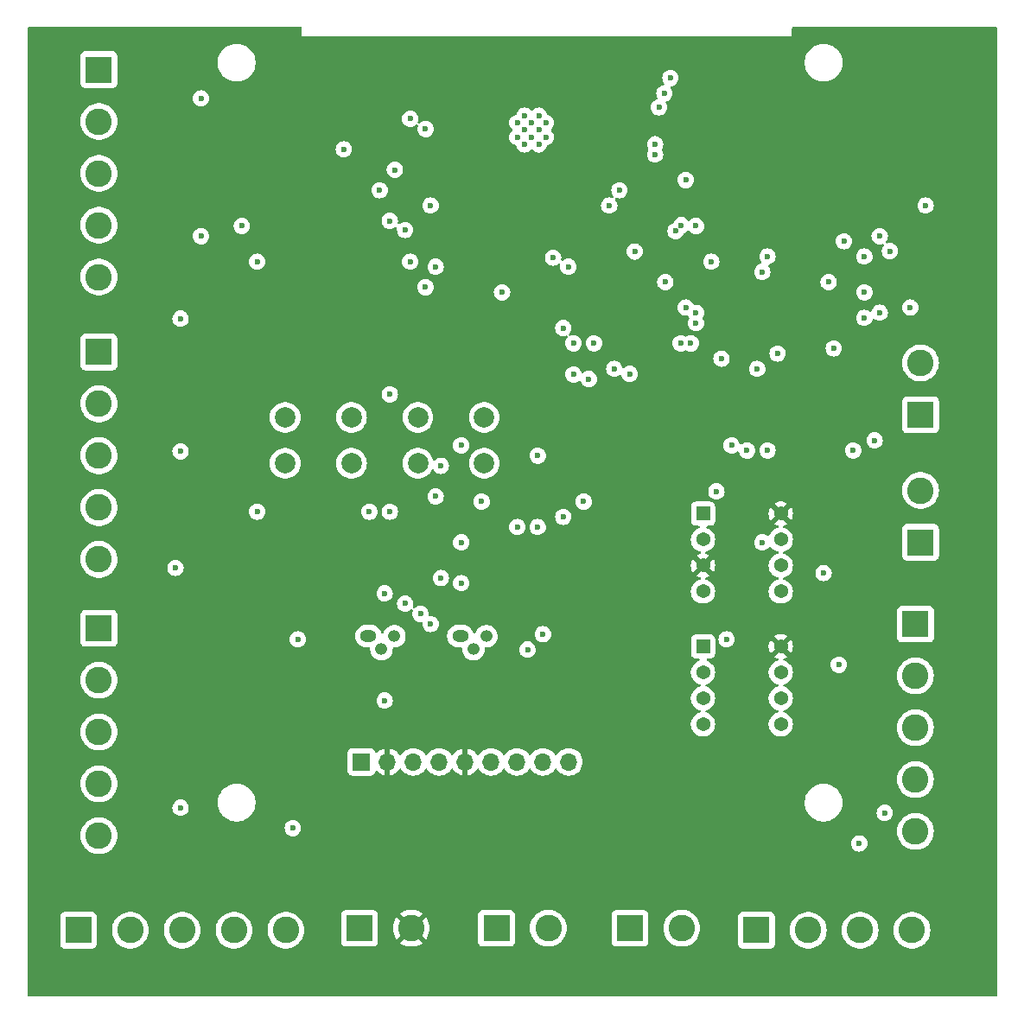
<source format=gbr>
%TF.GenerationSoftware,KiCad,Pcbnew,8.0.5*%
%TF.CreationDate,2024-10-29T07:25:13-05:00*%
%TF.ProjectId,Autonomous_Gardening_Rover_v2,4175746f-6e6f-46d6-9f75-735f47617264,rev?*%
%TF.SameCoordinates,Original*%
%TF.FileFunction,Copper,L2,Inr*%
%TF.FilePolarity,Positive*%
%FSLAX46Y46*%
G04 Gerber Fmt 4.6, Leading zero omitted, Abs format (unit mm)*
G04 Created by KiCad (PCBNEW 8.0.5) date 2024-10-29 07:25:13*
%MOMM*%
%LPD*%
G01*
G04 APERTURE LIST*
%TA.AperFunction,ComponentPad*%
%ADD10R,2.600000X2.600000*%
%TD*%
%TA.AperFunction,ComponentPad*%
%ADD11C,2.600000*%
%TD*%
%TA.AperFunction,ComponentPad*%
%ADD12R,1.371600X1.371600*%
%TD*%
%TA.AperFunction,ComponentPad*%
%ADD13C,1.371600*%
%TD*%
%TA.AperFunction,ComponentPad*%
%ADD14C,2.000000*%
%TD*%
%TA.AperFunction,ComponentPad*%
%ADD15O,1.600000X1.200000*%
%TD*%
%TA.AperFunction,ComponentPad*%
%ADD16O,1.200000X1.200000*%
%TD*%
%TA.AperFunction,HeatsinkPad*%
%ADD17C,0.600000*%
%TD*%
%TA.AperFunction,ComponentPad*%
%ADD18R,1.700000X1.700000*%
%TD*%
%TA.AperFunction,ComponentPad*%
%ADD19O,1.700000X1.700000*%
%TD*%
%TA.AperFunction,ViaPad*%
%ADD20C,0.600000*%
%TD*%
G04 APERTURE END LIST*
D10*
%TO.N,/MOTOR4PWM*%
%TO.C,J3*%
X37000000Y-39180000D03*
D11*
%TO.N,GND*%
X37000000Y-44260000D03*
%TO.N,+5V*%
X37000000Y-49340000D03*
%TO.N,/MOTOR4FG*%
X37000000Y-54420000D03*
%TO.N,+12V*%
X37000000Y-59500000D03*
%TD*%
D12*
%TO.N,Net-(U3A--)*%
%TO.C,U3*%
X96190000Y-82690000D03*
D13*
X96190000Y-85230000D03*
%TO.N,+3V3*%
X96190000Y-87770000D03*
%TO.N,GND*%
X96190000Y-90310000D03*
%TO.N,Net-(U3B-+)*%
X103810000Y-90310000D03*
%TO.N,Net-(U3B--)*%
X103810000Y-87770000D03*
X103810000Y-85230000D03*
%TO.N,+3V3*%
X103810000Y-82690000D03*
%TD*%
D12*
%TO.N,/Moisture_Sensor_Output*%
%TO.C,U4*%
X96190000Y-95690000D03*
D13*
%TO.N,Net-(U4A--)*%
X96190000Y-98230000D03*
%TO.N,Net-(U4A-+)*%
X96190000Y-100770000D03*
%TO.N,GND*%
X96190000Y-103310000D03*
%TO.N,unconnected-(U4B-+-Pad5)*%
X103810000Y-103310000D03*
%TO.N,unconnected-(U4B---Pad6)*%
X103810000Y-100770000D03*
%TO.N,unconnected-(U4-Pad7)*%
X103810000Y-98230000D03*
%TO.N,+3V3*%
X103810000Y-95690000D03*
%TD*%
D14*
%TO.N,GND*%
%TO.C,SW2*%
X74750000Y-77750000D03*
X68250000Y-77750000D03*
%TO.N,/GPIO0_STRAPPING*%
X74750000Y-73250000D03*
X68250000Y-73250000D03*
%TD*%
%TO.N,GND*%
%TO.C,SW1*%
X61750000Y-77750000D03*
X55250000Y-77750000D03*
%TO.N,/CHIP_PU*%
X61750000Y-73250000D03*
X55250000Y-73250000D03*
%TD*%
D10*
%TO.N,GND*%
%TO.C,J8*%
X62535000Y-123305000D03*
D11*
%TO.N,+3V3*%
X67615000Y-123305000D03*
%TD*%
D10*
%TO.N,GND*%
%TO.C,J6*%
X75955000Y-123305000D03*
D11*
%TO.N,+5V*%
X81035000Y-123305000D03*
%TD*%
D10*
%TO.N,GND*%
%TO.C,J5*%
X89035000Y-123305000D03*
D11*
%TO.N,+12V*%
X94115000Y-123305000D03*
%TD*%
%TO.N,/LINACT-*%
%TO.C,J4*%
X117500000Y-80420000D03*
D10*
%TO.N,/LINACT+*%
X117500000Y-85500000D03*
%TD*%
D11*
%TO.N,+12V*%
%TO.C,J1*%
X37000000Y-87160000D03*
%TO.N,/MOTOR3FG*%
X37000000Y-82080000D03*
%TO.N,+5V*%
X37000000Y-77000000D03*
%TO.N,GND*%
X37000000Y-71920000D03*
D10*
%TO.N,/MOTOR3PWM*%
X37000000Y-66840000D03*
%TD*%
D11*
%TO.N,/Input_Probe_2*%
%TO.C,J11*%
X117500000Y-67920000D03*
D10*
%TO.N,/Input_Probe_1*%
X117500000Y-73000000D03*
%TD*%
D11*
%TO.N,/UWBCS*%
%TO.C,J24*%
X116660000Y-123500000D03*
%TO.N,/UWBMISO*%
X111580000Y-123500000D03*
%TO.N,/UWBCLK*%
X106500000Y-123500000D03*
D10*
%TO.N,/UWBMOSI*%
X101420000Y-123500000D03*
%TD*%
D15*
%TO.N,/RTS*%
%TO.C,Q1*%
X72414724Y-94684724D03*
D16*
%TO.N,Net-(Q1-B)*%
X73684724Y-95954724D03*
%TO.N,Net-(Q1-C)*%
X74954724Y-94684724D03*
%TD*%
D11*
%TO.N,/MPUINT*%
%TO.C,J7*%
X117000000Y-113820000D03*
%TO.N,/MPUCS*%
X117000000Y-108740000D03*
%TO.N,/MPUMISO*%
X117000000Y-103660000D03*
%TO.N,/MPUCLK*%
X117000000Y-98580000D03*
D10*
%TO.N,/MPUMOSI*%
X117000000Y-93500000D03*
%TD*%
D11*
%TO.N,+12V*%
%TO.C,J12*%
X55320000Y-123500000D03*
%TO.N,/MOTOR1FG*%
X50240000Y-123500000D03*
%TO.N,+5V*%
X45160000Y-123500000D03*
%TO.N,GND*%
X40080000Y-123500000D03*
D10*
%TO.N,/MOTOR1PWM*%
X35000000Y-123500000D03*
%TD*%
D17*
%TO.N,GND*%
%TO.C,U1*%
X78000000Y-44400000D03*
X78000000Y-45800000D03*
X78700000Y-43700000D03*
X78700000Y-45100000D03*
X78700000Y-46500000D03*
X79400000Y-44400000D03*
X79400000Y-45800000D03*
X80100000Y-43700000D03*
X80100000Y-45100000D03*
X80100000Y-46500000D03*
X80800000Y-44400000D03*
X80800000Y-45800000D03*
%TD*%
D18*
%TO.N,/pH_Sensor*%
%TO.C,J10*%
X62720000Y-107000000D03*
D19*
%TO.N,+3V3*%
X65260000Y-107000000D03*
%TO.N,GND*%
X67800000Y-107000000D03*
%TO.N,/temp_Sensor*%
X70340000Y-107000000D03*
%TO.N,+3V3*%
X72880000Y-107000000D03*
%TO.N,GND*%
X75420000Y-107000000D03*
%TO.N,unconnected-(J10-Pin_7-Pad7)*%
X77960000Y-107000000D03*
%TO.N,unconnected-(J10-Pin_8-Pad8)*%
X80500000Y-107000000D03*
%TO.N,unconnected-(J10-Pin_9-Pad9)*%
X83040000Y-107000000D03*
%TD*%
D15*
%TO.N,/DTR*%
%TO.C,Q2*%
X63414724Y-94684724D03*
D16*
%TO.N,Net-(Q2-B)*%
X64684724Y-95954724D03*
%TO.N,Net-(Q2-C)*%
X65954724Y-94684724D03*
%TD*%
D11*
%TO.N,+12V*%
%TO.C,J14*%
X37000000Y-114240000D03*
%TO.N,/MOTOR2FG*%
X37000000Y-109160000D03*
%TO.N,+5V*%
X37000000Y-104080000D03*
%TO.N,GND*%
X37000000Y-99000000D03*
D10*
%TO.N,/MOTOR2PWM*%
X37000000Y-93920000D03*
%TD*%
D20*
%TO.N,GND*%
X116500000Y-62500000D03*
X61000000Y-47000000D03*
X70500000Y-78000000D03*
X72500000Y-76000000D03*
%TO.N,/MOTOR2PWM*%
X69500000Y-52500000D03*
X44500000Y-88000000D03*
%TO.N,GND*%
X118000000Y-52500000D03*
X109000000Y-66500000D03*
X102500000Y-57500000D03*
%TO.N,+3V3*%
X109000000Y-52000000D03*
X98000000Y-49000000D03*
%TO.N,GND*%
X110000000Y-56000000D03*
X108500000Y-60000000D03*
%TO.N,+3V3*%
X58000000Y-45000000D03*
%TO.N,/Moisture_Sensor_Output*%
X88000000Y-51000000D03*
X95500000Y-63000000D03*
X95000000Y-66000000D03*
%TO.N,+3V3*%
X111500000Y-74000000D03*
X99500000Y-88000000D03*
X102500000Y-92500000D03*
%TO.N,Net-(U4A-+)*%
X102500000Y-76500000D03*
X99000000Y-76000000D03*
%TO.N,Net-(U3B--)*%
X102000000Y-85500000D03*
X100500000Y-76500000D03*
%TO.N,/MPUINT*%
X64500000Y-51000000D03*
X67000000Y-54900000D03*
X111500000Y-115000000D03*
X67500000Y-58000000D03*
%TO.N,/MPUCS*%
X83000000Y-58500000D03*
X114000000Y-112000000D03*
%TO.N,/RTS*%
X70000000Y-81000000D03*
X84500000Y-81500000D03*
%TO.N,/DTR*%
X82500000Y-83000000D03*
X74500000Y-81500000D03*
%TO.N,/RTS*%
X95500000Y-64000000D03*
X102000000Y-59000000D03*
%TO.N,/TXD*%
X92400000Y-41500000D03*
X97000000Y-58000000D03*
%TO.N,/UWBCLK*%
X94065687Y-54434313D03*
X94500000Y-62500000D03*
X89000000Y-69000000D03*
X94000000Y-66000000D03*
X80500000Y-94500000D03*
X80000000Y-84000000D03*
%TO.N,/UWBMOSI*%
X93500000Y-55000000D03*
X78000000Y-84000000D03*
X87500000Y-68500000D03*
X79000000Y-96000000D03*
%TO.N,/D-*%
X112000000Y-63500000D03*
X112000000Y-61000000D03*
%TO.N,GND*%
X113500000Y-55500000D03*
%TO.N,/D+*%
X112000000Y-57500000D03*
X114500000Y-56961500D03*
%TO.N,+5V*%
X113500000Y-63000000D03*
%TO.N,/MPUMISO*%
X76500000Y-61000000D03*
%TO.N,+3V3*%
X79000000Y-69500000D03*
X65000000Y-67500000D03*
X50500000Y-67000000D03*
X60500000Y-88500000D03*
%TO.N,/MPUMOSI*%
X82500000Y-64500000D03*
X83500000Y-66000000D03*
X83500000Y-69050000D03*
X85000000Y-69500000D03*
X98000000Y-67500000D03*
X108000000Y-88500000D03*
%TO.N,/LINACT+*%
X94500000Y-50000000D03*
X95500000Y-54500000D03*
X103500000Y-67000000D03*
X110900000Y-76500000D03*
%TO.N,/LINACT-*%
X80000000Y-77000000D03*
X113000000Y-75500000D03*
%TO.N,/MPUCLK*%
X109500000Y-97500000D03*
X101500000Y-68500000D03*
%TO.N,/MPUINT*%
X87000000Y-52500000D03*
X92500000Y-60000000D03*
%TO.N,/MPUMISO*%
X81500000Y-57600000D03*
X85500000Y-66000000D03*
%TO.N,/Moisture_Sensor_Output*%
X98500000Y-95000000D03*
X97500000Y-80500000D03*
%TO.N,/temp_Sensor*%
X69000000Y-45000000D03*
X65000000Y-101000000D03*
%TO.N,/pH_Sensor*%
X67500000Y-44000000D03*
X56500000Y-95000000D03*
%TO.N,/MOTOR1FG*%
X52500000Y-58000000D03*
X56000000Y-113500000D03*
%TO.N,/MOTOR1PWM*%
X66000000Y-49000000D03*
X45000000Y-111500000D03*
%TO.N,/GPIO3_STRAPPING*%
X70000000Y-58500000D03*
X52500000Y-82500000D03*
%TO.N,Net-(Q2-C)*%
X68500000Y-92500000D03*
X72500000Y-89500000D03*
%TO.N,/DTR*%
X67000000Y-91500000D03*
X72500000Y-85500000D03*
%TO.N,/RTS*%
X69500000Y-93500000D03*
X70500000Y-89000000D03*
%TO.N,Net-(Q2-B)*%
X65500000Y-82500000D03*
X65000000Y-90500000D03*
%TO.N,/GPIO46_STRAPPING*%
X69000000Y-60500000D03*
X63500000Y-82500000D03*
%TO.N,/GPIO0_STRAPPING*%
X89500000Y-57000000D03*
X65500000Y-71000000D03*
%TO.N,/MOTOR3FG*%
X91500000Y-46500000D03*
X45000000Y-76580000D03*
%TO.N,/MOTOR3PWM*%
X45000000Y-63580000D03*
X91500000Y-47500000D03*
%TO.N,/MOTOR4FG*%
X91875735Y-42875735D03*
X47000000Y-55500000D03*
%TO.N,/MOTOR4PWM*%
X93000000Y-40000000D03*
X47000000Y-42000000D03*
%TO.N,/MOTOR2FG*%
X51000000Y-54500000D03*
X65500000Y-54000000D03*
%TD*%
%TA.AperFunction,Conductor*%
%TO.N,+3V3*%
G36*
X56843039Y-35019685D02*
G01*
X56888794Y-35072489D01*
X56900000Y-35124000D01*
X56900000Y-35890000D01*
X104900000Y-35890000D01*
X104900000Y-35124000D01*
X104919685Y-35056961D01*
X104972489Y-35011206D01*
X105024000Y-35000000D01*
X124876000Y-35000000D01*
X124943039Y-35019685D01*
X124988794Y-35072489D01*
X125000000Y-35124000D01*
X125000000Y-129876000D01*
X124980315Y-129943039D01*
X124927511Y-129988794D01*
X124876000Y-130000000D01*
X30124000Y-130000000D01*
X30056961Y-129980315D01*
X30011206Y-129927511D01*
X30000000Y-129876000D01*
X30000000Y-122152135D01*
X33199500Y-122152135D01*
X33199500Y-124847870D01*
X33199501Y-124847876D01*
X33205908Y-124907483D01*
X33256202Y-125042328D01*
X33256206Y-125042335D01*
X33342452Y-125157544D01*
X33342455Y-125157547D01*
X33457664Y-125243793D01*
X33457671Y-125243797D01*
X33592517Y-125294091D01*
X33592516Y-125294091D01*
X33599444Y-125294835D01*
X33652127Y-125300500D01*
X36347872Y-125300499D01*
X36407483Y-125294091D01*
X36542331Y-125243796D01*
X36657546Y-125157546D01*
X36743796Y-125042331D01*
X36794091Y-124907483D01*
X36800500Y-124847873D01*
X36800499Y-123499995D01*
X38274451Y-123499995D01*
X38274451Y-123500004D01*
X38294616Y-123769101D01*
X38354664Y-124032188D01*
X38354666Y-124032195D01*
X38376723Y-124088396D01*
X38453257Y-124283398D01*
X38588185Y-124517102D01*
X38696459Y-124652873D01*
X38756442Y-124728089D01*
X38943183Y-124901358D01*
X38954259Y-124911635D01*
X39177226Y-125063651D01*
X39177229Y-125063652D01*
X39177230Y-125063653D01*
X39180609Y-125065280D01*
X39420359Y-125180738D01*
X39678228Y-125260280D01*
X39678229Y-125260280D01*
X39678232Y-125260281D01*
X39945063Y-125300499D01*
X39945068Y-125300499D01*
X39945071Y-125300500D01*
X39945072Y-125300500D01*
X40214928Y-125300500D01*
X40214929Y-125300500D01*
X40214936Y-125300499D01*
X40481767Y-125260281D01*
X40481768Y-125260280D01*
X40481772Y-125260280D01*
X40739641Y-125180738D01*
X40931765Y-125088216D01*
X40982767Y-125063655D01*
X40982767Y-125063654D01*
X40982775Y-125063651D01*
X41205741Y-124911635D01*
X41403561Y-124728085D01*
X41571815Y-124517102D01*
X41706743Y-124283398D01*
X41805334Y-124032195D01*
X41865383Y-123769103D01*
X41885549Y-123500000D01*
X41885549Y-123499995D01*
X43354451Y-123499995D01*
X43354451Y-123500004D01*
X43374616Y-123769101D01*
X43434664Y-124032188D01*
X43434666Y-124032195D01*
X43456723Y-124088396D01*
X43533257Y-124283398D01*
X43668185Y-124517102D01*
X43776459Y-124652873D01*
X43836442Y-124728089D01*
X44023183Y-124901358D01*
X44034259Y-124911635D01*
X44257226Y-125063651D01*
X44257229Y-125063652D01*
X44257230Y-125063653D01*
X44260609Y-125065280D01*
X44500359Y-125180738D01*
X44758228Y-125260280D01*
X44758229Y-125260280D01*
X44758232Y-125260281D01*
X45025063Y-125300499D01*
X45025068Y-125300499D01*
X45025071Y-125300500D01*
X45025072Y-125300500D01*
X45294928Y-125300500D01*
X45294929Y-125300500D01*
X45294936Y-125300499D01*
X45561767Y-125260281D01*
X45561768Y-125260280D01*
X45561772Y-125260280D01*
X45819641Y-125180738D01*
X46011765Y-125088216D01*
X46062767Y-125063655D01*
X46062767Y-125063654D01*
X46062775Y-125063651D01*
X46285741Y-124911635D01*
X46483561Y-124728085D01*
X46651815Y-124517102D01*
X46786743Y-124283398D01*
X46885334Y-124032195D01*
X46945383Y-123769103D01*
X46965549Y-123500000D01*
X46965549Y-123499995D01*
X48434451Y-123499995D01*
X48434451Y-123500004D01*
X48454616Y-123769101D01*
X48514664Y-124032188D01*
X48514666Y-124032195D01*
X48536723Y-124088396D01*
X48613257Y-124283398D01*
X48748185Y-124517102D01*
X48856459Y-124652873D01*
X48916442Y-124728089D01*
X49103183Y-124901358D01*
X49114259Y-124911635D01*
X49337226Y-125063651D01*
X49337229Y-125063652D01*
X49337230Y-125063653D01*
X49340609Y-125065280D01*
X49580359Y-125180738D01*
X49838228Y-125260280D01*
X49838229Y-125260280D01*
X49838232Y-125260281D01*
X50105063Y-125300499D01*
X50105068Y-125300499D01*
X50105071Y-125300500D01*
X50105072Y-125300500D01*
X50374928Y-125300500D01*
X50374929Y-125300500D01*
X50374936Y-125300499D01*
X50641767Y-125260281D01*
X50641768Y-125260280D01*
X50641772Y-125260280D01*
X50899641Y-125180738D01*
X51091765Y-125088216D01*
X51142767Y-125063655D01*
X51142767Y-125063654D01*
X51142775Y-125063651D01*
X51365741Y-124911635D01*
X51563561Y-124728085D01*
X51731815Y-124517102D01*
X51866743Y-124283398D01*
X51965334Y-124032195D01*
X52025383Y-123769103D01*
X52045549Y-123500000D01*
X52045549Y-123499995D01*
X53514451Y-123499995D01*
X53514451Y-123500004D01*
X53534616Y-123769101D01*
X53594664Y-124032188D01*
X53594666Y-124032195D01*
X53616723Y-124088396D01*
X53693257Y-124283398D01*
X53828185Y-124517102D01*
X53936459Y-124652873D01*
X53996442Y-124728089D01*
X54183183Y-124901358D01*
X54194259Y-124911635D01*
X54417226Y-125063651D01*
X54417229Y-125063652D01*
X54417230Y-125063653D01*
X54420609Y-125065280D01*
X54660359Y-125180738D01*
X54918228Y-125260280D01*
X54918229Y-125260280D01*
X54918232Y-125260281D01*
X55185063Y-125300499D01*
X55185068Y-125300499D01*
X55185071Y-125300500D01*
X55185072Y-125300500D01*
X55454928Y-125300500D01*
X55454929Y-125300500D01*
X55454936Y-125300499D01*
X55721767Y-125260281D01*
X55721768Y-125260280D01*
X55721772Y-125260280D01*
X55979641Y-125180738D01*
X56171765Y-125088216D01*
X56222767Y-125063655D01*
X56222767Y-125063654D01*
X56222775Y-125063651D01*
X56445741Y-124911635D01*
X56643561Y-124728085D01*
X56811815Y-124517102D01*
X56946743Y-124283398D01*
X57045334Y-124032195D01*
X57105383Y-123769103D01*
X57125549Y-123500000D01*
X57125144Y-123494598D01*
X57105383Y-123230898D01*
X57060892Y-123035971D01*
X57045334Y-122967805D01*
X56946743Y-122716602D01*
X56811815Y-122482898D01*
X56643561Y-122271915D01*
X56643560Y-122271914D01*
X56643557Y-122271910D01*
X56445741Y-122088365D01*
X56428940Y-122076910D01*
X56253262Y-121957135D01*
X60734500Y-121957135D01*
X60734500Y-124652870D01*
X60734501Y-124652876D01*
X60740908Y-124712483D01*
X60791202Y-124847328D01*
X60791206Y-124847335D01*
X60877452Y-124962544D01*
X60877455Y-124962547D01*
X60992664Y-125048793D01*
X60992671Y-125048797D01*
X61127517Y-125099091D01*
X61127516Y-125099091D01*
X61134444Y-125099835D01*
X61187127Y-125105500D01*
X63882872Y-125105499D01*
X63942483Y-125099091D01*
X64077331Y-125048796D01*
X64192546Y-124962546D01*
X64278796Y-124847331D01*
X64329091Y-124712483D01*
X64335500Y-124652873D01*
X64335499Y-123304995D01*
X65809953Y-123304995D01*
X65809953Y-123305004D01*
X65830113Y-123574026D01*
X65830113Y-123574028D01*
X65890142Y-123837033D01*
X65890148Y-123837052D01*
X65988709Y-124088181D01*
X65988708Y-124088181D01*
X66123602Y-124321822D01*
X66177294Y-124389151D01*
X66177295Y-124389151D01*
X67013958Y-123552488D01*
X67038978Y-123612890D01*
X67110112Y-123719351D01*
X67200649Y-123809888D01*
X67307110Y-123881022D01*
X67367510Y-123906041D01*
X66529848Y-124743702D01*
X66712483Y-124868220D01*
X66712485Y-124868221D01*
X66955539Y-124985269D01*
X66955537Y-124985269D01*
X67213337Y-125064790D01*
X67213343Y-125064792D01*
X67480101Y-125104999D01*
X67480110Y-125105000D01*
X67749890Y-125105000D01*
X67749898Y-125104999D01*
X68016656Y-125064792D01*
X68016662Y-125064790D01*
X68274461Y-124985269D01*
X68517521Y-124868218D01*
X68700150Y-124743702D01*
X67862488Y-123906041D01*
X67922890Y-123881022D01*
X68029351Y-123809888D01*
X68119888Y-123719351D01*
X68191022Y-123612890D01*
X68216041Y-123552488D01*
X69052703Y-124389151D01*
X69052704Y-124389150D01*
X69106393Y-124321828D01*
X69106400Y-124321817D01*
X69241290Y-124088181D01*
X69339851Y-123837052D01*
X69339857Y-123837033D01*
X69399886Y-123574028D01*
X69399886Y-123574026D01*
X69420047Y-123305004D01*
X69420047Y-123304995D01*
X69399886Y-123035973D01*
X69399886Y-123035971D01*
X69339857Y-122772966D01*
X69339851Y-122772947D01*
X69241290Y-122521818D01*
X69241291Y-122521818D01*
X69106397Y-122288177D01*
X69052704Y-122220847D01*
X68216041Y-123057510D01*
X68191022Y-122997110D01*
X68119888Y-122890649D01*
X68029351Y-122800112D01*
X67922890Y-122728978D01*
X67862488Y-122703958D01*
X68609311Y-121957135D01*
X74154500Y-121957135D01*
X74154500Y-124652870D01*
X74154501Y-124652876D01*
X74160908Y-124712483D01*
X74211202Y-124847328D01*
X74211206Y-124847335D01*
X74297452Y-124962544D01*
X74297455Y-124962547D01*
X74412664Y-125048793D01*
X74412671Y-125048797D01*
X74547517Y-125099091D01*
X74547516Y-125099091D01*
X74554444Y-125099835D01*
X74607127Y-125105500D01*
X77302872Y-125105499D01*
X77362483Y-125099091D01*
X77497331Y-125048796D01*
X77612546Y-124962546D01*
X77698796Y-124847331D01*
X77749091Y-124712483D01*
X77755500Y-124652873D01*
X77755499Y-123304995D01*
X79229451Y-123304995D01*
X79229451Y-123305004D01*
X79249616Y-123574101D01*
X79309664Y-123837188D01*
X79309666Y-123837195D01*
X79355901Y-123955000D01*
X79408257Y-124088398D01*
X79543185Y-124322102D01*
X79596655Y-124389151D01*
X79711442Y-124533089D01*
X79898183Y-124706358D01*
X79909259Y-124716635D01*
X80132226Y-124868651D01*
X80375359Y-124985738D01*
X80633228Y-125065280D01*
X80633229Y-125065280D01*
X80633232Y-125065281D01*
X80900063Y-125105499D01*
X80900068Y-125105499D01*
X80900071Y-125105500D01*
X80900072Y-125105500D01*
X81169928Y-125105500D01*
X81169929Y-125105500D01*
X81169936Y-125105499D01*
X81436767Y-125065281D01*
X81436768Y-125065280D01*
X81436772Y-125065280D01*
X81694641Y-124985738D01*
X81937775Y-124868651D01*
X82160741Y-124716635D01*
X82358561Y-124533085D01*
X82526815Y-124322102D01*
X82661743Y-124088398D01*
X82760334Y-123837195D01*
X82820383Y-123574103D01*
X82840549Y-123305000D01*
X82820383Y-123035897D01*
X82760334Y-122772805D01*
X82661743Y-122521602D01*
X82526815Y-122287898D01*
X82358561Y-122076915D01*
X82358560Y-122076914D01*
X82358557Y-122076910D01*
X82229469Y-121957135D01*
X87234500Y-121957135D01*
X87234500Y-124652870D01*
X87234501Y-124652876D01*
X87240908Y-124712483D01*
X87291202Y-124847328D01*
X87291206Y-124847335D01*
X87377452Y-124962544D01*
X87377455Y-124962547D01*
X87492664Y-125048793D01*
X87492671Y-125048797D01*
X87627517Y-125099091D01*
X87627516Y-125099091D01*
X87634444Y-125099835D01*
X87687127Y-125105500D01*
X90382872Y-125105499D01*
X90442483Y-125099091D01*
X90577331Y-125048796D01*
X90692546Y-124962546D01*
X90778796Y-124847331D01*
X90829091Y-124712483D01*
X90835500Y-124652873D01*
X90835499Y-123304995D01*
X92309451Y-123304995D01*
X92309451Y-123305004D01*
X92329616Y-123574101D01*
X92389664Y-123837188D01*
X92389666Y-123837195D01*
X92435901Y-123955000D01*
X92488257Y-124088398D01*
X92623185Y-124322102D01*
X92676655Y-124389151D01*
X92791442Y-124533089D01*
X92978183Y-124706358D01*
X92989259Y-124716635D01*
X93212226Y-124868651D01*
X93455359Y-124985738D01*
X93713228Y-125065280D01*
X93713229Y-125065280D01*
X93713232Y-125065281D01*
X93980063Y-125105499D01*
X93980068Y-125105499D01*
X93980071Y-125105500D01*
X93980072Y-125105500D01*
X94249928Y-125105500D01*
X94249929Y-125105500D01*
X94249936Y-125105499D01*
X94516767Y-125065281D01*
X94516768Y-125065280D01*
X94516772Y-125065280D01*
X94774641Y-124985738D01*
X95017775Y-124868651D01*
X95240741Y-124716635D01*
X95438561Y-124533085D01*
X95606815Y-124322102D01*
X95741743Y-124088398D01*
X95840334Y-123837195D01*
X95900383Y-123574103D01*
X95920549Y-123305000D01*
X95900383Y-123035897D01*
X95840334Y-122772805D01*
X95741743Y-122521602D01*
X95606815Y-122287898D01*
X95498547Y-122152135D01*
X99619500Y-122152135D01*
X99619500Y-124847870D01*
X99619501Y-124847876D01*
X99625908Y-124907483D01*
X99676202Y-125042328D01*
X99676206Y-125042335D01*
X99762452Y-125157544D01*
X99762455Y-125157547D01*
X99877664Y-125243793D01*
X99877671Y-125243797D01*
X100012517Y-125294091D01*
X100012516Y-125294091D01*
X100019444Y-125294835D01*
X100072127Y-125300500D01*
X102767872Y-125300499D01*
X102827483Y-125294091D01*
X102962331Y-125243796D01*
X103077546Y-125157546D01*
X103163796Y-125042331D01*
X103214091Y-124907483D01*
X103220500Y-124847873D01*
X103220499Y-123499995D01*
X104694451Y-123499995D01*
X104694451Y-123500004D01*
X104714616Y-123769101D01*
X104774664Y-124032188D01*
X104774666Y-124032195D01*
X104796723Y-124088396D01*
X104873257Y-124283398D01*
X105008185Y-124517102D01*
X105116459Y-124652873D01*
X105176442Y-124728089D01*
X105363183Y-124901358D01*
X105374259Y-124911635D01*
X105597226Y-125063651D01*
X105597229Y-125063652D01*
X105597230Y-125063653D01*
X105600609Y-125065280D01*
X105840359Y-125180738D01*
X106098228Y-125260280D01*
X106098229Y-125260280D01*
X106098232Y-125260281D01*
X106365063Y-125300499D01*
X106365068Y-125300499D01*
X106365071Y-125300500D01*
X106365072Y-125300500D01*
X106634928Y-125300500D01*
X106634929Y-125300500D01*
X106634936Y-125300499D01*
X106901767Y-125260281D01*
X106901768Y-125260280D01*
X106901772Y-125260280D01*
X107159641Y-125180738D01*
X107351765Y-125088216D01*
X107402767Y-125063655D01*
X107402767Y-125063654D01*
X107402775Y-125063651D01*
X107625741Y-124911635D01*
X107823561Y-124728085D01*
X107991815Y-124517102D01*
X108126743Y-124283398D01*
X108225334Y-124032195D01*
X108285383Y-123769103D01*
X108305549Y-123500000D01*
X108305549Y-123499995D01*
X109774451Y-123499995D01*
X109774451Y-123500004D01*
X109794616Y-123769101D01*
X109854664Y-124032188D01*
X109854666Y-124032195D01*
X109876723Y-124088396D01*
X109953257Y-124283398D01*
X110088185Y-124517102D01*
X110196459Y-124652873D01*
X110256442Y-124728089D01*
X110443183Y-124901358D01*
X110454259Y-124911635D01*
X110677226Y-125063651D01*
X110677229Y-125063652D01*
X110677230Y-125063653D01*
X110680609Y-125065280D01*
X110920359Y-125180738D01*
X111178228Y-125260280D01*
X111178229Y-125260280D01*
X111178232Y-125260281D01*
X111445063Y-125300499D01*
X111445068Y-125300499D01*
X111445071Y-125300500D01*
X111445072Y-125300500D01*
X111714928Y-125300500D01*
X111714929Y-125300500D01*
X111714936Y-125300499D01*
X111981767Y-125260281D01*
X111981768Y-125260280D01*
X111981772Y-125260280D01*
X112239641Y-125180738D01*
X112431765Y-125088216D01*
X112482767Y-125063655D01*
X112482767Y-125063654D01*
X112482775Y-125063651D01*
X112705741Y-124911635D01*
X112903561Y-124728085D01*
X113071815Y-124517102D01*
X113206743Y-124283398D01*
X113305334Y-124032195D01*
X113365383Y-123769103D01*
X113385549Y-123500000D01*
X113385549Y-123499995D01*
X114854451Y-123499995D01*
X114854451Y-123500004D01*
X114874616Y-123769101D01*
X114934664Y-124032188D01*
X114934666Y-124032195D01*
X114956723Y-124088396D01*
X115033257Y-124283398D01*
X115168185Y-124517102D01*
X115276459Y-124652873D01*
X115336442Y-124728089D01*
X115523183Y-124901358D01*
X115534259Y-124911635D01*
X115757226Y-125063651D01*
X115757229Y-125063652D01*
X115757230Y-125063653D01*
X115760609Y-125065280D01*
X116000359Y-125180738D01*
X116258228Y-125260280D01*
X116258229Y-125260280D01*
X116258232Y-125260281D01*
X116525063Y-125300499D01*
X116525068Y-125300499D01*
X116525071Y-125300500D01*
X116525072Y-125300500D01*
X116794928Y-125300500D01*
X116794929Y-125300500D01*
X116794936Y-125300499D01*
X117061767Y-125260281D01*
X117061768Y-125260280D01*
X117061772Y-125260280D01*
X117319641Y-125180738D01*
X117511765Y-125088216D01*
X117562767Y-125063655D01*
X117562767Y-125063654D01*
X117562775Y-125063651D01*
X117785741Y-124911635D01*
X117983561Y-124728085D01*
X118151815Y-124517102D01*
X118286743Y-124283398D01*
X118385334Y-124032195D01*
X118445383Y-123769103D01*
X118465549Y-123500000D01*
X118465144Y-123494598D01*
X118445383Y-123230898D01*
X118400892Y-123035971D01*
X118385334Y-122967805D01*
X118286743Y-122716602D01*
X118151815Y-122482898D01*
X117983561Y-122271915D01*
X117983560Y-122271914D01*
X117983557Y-122271910D01*
X117785741Y-122088365D01*
X117768940Y-122076910D01*
X117562775Y-121936349D01*
X117562769Y-121936346D01*
X117562768Y-121936345D01*
X117562767Y-121936344D01*
X117319643Y-121819263D01*
X117319645Y-121819263D01*
X117061773Y-121739720D01*
X117061767Y-121739718D01*
X116794936Y-121699500D01*
X116794929Y-121699500D01*
X116525071Y-121699500D01*
X116525063Y-121699500D01*
X116258232Y-121739718D01*
X116258226Y-121739720D01*
X116000358Y-121819262D01*
X115757230Y-121936346D01*
X115534258Y-122088365D01*
X115336442Y-122271910D01*
X115168185Y-122482898D01*
X115033258Y-122716599D01*
X115033256Y-122716603D01*
X114934666Y-122967804D01*
X114934664Y-122967811D01*
X114874616Y-123230898D01*
X114854451Y-123499995D01*
X113385549Y-123499995D01*
X113385144Y-123494598D01*
X113365383Y-123230898D01*
X113320892Y-123035971D01*
X113305334Y-122967805D01*
X113206743Y-122716602D01*
X113071815Y-122482898D01*
X112903561Y-122271915D01*
X112903560Y-122271914D01*
X112903557Y-122271910D01*
X112705741Y-122088365D01*
X112688940Y-122076910D01*
X112482775Y-121936349D01*
X112482769Y-121936346D01*
X112482768Y-121936345D01*
X112482767Y-121936344D01*
X112239643Y-121819263D01*
X112239645Y-121819263D01*
X111981773Y-121739720D01*
X111981767Y-121739718D01*
X111714936Y-121699500D01*
X111714929Y-121699500D01*
X111445071Y-121699500D01*
X111445063Y-121699500D01*
X111178232Y-121739718D01*
X111178226Y-121739720D01*
X110920358Y-121819262D01*
X110677230Y-121936346D01*
X110454258Y-122088365D01*
X110256442Y-122271910D01*
X110088185Y-122482898D01*
X109953258Y-122716599D01*
X109953256Y-122716603D01*
X109854666Y-122967804D01*
X109854664Y-122967811D01*
X109794616Y-123230898D01*
X109774451Y-123499995D01*
X108305549Y-123499995D01*
X108305144Y-123494598D01*
X108285383Y-123230898D01*
X108240892Y-123035971D01*
X108225334Y-122967805D01*
X108126743Y-122716602D01*
X107991815Y-122482898D01*
X107823561Y-122271915D01*
X107823560Y-122271914D01*
X107823557Y-122271910D01*
X107625741Y-122088365D01*
X107608940Y-122076910D01*
X107402775Y-121936349D01*
X107402769Y-121936346D01*
X107402768Y-121936345D01*
X107402767Y-121936344D01*
X107159643Y-121819263D01*
X107159645Y-121819263D01*
X106901773Y-121739720D01*
X106901767Y-121739718D01*
X106634936Y-121699500D01*
X106634929Y-121699500D01*
X106365071Y-121699500D01*
X106365063Y-121699500D01*
X106098232Y-121739718D01*
X106098226Y-121739720D01*
X105840358Y-121819262D01*
X105597230Y-121936346D01*
X105374258Y-122088365D01*
X105176442Y-122271910D01*
X105008185Y-122482898D01*
X104873258Y-122716599D01*
X104873256Y-122716603D01*
X104774666Y-122967804D01*
X104774664Y-122967811D01*
X104714616Y-123230898D01*
X104694451Y-123499995D01*
X103220499Y-123499995D01*
X103220499Y-122152128D01*
X103214091Y-122092517D01*
X103212542Y-122088365D01*
X103163797Y-121957671D01*
X103163793Y-121957664D01*
X103077547Y-121842455D01*
X103077544Y-121842452D01*
X102962335Y-121756206D01*
X102962328Y-121756202D01*
X102827482Y-121705908D01*
X102827483Y-121705908D01*
X102767883Y-121699501D01*
X102767881Y-121699500D01*
X102767873Y-121699500D01*
X102767864Y-121699500D01*
X100072129Y-121699500D01*
X100072123Y-121699501D01*
X100012516Y-121705908D01*
X99877671Y-121756202D01*
X99877664Y-121756206D01*
X99762455Y-121842452D01*
X99762452Y-121842455D01*
X99676206Y-121957664D01*
X99676202Y-121957671D01*
X99625908Y-122092517D01*
X99619501Y-122152116D01*
X99619501Y-122152123D01*
X99619500Y-122152135D01*
X95498547Y-122152135D01*
X95438561Y-122076915D01*
X95438560Y-122076914D01*
X95438557Y-122076910D01*
X95240741Y-121893365D01*
X95166068Y-121842454D01*
X95017775Y-121741349D01*
X95017769Y-121741346D01*
X95017768Y-121741345D01*
X95017767Y-121741344D01*
X94774643Y-121624263D01*
X94774645Y-121624263D01*
X94516773Y-121544720D01*
X94516767Y-121544718D01*
X94249936Y-121504500D01*
X94249929Y-121504500D01*
X93980071Y-121504500D01*
X93980063Y-121504500D01*
X93713232Y-121544718D01*
X93713226Y-121544720D01*
X93455358Y-121624262D01*
X93212230Y-121741346D01*
X92989258Y-121893365D01*
X92791442Y-122076910D01*
X92623185Y-122287898D01*
X92488258Y-122521599D01*
X92488256Y-122521603D01*
X92389666Y-122772804D01*
X92389664Y-122772811D01*
X92329616Y-123035898D01*
X92309451Y-123304995D01*
X90835499Y-123304995D01*
X90835499Y-121957128D01*
X90829091Y-121897517D01*
X90827542Y-121893365D01*
X90778797Y-121762671D01*
X90778793Y-121762664D01*
X90692547Y-121647455D01*
X90692544Y-121647452D01*
X90577335Y-121561206D01*
X90577328Y-121561202D01*
X90442482Y-121510908D01*
X90442483Y-121510908D01*
X90382883Y-121504501D01*
X90382881Y-121504500D01*
X90382873Y-121504500D01*
X90382864Y-121504500D01*
X87687129Y-121504500D01*
X87687123Y-121504501D01*
X87627516Y-121510908D01*
X87492671Y-121561202D01*
X87492664Y-121561206D01*
X87377455Y-121647452D01*
X87377452Y-121647455D01*
X87291206Y-121762664D01*
X87291202Y-121762671D01*
X87240908Y-121897517D01*
X87234501Y-121957116D01*
X87234501Y-121957123D01*
X87234500Y-121957135D01*
X82229469Y-121957135D01*
X82160741Y-121893365D01*
X82086068Y-121842454D01*
X81937775Y-121741349D01*
X81937769Y-121741346D01*
X81937768Y-121741345D01*
X81937767Y-121741344D01*
X81694643Y-121624263D01*
X81694645Y-121624263D01*
X81436773Y-121544720D01*
X81436767Y-121544718D01*
X81169936Y-121504500D01*
X81169929Y-121504500D01*
X80900071Y-121504500D01*
X80900063Y-121504500D01*
X80633232Y-121544718D01*
X80633226Y-121544720D01*
X80375358Y-121624262D01*
X80132230Y-121741346D01*
X79909258Y-121893365D01*
X79711442Y-122076910D01*
X79543185Y-122287898D01*
X79408258Y-122521599D01*
X79408256Y-122521603D01*
X79309666Y-122772804D01*
X79309664Y-122772811D01*
X79249616Y-123035898D01*
X79229451Y-123304995D01*
X77755499Y-123304995D01*
X77755499Y-121957128D01*
X77749091Y-121897517D01*
X77747542Y-121893365D01*
X77698797Y-121762671D01*
X77698793Y-121762664D01*
X77612547Y-121647455D01*
X77612544Y-121647452D01*
X77497335Y-121561206D01*
X77497328Y-121561202D01*
X77362482Y-121510908D01*
X77362483Y-121510908D01*
X77302883Y-121504501D01*
X77302881Y-121504500D01*
X77302873Y-121504500D01*
X77302864Y-121504500D01*
X74607129Y-121504500D01*
X74607123Y-121504501D01*
X74547516Y-121510908D01*
X74412671Y-121561202D01*
X74412664Y-121561206D01*
X74297455Y-121647452D01*
X74297452Y-121647455D01*
X74211206Y-121762664D01*
X74211202Y-121762671D01*
X74160908Y-121897517D01*
X74154501Y-121957116D01*
X74154501Y-121957123D01*
X74154500Y-121957135D01*
X68609311Y-121957135D01*
X68700150Y-121866296D01*
X68517517Y-121741779D01*
X68517516Y-121741778D01*
X68274460Y-121624730D01*
X68274462Y-121624730D01*
X68016662Y-121545209D01*
X68016656Y-121545207D01*
X67749898Y-121505000D01*
X67480101Y-121505000D01*
X67213343Y-121545207D01*
X67213337Y-121545209D01*
X66955538Y-121624730D01*
X66712485Y-121741778D01*
X66712476Y-121741783D01*
X66529848Y-121866296D01*
X67367511Y-122703958D01*
X67307110Y-122728978D01*
X67200649Y-122800112D01*
X67110112Y-122890649D01*
X67038978Y-122997110D01*
X67013958Y-123057510D01*
X66177295Y-122220848D01*
X66123600Y-122288180D01*
X65988709Y-122521818D01*
X65890148Y-122772947D01*
X65890142Y-122772966D01*
X65830113Y-123035971D01*
X65830113Y-123035973D01*
X65809953Y-123304995D01*
X64335499Y-123304995D01*
X64335499Y-121957128D01*
X64329091Y-121897517D01*
X64327542Y-121893365D01*
X64278797Y-121762671D01*
X64278793Y-121762664D01*
X64192547Y-121647455D01*
X64192544Y-121647452D01*
X64077335Y-121561206D01*
X64077328Y-121561202D01*
X63942482Y-121510908D01*
X63942483Y-121510908D01*
X63882883Y-121504501D01*
X63882881Y-121504500D01*
X63882873Y-121504500D01*
X63882864Y-121504500D01*
X61187129Y-121504500D01*
X61187123Y-121504501D01*
X61127516Y-121510908D01*
X60992671Y-121561202D01*
X60992664Y-121561206D01*
X60877455Y-121647452D01*
X60877452Y-121647455D01*
X60791206Y-121762664D01*
X60791202Y-121762671D01*
X60740908Y-121897517D01*
X60734501Y-121957116D01*
X60734501Y-121957123D01*
X60734500Y-121957135D01*
X56253262Y-121957135D01*
X56222775Y-121936349D01*
X56222769Y-121936346D01*
X56222768Y-121936345D01*
X56222767Y-121936344D01*
X55979643Y-121819263D01*
X55979645Y-121819263D01*
X55721773Y-121739720D01*
X55721767Y-121739718D01*
X55454936Y-121699500D01*
X55454929Y-121699500D01*
X55185071Y-121699500D01*
X55185063Y-121699500D01*
X54918232Y-121739718D01*
X54918226Y-121739720D01*
X54660358Y-121819262D01*
X54417230Y-121936346D01*
X54194258Y-122088365D01*
X53996442Y-122271910D01*
X53828185Y-122482898D01*
X53693258Y-122716599D01*
X53693256Y-122716603D01*
X53594666Y-122967804D01*
X53594664Y-122967811D01*
X53534616Y-123230898D01*
X53514451Y-123499995D01*
X52045549Y-123499995D01*
X52045144Y-123494598D01*
X52025383Y-123230898D01*
X51980892Y-123035971D01*
X51965334Y-122967805D01*
X51866743Y-122716602D01*
X51731815Y-122482898D01*
X51563561Y-122271915D01*
X51563560Y-122271914D01*
X51563557Y-122271910D01*
X51365741Y-122088365D01*
X51348940Y-122076910D01*
X51142775Y-121936349D01*
X51142769Y-121936346D01*
X51142768Y-121936345D01*
X51142767Y-121936344D01*
X50899643Y-121819263D01*
X50899645Y-121819263D01*
X50641773Y-121739720D01*
X50641767Y-121739718D01*
X50374936Y-121699500D01*
X50374929Y-121699500D01*
X50105071Y-121699500D01*
X50105063Y-121699500D01*
X49838232Y-121739718D01*
X49838226Y-121739720D01*
X49580358Y-121819262D01*
X49337230Y-121936346D01*
X49114258Y-122088365D01*
X48916442Y-122271910D01*
X48748185Y-122482898D01*
X48613258Y-122716599D01*
X48613256Y-122716603D01*
X48514666Y-122967804D01*
X48514664Y-122967811D01*
X48454616Y-123230898D01*
X48434451Y-123499995D01*
X46965549Y-123499995D01*
X46965144Y-123494598D01*
X46945383Y-123230898D01*
X46900892Y-123035971D01*
X46885334Y-122967805D01*
X46786743Y-122716602D01*
X46651815Y-122482898D01*
X46483561Y-122271915D01*
X46483560Y-122271914D01*
X46483557Y-122271910D01*
X46285741Y-122088365D01*
X46268940Y-122076910D01*
X46062775Y-121936349D01*
X46062769Y-121936346D01*
X46062768Y-121936345D01*
X46062767Y-121936344D01*
X45819643Y-121819263D01*
X45819645Y-121819263D01*
X45561773Y-121739720D01*
X45561767Y-121739718D01*
X45294936Y-121699500D01*
X45294929Y-121699500D01*
X45025071Y-121699500D01*
X45025063Y-121699500D01*
X44758232Y-121739718D01*
X44758226Y-121739720D01*
X44500358Y-121819262D01*
X44257230Y-121936346D01*
X44034258Y-122088365D01*
X43836442Y-122271910D01*
X43668185Y-122482898D01*
X43533258Y-122716599D01*
X43533256Y-122716603D01*
X43434666Y-122967804D01*
X43434664Y-122967811D01*
X43374616Y-123230898D01*
X43354451Y-123499995D01*
X41885549Y-123499995D01*
X41885144Y-123494598D01*
X41865383Y-123230898D01*
X41820892Y-123035971D01*
X41805334Y-122967805D01*
X41706743Y-122716602D01*
X41571815Y-122482898D01*
X41403561Y-122271915D01*
X41403560Y-122271914D01*
X41403557Y-122271910D01*
X41205741Y-122088365D01*
X41188940Y-122076910D01*
X40982775Y-121936349D01*
X40982769Y-121936346D01*
X40982768Y-121936345D01*
X40982767Y-121936344D01*
X40739643Y-121819263D01*
X40739645Y-121819263D01*
X40481773Y-121739720D01*
X40481767Y-121739718D01*
X40214936Y-121699500D01*
X40214929Y-121699500D01*
X39945071Y-121699500D01*
X39945063Y-121699500D01*
X39678232Y-121739718D01*
X39678226Y-121739720D01*
X39420358Y-121819262D01*
X39177230Y-121936346D01*
X38954258Y-122088365D01*
X38756442Y-122271910D01*
X38588185Y-122482898D01*
X38453258Y-122716599D01*
X38453256Y-122716603D01*
X38354666Y-122967804D01*
X38354664Y-122967811D01*
X38294616Y-123230898D01*
X38274451Y-123499995D01*
X36800499Y-123499995D01*
X36800499Y-122152128D01*
X36794091Y-122092517D01*
X36792542Y-122088365D01*
X36743797Y-121957671D01*
X36743793Y-121957664D01*
X36657547Y-121842455D01*
X36657544Y-121842452D01*
X36542335Y-121756206D01*
X36542328Y-121756202D01*
X36407482Y-121705908D01*
X36407483Y-121705908D01*
X36347883Y-121699501D01*
X36347881Y-121699500D01*
X36347873Y-121699500D01*
X36347864Y-121699500D01*
X33652129Y-121699500D01*
X33652123Y-121699501D01*
X33592516Y-121705908D01*
X33457671Y-121756202D01*
X33457664Y-121756206D01*
X33342455Y-121842452D01*
X33342452Y-121842455D01*
X33256206Y-121957664D01*
X33256202Y-121957671D01*
X33205908Y-122092517D01*
X33199501Y-122152116D01*
X33199501Y-122152123D01*
X33199500Y-122152135D01*
X30000000Y-122152135D01*
X30000000Y-114239995D01*
X35194451Y-114239995D01*
X35194451Y-114240004D01*
X35214616Y-114509101D01*
X35274664Y-114772188D01*
X35274666Y-114772195D01*
X35373257Y-115023398D01*
X35508185Y-115257102D01*
X35609107Y-115383654D01*
X35676442Y-115468089D01*
X35840702Y-115620499D01*
X35874259Y-115651635D01*
X36097226Y-115803651D01*
X36340359Y-115920738D01*
X36598228Y-116000280D01*
X36598229Y-116000280D01*
X36598232Y-116000281D01*
X36865063Y-116040499D01*
X36865068Y-116040499D01*
X36865071Y-116040500D01*
X36865072Y-116040500D01*
X37134928Y-116040500D01*
X37134929Y-116040500D01*
X37134936Y-116040499D01*
X37401767Y-116000281D01*
X37401768Y-116000280D01*
X37401772Y-116000280D01*
X37659641Y-115920738D01*
X37902775Y-115803651D01*
X38125741Y-115651635D01*
X38288369Y-115500738D01*
X38323557Y-115468089D01*
X38323557Y-115468087D01*
X38323561Y-115468085D01*
X38491815Y-115257102D01*
X38626743Y-115023398D01*
X38635928Y-114999996D01*
X110694435Y-114999996D01*
X110694435Y-115000003D01*
X110714630Y-115179249D01*
X110714631Y-115179254D01*
X110774211Y-115349523D01*
X110795658Y-115383655D01*
X110870184Y-115502262D01*
X110997738Y-115629816D01*
X111150478Y-115725789D01*
X111320745Y-115785368D01*
X111320750Y-115785369D01*
X111499996Y-115805565D01*
X111500000Y-115805565D01*
X111500004Y-115805565D01*
X111679249Y-115785369D01*
X111679252Y-115785368D01*
X111679255Y-115785368D01*
X111849522Y-115725789D01*
X112002262Y-115629816D01*
X112129816Y-115502262D01*
X112225789Y-115349522D01*
X112285368Y-115179255D01*
X112300147Y-115048089D01*
X112305565Y-115000003D01*
X112305565Y-114999996D01*
X112285369Y-114820750D01*
X112285368Y-114820745D01*
X112225788Y-114650476D01*
X112129815Y-114497737D01*
X112002262Y-114370184D01*
X111849523Y-114274211D01*
X111679254Y-114214631D01*
X111679249Y-114214630D01*
X111500004Y-114194435D01*
X111499996Y-114194435D01*
X111320750Y-114214630D01*
X111320745Y-114214631D01*
X111150476Y-114274211D01*
X110997737Y-114370184D01*
X110870184Y-114497737D01*
X110774211Y-114650476D01*
X110714631Y-114820745D01*
X110714630Y-114820750D01*
X110694435Y-114999996D01*
X38635928Y-114999996D01*
X38725334Y-114772195D01*
X38785383Y-114509103D01*
X38802149Y-114285368D01*
X38805549Y-114240004D01*
X38805549Y-114239995D01*
X38785383Y-113970898D01*
X38757680Y-113849522D01*
X38725334Y-113707805D01*
X38643774Y-113499996D01*
X55194435Y-113499996D01*
X55194435Y-113500003D01*
X55214630Y-113679249D01*
X55214631Y-113679254D01*
X55274211Y-113849523D01*
X55350476Y-113970897D01*
X55370184Y-114002262D01*
X55497738Y-114129816D01*
X55588080Y-114186582D01*
X55632721Y-114214632D01*
X55650478Y-114225789D01*
X55788860Y-114274211D01*
X55820745Y-114285368D01*
X55820750Y-114285369D01*
X55999996Y-114305565D01*
X56000000Y-114305565D01*
X56000004Y-114305565D01*
X56179249Y-114285369D01*
X56179252Y-114285368D01*
X56179255Y-114285368D01*
X56349522Y-114225789D01*
X56502262Y-114129816D01*
X56629816Y-114002262D01*
X56725789Y-113849522D01*
X56736121Y-113819995D01*
X115194451Y-113819995D01*
X115194451Y-113820004D01*
X115214616Y-114089101D01*
X115274664Y-114352188D01*
X115274666Y-114352195D01*
X115336248Y-114509103D01*
X115373257Y-114603398D01*
X115508185Y-114837102D01*
X115638089Y-114999996D01*
X115676442Y-115048089D01*
X115863183Y-115221358D01*
X115874259Y-115231635D01*
X116097226Y-115383651D01*
X116340359Y-115500738D01*
X116598228Y-115580280D01*
X116598229Y-115580280D01*
X116598232Y-115580281D01*
X116865063Y-115620499D01*
X116865068Y-115620499D01*
X116865071Y-115620500D01*
X116865072Y-115620500D01*
X117134928Y-115620500D01*
X117134929Y-115620500D01*
X117134936Y-115620499D01*
X117401767Y-115580281D01*
X117401768Y-115580280D01*
X117401772Y-115580280D01*
X117659641Y-115500738D01*
X117902775Y-115383651D01*
X118125741Y-115231635D01*
X118323561Y-115048085D01*
X118491815Y-114837102D01*
X118626743Y-114603398D01*
X118725334Y-114352195D01*
X118785383Y-114089103D01*
X118805549Y-113820000D01*
X118797141Y-113707805D01*
X118785383Y-113550898D01*
X118725335Y-113287811D01*
X118725334Y-113287805D01*
X118626743Y-113036602D01*
X118491815Y-112802898D01*
X118323561Y-112591915D01*
X118323560Y-112591914D01*
X118323557Y-112591910D01*
X118125741Y-112408365D01*
X118105053Y-112394260D01*
X117902775Y-112256349D01*
X117902769Y-112256346D01*
X117902768Y-112256345D01*
X117902767Y-112256344D01*
X117659643Y-112139263D01*
X117659645Y-112139263D01*
X117401773Y-112059720D01*
X117401767Y-112059718D01*
X117134936Y-112019500D01*
X117134929Y-112019500D01*
X116865071Y-112019500D01*
X116865063Y-112019500D01*
X116598232Y-112059718D01*
X116598226Y-112059720D01*
X116340358Y-112139262D01*
X116097230Y-112256346D01*
X115874258Y-112408365D01*
X115676442Y-112591910D01*
X115508185Y-112802898D01*
X115373258Y-113036599D01*
X115373256Y-113036603D01*
X115274666Y-113287804D01*
X115274664Y-113287811D01*
X115214616Y-113550898D01*
X115194451Y-113819995D01*
X56736121Y-113819995D01*
X56785368Y-113679255D01*
X56785369Y-113679249D01*
X56805565Y-113500003D01*
X56805565Y-113499996D01*
X56785369Y-113320750D01*
X56785368Y-113320745D01*
X56725788Y-113150476D01*
X56686582Y-113088080D01*
X56629816Y-112997738D01*
X56502262Y-112870184D01*
X56435708Y-112828365D01*
X56349523Y-112774211D01*
X56179254Y-112714631D01*
X56179249Y-112714630D01*
X56000004Y-112694435D01*
X55999996Y-112694435D01*
X55820750Y-112714630D01*
X55820745Y-112714631D01*
X55650476Y-112774211D01*
X55497737Y-112870184D01*
X55370184Y-112997737D01*
X55274211Y-113150476D01*
X55214631Y-113320745D01*
X55214630Y-113320750D01*
X55194435Y-113499996D01*
X38643774Y-113499996D01*
X38626743Y-113456602D01*
X38491815Y-113222898D01*
X38323561Y-113011915D01*
X38323560Y-113011914D01*
X38323557Y-113011910D01*
X38125741Y-112828365D01*
X38111767Y-112818838D01*
X37902775Y-112676349D01*
X37902769Y-112676346D01*
X37902768Y-112676345D01*
X37902767Y-112676344D01*
X37659643Y-112559263D01*
X37659645Y-112559263D01*
X37401773Y-112479720D01*
X37401767Y-112479718D01*
X37134936Y-112439500D01*
X37134929Y-112439500D01*
X36865071Y-112439500D01*
X36865063Y-112439500D01*
X36598232Y-112479718D01*
X36598226Y-112479720D01*
X36340358Y-112559262D01*
X36097230Y-112676346D01*
X35874258Y-112828365D01*
X35676442Y-113011910D01*
X35508185Y-113222898D01*
X35373258Y-113456599D01*
X35373256Y-113456603D01*
X35274666Y-113707804D01*
X35274664Y-113707811D01*
X35214616Y-113970898D01*
X35194451Y-114239995D01*
X30000000Y-114239995D01*
X30000000Y-111499996D01*
X44194435Y-111499996D01*
X44194435Y-111500003D01*
X44214630Y-111679249D01*
X44214631Y-111679254D01*
X44274211Y-111849523D01*
X44368760Y-111999996D01*
X44370184Y-112002262D01*
X44497738Y-112129816D01*
X44650478Y-112225789D01*
X44820745Y-112285368D01*
X44820750Y-112285369D01*
X44999996Y-112305565D01*
X45000000Y-112305565D01*
X45000004Y-112305565D01*
X45179249Y-112285369D01*
X45179252Y-112285368D01*
X45179255Y-112285368D01*
X45349522Y-112225789D01*
X45502262Y-112129816D01*
X45629816Y-112002262D01*
X45725789Y-111849522D01*
X45785368Y-111679255D01*
X45785369Y-111679249D01*
X45805565Y-111500003D01*
X45805565Y-111499996D01*
X45785369Y-111320750D01*
X45785368Y-111320745D01*
X45725788Y-111150476D01*
X45629815Y-110997737D01*
X45510789Y-110878711D01*
X48649500Y-110878711D01*
X48649500Y-111121288D01*
X48675758Y-111320745D01*
X48681162Y-111361789D01*
X48712554Y-111478944D01*
X48743947Y-111596104D01*
X48836773Y-111820205D01*
X48836777Y-111820214D01*
X48853698Y-111849522D01*
X48958064Y-112030289D01*
X48958066Y-112030292D01*
X48958067Y-112030293D01*
X49105733Y-112222736D01*
X49105739Y-112222743D01*
X49277256Y-112394260D01*
X49277263Y-112394266D01*
X49388627Y-112479718D01*
X49469711Y-112541936D01*
X49679788Y-112663224D01*
X49903900Y-112756054D01*
X50138211Y-112818838D01*
X50318586Y-112842584D01*
X50378711Y-112850500D01*
X50378712Y-112850500D01*
X50621289Y-112850500D01*
X50669388Y-112844167D01*
X50861789Y-112818838D01*
X51096100Y-112756054D01*
X51320212Y-112663224D01*
X51530289Y-112541936D01*
X51722738Y-112394265D01*
X51894265Y-112222738D01*
X52041936Y-112030289D01*
X52163224Y-111820212D01*
X52256054Y-111596100D01*
X52318838Y-111361789D01*
X52350500Y-111121288D01*
X52350500Y-110878712D01*
X52350500Y-110878711D01*
X106149500Y-110878711D01*
X106149500Y-111121288D01*
X106175758Y-111320745D01*
X106181162Y-111361789D01*
X106212554Y-111478944D01*
X106243947Y-111596104D01*
X106336773Y-111820205D01*
X106336777Y-111820214D01*
X106353698Y-111849522D01*
X106458064Y-112030289D01*
X106458066Y-112030292D01*
X106458067Y-112030293D01*
X106605733Y-112222736D01*
X106605739Y-112222743D01*
X106777256Y-112394260D01*
X106777263Y-112394266D01*
X106888627Y-112479718D01*
X106969711Y-112541936D01*
X107179788Y-112663224D01*
X107403900Y-112756054D01*
X107638211Y-112818838D01*
X107818586Y-112842584D01*
X107878711Y-112850500D01*
X107878712Y-112850500D01*
X108121289Y-112850500D01*
X108169388Y-112844167D01*
X108361789Y-112818838D01*
X108596100Y-112756054D01*
X108820212Y-112663224D01*
X109030289Y-112541936D01*
X109222738Y-112394265D01*
X109394265Y-112222738D01*
X109541936Y-112030289D01*
X109559426Y-111999996D01*
X113194435Y-111999996D01*
X113194435Y-112000003D01*
X113214630Y-112179249D01*
X113214631Y-112179254D01*
X113274211Y-112349523D01*
X113330748Y-112439500D01*
X113370184Y-112502262D01*
X113497738Y-112629816D01*
X113571790Y-112676346D01*
X113632721Y-112714632D01*
X113650478Y-112725789D01*
X113788860Y-112774211D01*
X113820745Y-112785368D01*
X113820750Y-112785369D01*
X113999996Y-112805565D01*
X114000000Y-112805565D01*
X114000004Y-112805565D01*
X114179249Y-112785369D01*
X114179252Y-112785368D01*
X114179255Y-112785368D01*
X114349522Y-112725789D01*
X114502262Y-112629816D01*
X114629816Y-112502262D01*
X114725789Y-112349522D01*
X114785368Y-112179255D01*
X114789874Y-112139262D01*
X114805565Y-112000003D01*
X114805565Y-111999996D01*
X114785369Y-111820750D01*
X114785368Y-111820745D01*
X114785179Y-111820205D01*
X114725789Y-111650478D01*
X114629816Y-111497738D01*
X114502262Y-111370184D01*
X114349523Y-111274211D01*
X114179254Y-111214631D01*
X114179249Y-111214630D01*
X114000004Y-111194435D01*
X113999996Y-111194435D01*
X113820750Y-111214630D01*
X113820745Y-111214631D01*
X113650476Y-111274211D01*
X113497737Y-111370184D01*
X113370184Y-111497737D01*
X113274211Y-111650476D01*
X113214631Y-111820745D01*
X113214630Y-111820750D01*
X113194435Y-111999996D01*
X109559426Y-111999996D01*
X109663224Y-111820212D01*
X109756054Y-111596100D01*
X109818838Y-111361789D01*
X109850500Y-111121288D01*
X109850500Y-110878712D01*
X109845500Y-110840736D01*
X109830087Y-110723655D01*
X109818838Y-110638211D01*
X109756054Y-110403900D01*
X109663224Y-110179788D01*
X109541936Y-109969711D01*
X109394265Y-109777262D01*
X109394260Y-109777256D01*
X109222743Y-109605739D01*
X109222736Y-109605733D01*
X109030293Y-109458067D01*
X109030292Y-109458066D01*
X109030289Y-109458064D01*
X108820212Y-109336776D01*
X108820205Y-109336773D01*
X108596104Y-109243947D01*
X108361785Y-109181161D01*
X108121289Y-109149500D01*
X108121288Y-109149500D01*
X107878712Y-109149500D01*
X107878711Y-109149500D01*
X107638214Y-109181161D01*
X107403895Y-109243947D01*
X107179794Y-109336773D01*
X107179785Y-109336777D01*
X106969706Y-109458067D01*
X106777263Y-109605733D01*
X106777256Y-109605739D01*
X106605739Y-109777256D01*
X106605733Y-109777263D01*
X106458067Y-109969706D01*
X106336777Y-110179785D01*
X106336773Y-110179794D01*
X106243947Y-110403895D01*
X106181161Y-110638214D01*
X106149500Y-110878711D01*
X52350500Y-110878711D01*
X52345500Y-110840736D01*
X52330087Y-110723655D01*
X52318838Y-110638211D01*
X52256054Y-110403900D01*
X52163224Y-110179788D01*
X52041936Y-109969711D01*
X51894265Y-109777262D01*
X51894260Y-109777256D01*
X51722743Y-109605739D01*
X51722736Y-109605733D01*
X51530293Y-109458067D01*
X51530292Y-109458066D01*
X51530289Y-109458064D01*
X51320212Y-109336776D01*
X51320205Y-109336773D01*
X51096104Y-109243947D01*
X50861785Y-109181161D01*
X50621289Y-109149500D01*
X50621288Y-109149500D01*
X50378712Y-109149500D01*
X50378711Y-109149500D01*
X50138214Y-109181161D01*
X49903895Y-109243947D01*
X49679794Y-109336773D01*
X49679785Y-109336777D01*
X49469706Y-109458067D01*
X49277263Y-109605733D01*
X49277256Y-109605739D01*
X49105739Y-109777256D01*
X49105733Y-109777263D01*
X48958067Y-109969706D01*
X48836777Y-110179785D01*
X48836773Y-110179794D01*
X48743947Y-110403895D01*
X48681161Y-110638214D01*
X48649500Y-110878711D01*
X45510789Y-110878711D01*
X45502262Y-110870184D01*
X45349523Y-110774211D01*
X45179254Y-110714631D01*
X45179249Y-110714630D01*
X45000004Y-110694435D01*
X44999996Y-110694435D01*
X44820750Y-110714630D01*
X44820745Y-110714631D01*
X44650476Y-110774211D01*
X44497737Y-110870184D01*
X44370184Y-110997737D01*
X44274211Y-111150476D01*
X44214631Y-111320745D01*
X44214630Y-111320750D01*
X44194435Y-111499996D01*
X30000000Y-111499996D01*
X30000000Y-109159995D01*
X35194451Y-109159995D01*
X35194451Y-109160004D01*
X35214616Y-109429101D01*
X35254932Y-109605735D01*
X35274666Y-109692195D01*
X35373257Y-109943398D01*
X35508185Y-110177102D01*
X35609107Y-110303654D01*
X35676442Y-110388089D01*
X35840702Y-110540499D01*
X35874259Y-110571635D01*
X36097226Y-110723651D01*
X36340359Y-110840738D01*
X36598228Y-110920280D01*
X36598229Y-110920280D01*
X36598232Y-110920281D01*
X36865063Y-110960499D01*
X36865068Y-110960499D01*
X36865071Y-110960500D01*
X36865072Y-110960500D01*
X37134928Y-110960500D01*
X37134929Y-110960500D01*
X37134936Y-110960499D01*
X37401767Y-110920281D01*
X37401768Y-110920280D01*
X37401772Y-110920280D01*
X37659641Y-110840738D01*
X37902775Y-110723651D01*
X38125741Y-110571635D01*
X38288369Y-110420738D01*
X38323557Y-110388089D01*
X38323557Y-110388087D01*
X38323561Y-110388085D01*
X38491815Y-110177102D01*
X38626743Y-109943398D01*
X38725334Y-109692195D01*
X38785383Y-109429103D01*
X38803963Y-109181162D01*
X38805549Y-109160004D01*
X38805549Y-109159995D01*
X38785383Y-108890898D01*
X38785383Y-108890897D01*
X38750941Y-108739995D01*
X115194451Y-108739995D01*
X115194451Y-108740004D01*
X115214616Y-109009101D01*
X115274664Y-109272188D01*
X115274666Y-109272195D01*
X115336248Y-109429103D01*
X115373257Y-109523398D01*
X115508185Y-109757102D01*
X115644080Y-109927509D01*
X115676442Y-109968089D01*
X115863183Y-110141358D01*
X115874259Y-110151635D01*
X116097226Y-110303651D01*
X116340359Y-110420738D01*
X116598228Y-110500280D01*
X116598229Y-110500280D01*
X116598232Y-110500281D01*
X116865063Y-110540499D01*
X116865068Y-110540499D01*
X116865071Y-110540500D01*
X116865072Y-110540500D01*
X117134928Y-110540500D01*
X117134929Y-110540500D01*
X117134936Y-110540499D01*
X117401767Y-110500281D01*
X117401768Y-110500280D01*
X117401772Y-110500280D01*
X117659641Y-110420738D01*
X117902775Y-110303651D01*
X118125741Y-110151635D01*
X118323561Y-109968085D01*
X118491815Y-109757102D01*
X118626743Y-109523398D01*
X118725334Y-109272195D01*
X118785383Y-109009103D01*
X118805549Y-108740000D01*
X118797141Y-108627805D01*
X118785383Y-108470898D01*
X118763860Y-108376599D01*
X118725334Y-108207805D01*
X118626743Y-107956602D01*
X118491815Y-107722898D01*
X118323561Y-107511915D01*
X118323560Y-107511914D01*
X118323557Y-107511910D01*
X118125741Y-107328365D01*
X117902775Y-107176349D01*
X117902769Y-107176346D01*
X117902768Y-107176345D01*
X117902767Y-107176344D01*
X117659643Y-107059263D01*
X117659645Y-107059263D01*
X117401773Y-106979720D01*
X117401767Y-106979718D01*
X117134936Y-106939500D01*
X117134929Y-106939500D01*
X116865071Y-106939500D01*
X116865063Y-106939500D01*
X116598232Y-106979718D01*
X116598226Y-106979720D01*
X116340358Y-107059262D01*
X116097230Y-107176346D01*
X115874258Y-107328365D01*
X115676442Y-107511910D01*
X115508185Y-107722898D01*
X115373258Y-107956599D01*
X115373256Y-107956603D01*
X115274666Y-108207804D01*
X115274664Y-108207811D01*
X115214616Y-108470898D01*
X115194451Y-108739995D01*
X38750941Y-108739995D01*
X38725334Y-108627805D01*
X38626743Y-108376602D01*
X38491815Y-108142898D01*
X38323561Y-107931915D01*
X38323560Y-107931914D01*
X38323557Y-107931910D01*
X38125741Y-107748365D01*
X38088388Y-107722898D01*
X37902775Y-107596349D01*
X37902769Y-107596346D01*
X37902768Y-107596345D01*
X37902767Y-107596344D01*
X37659643Y-107479263D01*
X37659645Y-107479263D01*
X37401773Y-107399720D01*
X37401767Y-107399718D01*
X37134936Y-107359500D01*
X37134929Y-107359500D01*
X36865071Y-107359500D01*
X36865063Y-107359500D01*
X36598232Y-107399718D01*
X36598226Y-107399720D01*
X36340358Y-107479262D01*
X36097230Y-107596346D01*
X35874258Y-107748365D01*
X35676442Y-107931910D01*
X35508185Y-108142898D01*
X35373258Y-108376599D01*
X35373256Y-108376603D01*
X35274666Y-108627804D01*
X35274664Y-108627811D01*
X35214616Y-108890898D01*
X35194451Y-109159995D01*
X30000000Y-109159995D01*
X30000000Y-106102135D01*
X61369500Y-106102135D01*
X61369500Y-107897870D01*
X61369501Y-107897876D01*
X61375908Y-107957483D01*
X61426202Y-108092328D01*
X61426206Y-108092335D01*
X61512452Y-108207544D01*
X61512455Y-108207547D01*
X61627664Y-108293793D01*
X61627671Y-108293797D01*
X61762517Y-108344091D01*
X61762516Y-108344091D01*
X61769444Y-108344835D01*
X61822127Y-108350500D01*
X63617872Y-108350499D01*
X63677483Y-108344091D01*
X63812331Y-108293796D01*
X63927546Y-108207546D01*
X64013796Y-108092331D01*
X64063002Y-107960401D01*
X64104872Y-107904468D01*
X64170337Y-107880050D01*
X64238610Y-107894901D01*
X64266865Y-107916053D01*
X64388917Y-108038105D01*
X64582421Y-108173600D01*
X64796507Y-108273429D01*
X64796516Y-108273433D01*
X65010000Y-108330634D01*
X65010000Y-107433012D01*
X65067007Y-107465925D01*
X65194174Y-107500000D01*
X65325826Y-107500000D01*
X65452993Y-107465925D01*
X65510000Y-107433012D01*
X65510000Y-108330633D01*
X65723483Y-108273433D01*
X65723492Y-108273429D01*
X65937578Y-108173600D01*
X66131082Y-108038105D01*
X66298105Y-107871082D01*
X66428119Y-107685405D01*
X66482696Y-107641781D01*
X66552195Y-107634588D01*
X66614549Y-107666110D01*
X66631269Y-107685405D01*
X66761505Y-107871401D01*
X66928599Y-108038495D01*
X67025384Y-108106265D01*
X67122165Y-108174032D01*
X67122167Y-108174033D01*
X67122170Y-108174035D01*
X67336337Y-108273903D01*
X67564592Y-108335063D01*
X67741034Y-108350500D01*
X67799999Y-108355659D01*
X67800000Y-108355659D01*
X67800001Y-108355659D01*
X67858966Y-108350500D01*
X68035408Y-108335063D01*
X68263663Y-108273903D01*
X68477830Y-108174035D01*
X68671401Y-108038495D01*
X68838495Y-107871401D01*
X68968425Y-107685842D01*
X69023002Y-107642217D01*
X69092500Y-107635023D01*
X69154855Y-107666546D01*
X69171575Y-107685842D01*
X69301500Y-107871395D01*
X69301505Y-107871401D01*
X69468599Y-108038495D01*
X69565384Y-108106265D01*
X69662165Y-108174032D01*
X69662167Y-108174033D01*
X69662170Y-108174035D01*
X69876337Y-108273903D01*
X70104592Y-108335063D01*
X70281034Y-108350500D01*
X70339999Y-108355659D01*
X70340000Y-108355659D01*
X70340001Y-108355659D01*
X70398966Y-108350500D01*
X70575408Y-108335063D01*
X70803663Y-108273903D01*
X71017830Y-108174035D01*
X71211401Y-108038495D01*
X71378495Y-107871401D01*
X71508730Y-107685405D01*
X71563307Y-107641781D01*
X71632805Y-107634587D01*
X71695160Y-107666110D01*
X71711879Y-107685405D01*
X71841890Y-107871078D01*
X72008917Y-108038105D01*
X72202421Y-108173600D01*
X72416507Y-108273429D01*
X72416516Y-108273433D01*
X72630000Y-108330634D01*
X72630000Y-107433012D01*
X72687007Y-107465925D01*
X72814174Y-107500000D01*
X72945826Y-107500000D01*
X73072993Y-107465925D01*
X73130000Y-107433012D01*
X73130000Y-108330633D01*
X73343483Y-108273433D01*
X73343492Y-108273429D01*
X73557578Y-108173600D01*
X73751082Y-108038105D01*
X73918105Y-107871082D01*
X74048119Y-107685405D01*
X74102696Y-107641781D01*
X74172195Y-107634588D01*
X74234549Y-107666110D01*
X74251269Y-107685405D01*
X74381505Y-107871401D01*
X74548599Y-108038495D01*
X74645384Y-108106265D01*
X74742165Y-108174032D01*
X74742167Y-108174033D01*
X74742170Y-108174035D01*
X74956337Y-108273903D01*
X75184592Y-108335063D01*
X75361034Y-108350500D01*
X75419999Y-108355659D01*
X75420000Y-108355659D01*
X75420001Y-108355659D01*
X75478966Y-108350500D01*
X75655408Y-108335063D01*
X75883663Y-108273903D01*
X76097830Y-108174035D01*
X76291401Y-108038495D01*
X76458495Y-107871401D01*
X76588425Y-107685842D01*
X76643002Y-107642217D01*
X76712500Y-107635023D01*
X76774855Y-107666546D01*
X76791575Y-107685842D01*
X76921500Y-107871395D01*
X76921505Y-107871401D01*
X77088599Y-108038495D01*
X77185384Y-108106265D01*
X77282165Y-108174032D01*
X77282167Y-108174033D01*
X77282170Y-108174035D01*
X77496337Y-108273903D01*
X77724592Y-108335063D01*
X77901034Y-108350500D01*
X77959999Y-108355659D01*
X77960000Y-108355659D01*
X77960001Y-108355659D01*
X78018966Y-108350500D01*
X78195408Y-108335063D01*
X78423663Y-108273903D01*
X78637830Y-108174035D01*
X78831401Y-108038495D01*
X78998495Y-107871401D01*
X79128425Y-107685842D01*
X79183002Y-107642217D01*
X79252500Y-107635023D01*
X79314855Y-107666546D01*
X79331575Y-107685842D01*
X79461500Y-107871395D01*
X79461505Y-107871401D01*
X79628599Y-108038495D01*
X79725384Y-108106265D01*
X79822165Y-108174032D01*
X79822167Y-108174033D01*
X79822170Y-108174035D01*
X80036337Y-108273903D01*
X80264592Y-108335063D01*
X80441034Y-108350500D01*
X80499999Y-108355659D01*
X80500000Y-108355659D01*
X80500001Y-108355659D01*
X80558966Y-108350500D01*
X80735408Y-108335063D01*
X80963663Y-108273903D01*
X81177830Y-108174035D01*
X81371401Y-108038495D01*
X81538495Y-107871401D01*
X81668425Y-107685842D01*
X81723002Y-107642217D01*
X81792500Y-107635023D01*
X81854855Y-107666546D01*
X81871575Y-107685842D01*
X82001500Y-107871395D01*
X82001505Y-107871401D01*
X82168599Y-108038495D01*
X82265384Y-108106265D01*
X82362165Y-108174032D01*
X82362167Y-108174033D01*
X82362170Y-108174035D01*
X82576337Y-108273903D01*
X82804592Y-108335063D01*
X82981034Y-108350500D01*
X83039999Y-108355659D01*
X83040000Y-108355659D01*
X83040001Y-108355659D01*
X83098966Y-108350500D01*
X83275408Y-108335063D01*
X83503663Y-108273903D01*
X83717830Y-108174035D01*
X83911401Y-108038495D01*
X84078495Y-107871401D01*
X84214035Y-107677830D01*
X84313903Y-107463663D01*
X84375063Y-107235408D01*
X84395659Y-107000000D01*
X84375063Y-106764592D01*
X84313903Y-106536337D01*
X84214035Y-106322171D01*
X84208731Y-106314595D01*
X84078494Y-106128597D01*
X83911402Y-105961506D01*
X83911395Y-105961501D01*
X83717834Y-105825967D01*
X83717830Y-105825965D01*
X83717828Y-105825964D01*
X83503663Y-105726097D01*
X83503659Y-105726096D01*
X83503655Y-105726094D01*
X83275413Y-105664938D01*
X83275403Y-105664936D01*
X83040001Y-105644341D01*
X83039999Y-105644341D01*
X82804596Y-105664936D01*
X82804586Y-105664938D01*
X82576344Y-105726094D01*
X82576335Y-105726098D01*
X82362171Y-105825964D01*
X82362169Y-105825965D01*
X82168597Y-105961505D01*
X82001505Y-106128597D01*
X81871575Y-106314158D01*
X81816998Y-106357783D01*
X81747500Y-106364977D01*
X81685145Y-106333454D01*
X81668425Y-106314158D01*
X81538494Y-106128597D01*
X81371402Y-105961506D01*
X81371395Y-105961501D01*
X81177834Y-105825967D01*
X81177830Y-105825965D01*
X81177828Y-105825964D01*
X80963663Y-105726097D01*
X80963659Y-105726096D01*
X80963655Y-105726094D01*
X80735413Y-105664938D01*
X80735403Y-105664936D01*
X80500001Y-105644341D01*
X80499999Y-105644341D01*
X80264596Y-105664936D01*
X80264586Y-105664938D01*
X80036344Y-105726094D01*
X80036335Y-105726098D01*
X79822171Y-105825964D01*
X79822169Y-105825965D01*
X79628597Y-105961505D01*
X79461505Y-106128597D01*
X79331575Y-106314158D01*
X79276998Y-106357783D01*
X79207500Y-106364977D01*
X79145145Y-106333454D01*
X79128425Y-106314158D01*
X78998494Y-106128597D01*
X78831402Y-105961506D01*
X78831395Y-105961501D01*
X78637834Y-105825967D01*
X78637830Y-105825965D01*
X78637828Y-105825964D01*
X78423663Y-105726097D01*
X78423659Y-105726096D01*
X78423655Y-105726094D01*
X78195413Y-105664938D01*
X78195403Y-105664936D01*
X77960001Y-105644341D01*
X77959999Y-105644341D01*
X77724596Y-105664936D01*
X77724586Y-105664938D01*
X77496344Y-105726094D01*
X77496335Y-105726098D01*
X77282171Y-105825964D01*
X77282169Y-105825965D01*
X77088597Y-105961505D01*
X76921505Y-106128597D01*
X76791575Y-106314158D01*
X76736998Y-106357783D01*
X76667500Y-106364977D01*
X76605145Y-106333454D01*
X76588425Y-106314158D01*
X76458494Y-106128597D01*
X76291402Y-105961506D01*
X76291395Y-105961501D01*
X76097834Y-105825967D01*
X76097830Y-105825965D01*
X76097828Y-105825964D01*
X75883663Y-105726097D01*
X75883659Y-105726096D01*
X75883655Y-105726094D01*
X75655413Y-105664938D01*
X75655403Y-105664936D01*
X75420001Y-105644341D01*
X75419999Y-105644341D01*
X75184596Y-105664936D01*
X75184586Y-105664938D01*
X74956344Y-105726094D01*
X74956335Y-105726098D01*
X74742171Y-105825964D01*
X74742169Y-105825965D01*
X74548597Y-105961505D01*
X74381508Y-106128594D01*
X74251269Y-106314595D01*
X74196692Y-106358219D01*
X74127193Y-106365412D01*
X74064839Y-106333890D01*
X74048119Y-106314594D01*
X73918113Y-106128926D01*
X73918108Y-106128920D01*
X73751082Y-105961894D01*
X73557578Y-105826399D01*
X73343492Y-105726570D01*
X73343486Y-105726567D01*
X73130000Y-105669364D01*
X73130000Y-106566988D01*
X73072993Y-106534075D01*
X72945826Y-106500000D01*
X72814174Y-106500000D01*
X72687007Y-106534075D01*
X72630000Y-106566988D01*
X72630000Y-105669364D01*
X72629999Y-105669364D01*
X72416513Y-105726567D01*
X72416507Y-105726570D01*
X72202422Y-105826399D01*
X72202420Y-105826400D01*
X72008926Y-105961886D01*
X72008920Y-105961891D01*
X71841891Y-106128920D01*
X71841890Y-106128922D01*
X71711880Y-106314595D01*
X71657303Y-106358219D01*
X71587804Y-106365412D01*
X71525450Y-106333890D01*
X71508730Y-106314594D01*
X71378494Y-106128597D01*
X71211402Y-105961506D01*
X71211395Y-105961501D01*
X71017834Y-105825967D01*
X71017830Y-105825965D01*
X71017828Y-105825964D01*
X70803663Y-105726097D01*
X70803659Y-105726096D01*
X70803655Y-105726094D01*
X70575413Y-105664938D01*
X70575403Y-105664936D01*
X70340001Y-105644341D01*
X70339999Y-105644341D01*
X70104596Y-105664936D01*
X70104586Y-105664938D01*
X69876344Y-105726094D01*
X69876335Y-105726098D01*
X69662171Y-105825964D01*
X69662169Y-105825965D01*
X69468597Y-105961505D01*
X69301505Y-106128597D01*
X69171575Y-106314158D01*
X69116998Y-106357783D01*
X69047500Y-106364977D01*
X68985145Y-106333454D01*
X68968425Y-106314158D01*
X68838494Y-106128597D01*
X68671402Y-105961506D01*
X68671395Y-105961501D01*
X68477834Y-105825967D01*
X68477830Y-105825965D01*
X68477828Y-105825964D01*
X68263663Y-105726097D01*
X68263659Y-105726096D01*
X68263655Y-105726094D01*
X68035413Y-105664938D01*
X68035403Y-105664936D01*
X67800001Y-105644341D01*
X67799999Y-105644341D01*
X67564596Y-105664936D01*
X67564586Y-105664938D01*
X67336344Y-105726094D01*
X67336335Y-105726098D01*
X67122171Y-105825964D01*
X67122169Y-105825965D01*
X66928597Y-105961505D01*
X66761508Y-106128594D01*
X66631269Y-106314595D01*
X66576692Y-106358219D01*
X66507193Y-106365412D01*
X66444839Y-106333890D01*
X66428119Y-106314594D01*
X66298113Y-106128926D01*
X66298108Y-106128920D01*
X66131082Y-105961894D01*
X65937578Y-105826399D01*
X65723492Y-105726570D01*
X65723486Y-105726567D01*
X65510000Y-105669364D01*
X65510000Y-106566988D01*
X65452993Y-106534075D01*
X65325826Y-106500000D01*
X65194174Y-106500000D01*
X65067007Y-106534075D01*
X65010000Y-106566988D01*
X65010000Y-105669364D01*
X65009999Y-105669364D01*
X64796513Y-105726567D01*
X64796507Y-105726570D01*
X64582422Y-105826399D01*
X64582420Y-105826400D01*
X64388926Y-105961886D01*
X64266865Y-106083947D01*
X64205542Y-106117431D01*
X64135850Y-106112447D01*
X64079917Y-106070575D01*
X64063002Y-106039598D01*
X64013797Y-105907671D01*
X64013793Y-105907664D01*
X63927547Y-105792455D01*
X63927544Y-105792452D01*
X63812335Y-105706206D01*
X63812328Y-105706202D01*
X63677482Y-105655908D01*
X63677483Y-105655908D01*
X63617883Y-105649501D01*
X63617881Y-105649500D01*
X63617873Y-105649500D01*
X63617864Y-105649500D01*
X61822129Y-105649500D01*
X61822123Y-105649501D01*
X61762516Y-105655908D01*
X61627671Y-105706202D01*
X61627664Y-105706206D01*
X61512455Y-105792452D01*
X61512452Y-105792455D01*
X61426206Y-105907664D01*
X61426202Y-105907671D01*
X61375908Y-106042517D01*
X61369501Y-106102116D01*
X61369500Y-106102135D01*
X30000000Y-106102135D01*
X30000000Y-104079995D01*
X35194451Y-104079995D01*
X35194451Y-104080004D01*
X35214616Y-104349101D01*
X35274664Y-104612188D01*
X35274666Y-104612195D01*
X35373257Y-104863398D01*
X35508185Y-105097102D01*
X35609107Y-105223654D01*
X35676442Y-105308089D01*
X35840702Y-105460499D01*
X35874259Y-105491635D01*
X36097226Y-105643651D01*
X36097229Y-105643652D01*
X36097230Y-105643653D01*
X36109374Y-105649501D01*
X36340359Y-105760738D01*
X36598228Y-105840280D01*
X36598229Y-105840280D01*
X36598232Y-105840281D01*
X36865063Y-105880499D01*
X36865068Y-105880499D01*
X36865071Y-105880500D01*
X36865072Y-105880500D01*
X37134928Y-105880500D01*
X37134929Y-105880500D01*
X37134936Y-105880499D01*
X37401767Y-105840281D01*
X37401768Y-105840280D01*
X37401772Y-105840280D01*
X37659641Y-105760738D01*
X37877323Y-105655908D01*
X37902767Y-105643655D01*
X37902767Y-105643654D01*
X37902775Y-105643651D01*
X38125741Y-105491635D01*
X38288369Y-105340738D01*
X38323557Y-105308089D01*
X38323557Y-105308087D01*
X38323561Y-105308085D01*
X38491815Y-105097102D01*
X38626743Y-104863398D01*
X38725334Y-104612195D01*
X38785383Y-104349103D01*
X38805549Y-104080000D01*
X38785383Y-103810897D01*
X38725334Y-103547805D01*
X38626743Y-103296602D01*
X38491815Y-103062898D01*
X38323561Y-102851915D01*
X38323560Y-102851914D01*
X38323557Y-102851910D01*
X38125741Y-102668365D01*
X38088388Y-102642898D01*
X37902775Y-102516349D01*
X37902769Y-102516346D01*
X37902768Y-102516345D01*
X37902767Y-102516344D01*
X37659643Y-102399263D01*
X37659645Y-102399263D01*
X37401773Y-102319720D01*
X37401767Y-102319718D01*
X37134936Y-102279500D01*
X37134929Y-102279500D01*
X36865071Y-102279500D01*
X36865063Y-102279500D01*
X36598232Y-102319718D01*
X36598226Y-102319720D01*
X36340358Y-102399262D01*
X36097230Y-102516346D01*
X35874258Y-102668365D01*
X35676442Y-102851910D01*
X35508185Y-103062898D01*
X35373258Y-103296599D01*
X35373256Y-103296603D01*
X35274666Y-103547804D01*
X35274664Y-103547811D01*
X35214616Y-103810898D01*
X35194451Y-104079995D01*
X30000000Y-104079995D01*
X30000000Y-100999996D01*
X64194435Y-100999996D01*
X64194435Y-101000003D01*
X64214630Y-101179249D01*
X64214631Y-101179254D01*
X64274211Y-101349523D01*
X64304159Y-101397184D01*
X64370184Y-101502262D01*
X64497738Y-101629816D01*
X64588080Y-101686582D01*
X64642450Y-101720745D01*
X64650478Y-101725789D01*
X64820745Y-101785368D01*
X64820750Y-101785369D01*
X64999996Y-101805565D01*
X65000000Y-101805565D01*
X65000004Y-101805565D01*
X65179249Y-101785369D01*
X65179252Y-101785368D01*
X65179255Y-101785368D01*
X65349522Y-101725789D01*
X65502262Y-101629816D01*
X65629816Y-101502262D01*
X65725789Y-101349522D01*
X65785368Y-101179255D01*
X65805565Y-101000000D01*
X65804316Y-100988916D01*
X65785369Y-100820750D01*
X65785368Y-100820745D01*
X65778284Y-100800499D01*
X65725789Y-100650478D01*
X65629816Y-100497738D01*
X65502262Y-100370184D01*
X65454669Y-100340279D01*
X65349523Y-100274211D01*
X65179254Y-100214631D01*
X65179249Y-100214630D01*
X65000004Y-100194435D01*
X64999996Y-100194435D01*
X64820750Y-100214630D01*
X64820745Y-100214631D01*
X64650476Y-100274211D01*
X64497737Y-100370184D01*
X64370184Y-100497737D01*
X64274211Y-100650476D01*
X64214631Y-100820745D01*
X64214630Y-100820750D01*
X64194435Y-100999996D01*
X30000000Y-100999996D01*
X30000000Y-98999995D01*
X35194451Y-98999995D01*
X35194451Y-99000004D01*
X35214616Y-99269101D01*
X35258211Y-99460101D01*
X35274666Y-99532195D01*
X35373257Y-99783398D01*
X35508185Y-100017102D01*
X35609107Y-100143654D01*
X35676442Y-100228089D01*
X35829585Y-100370184D01*
X35874259Y-100411635D01*
X36097226Y-100563651D01*
X36340359Y-100680738D01*
X36598228Y-100760280D01*
X36598229Y-100760280D01*
X36598232Y-100760281D01*
X36865063Y-100800499D01*
X36865068Y-100800499D01*
X36865071Y-100800500D01*
X36865072Y-100800500D01*
X37134928Y-100800500D01*
X37134929Y-100800500D01*
X37134936Y-100800499D01*
X37401767Y-100760281D01*
X37401768Y-100760280D01*
X37401772Y-100760280D01*
X37659641Y-100680738D01*
X37902775Y-100563651D01*
X38125741Y-100411635D01*
X38288369Y-100260738D01*
X38323557Y-100228089D01*
X38323557Y-100228087D01*
X38323561Y-100228085D01*
X38491815Y-100017102D01*
X38626743Y-99783398D01*
X38725334Y-99532195D01*
X38785383Y-99269103D01*
X38805549Y-99000000D01*
X38785383Y-98730897D01*
X38725334Y-98467805D01*
X38632001Y-98230000D01*
X94998618Y-98230000D01*
X95018903Y-98448913D01*
X95079069Y-98660379D01*
X95177063Y-98857176D01*
X95177068Y-98857184D01*
X95243312Y-98944905D01*
X95309558Y-99032629D01*
X95472032Y-99180743D01*
X95658955Y-99296481D01*
X95863963Y-99375902D01*
X95875786Y-99378112D01*
X95938064Y-99409780D01*
X95973337Y-99470092D01*
X95970403Y-99539900D01*
X95930194Y-99597040D01*
X95875786Y-99621887D01*
X95863963Y-99624098D01*
X95806719Y-99646274D01*
X95658955Y-99703518D01*
X95658953Y-99703519D01*
X95472036Y-99819254D01*
X95472034Y-99819255D01*
X95472032Y-99819257D01*
X95309558Y-99967371D01*
X95309557Y-99967372D01*
X95177068Y-100142815D01*
X95177063Y-100142823D01*
X95079069Y-100339620D01*
X95018903Y-100551086D01*
X94998618Y-100770000D01*
X95018903Y-100988913D01*
X95079069Y-101200379D01*
X95177063Y-101397176D01*
X95177068Y-101397184D01*
X95243312Y-101484905D01*
X95309558Y-101572629D01*
X95472032Y-101720743D01*
X95658955Y-101836481D01*
X95863963Y-101915902D01*
X95875786Y-101918112D01*
X95938064Y-101949780D01*
X95973337Y-102010092D01*
X95970403Y-102079900D01*
X95930194Y-102137040D01*
X95875786Y-102161887D01*
X95863963Y-102164098D01*
X95806719Y-102186274D01*
X95658955Y-102243518D01*
X95658953Y-102243519D01*
X95472036Y-102359254D01*
X95472034Y-102359255D01*
X95472032Y-102359257D01*
X95392330Y-102431915D01*
X95309557Y-102507372D01*
X95177068Y-102682815D01*
X95177063Y-102682823D01*
X95079069Y-102879620D01*
X95018903Y-103091086D01*
X94998618Y-103310000D01*
X95018903Y-103528913D01*
X95079069Y-103740379D01*
X95177063Y-103937176D01*
X95177068Y-103937184D01*
X95243312Y-104024905D01*
X95309558Y-104112629D01*
X95472032Y-104260743D01*
X95658955Y-104376481D01*
X95863963Y-104455902D01*
X96080073Y-104496300D01*
X96080075Y-104496300D01*
X96299925Y-104496300D01*
X96299927Y-104496300D01*
X96516037Y-104455902D01*
X96721045Y-104376481D01*
X96907968Y-104260743D01*
X97070442Y-104112629D01*
X97202933Y-103937182D01*
X97300931Y-103740377D01*
X97361096Y-103528916D01*
X97381382Y-103310000D01*
X97361096Y-103091084D01*
X97300931Y-102879623D01*
X97300930Y-102879620D01*
X97202936Y-102682823D01*
X97202931Y-102682815D01*
X97168468Y-102637179D01*
X97070442Y-102507371D01*
X96907968Y-102359257D01*
X96844114Y-102319720D01*
X96721046Y-102243519D01*
X96721044Y-102243518D01*
X96630524Y-102208450D01*
X96516037Y-102164098D01*
X96516033Y-102164097D01*
X96512285Y-102163396D01*
X96504215Y-102161888D01*
X96441936Y-102130221D01*
X96406662Y-102069909D01*
X96409595Y-102000101D01*
X96449804Y-101942961D01*
X96504214Y-101918111D01*
X96516037Y-101915902D01*
X96721045Y-101836481D01*
X96907968Y-101720743D01*
X97070442Y-101572629D01*
X97202933Y-101397182D01*
X97300931Y-101200377D01*
X97361096Y-100988916D01*
X97381382Y-100770000D01*
X97361096Y-100551084D01*
X97300931Y-100339623D01*
X97300930Y-100339620D01*
X97202936Y-100142823D01*
X97202931Y-100142815D01*
X97088765Y-99991635D01*
X97070442Y-99967371D01*
X96907968Y-99819257D01*
X96850051Y-99783396D01*
X96721046Y-99703519D01*
X96721044Y-99703518D01*
X96630524Y-99668450D01*
X96516037Y-99624098D01*
X96516033Y-99624097D01*
X96512285Y-99623396D01*
X96504215Y-99621888D01*
X96441936Y-99590221D01*
X96406662Y-99529909D01*
X96409595Y-99460101D01*
X96449804Y-99402961D01*
X96504214Y-99378111D01*
X96516037Y-99375902D01*
X96721045Y-99296481D01*
X96907968Y-99180743D01*
X97070442Y-99032629D01*
X97202933Y-98857182D01*
X97300931Y-98660377D01*
X97361096Y-98448916D01*
X97381382Y-98230000D01*
X102618618Y-98230000D01*
X102638903Y-98448913D01*
X102699069Y-98660379D01*
X102797063Y-98857176D01*
X102797068Y-98857184D01*
X102863312Y-98944905D01*
X102929558Y-99032629D01*
X103092032Y-99180743D01*
X103278955Y-99296481D01*
X103483963Y-99375902D01*
X103495786Y-99378112D01*
X103558064Y-99409780D01*
X103593337Y-99470092D01*
X103590403Y-99539900D01*
X103550194Y-99597040D01*
X103495786Y-99621887D01*
X103483963Y-99624098D01*
X103426719Y-99646274D01*
X103278955Y-99703518D01*
X103278953Y-99703519D01*
X103092036Y-99819254D01*
X103092034Y-99819255D01*
X103092032Y-99819257D01*
X102929558Y-99967371D01*
X102929557Y-99967372D01*
X102797068Y-100142815D01*
X102797063Y-100142823D01*
X102699069Y-100339620D01*
X102638903Y-100551086D01*
X102618618Y-100770000D01*
X102638903Y-100988913D01*
X102699069Y-101200379D01*
X102797063Y-101397176D01*
X102797068Y-101397184D01*
X102863312Y-101484905D01*
X102929558Y-101572629D01*
X103092032Y-101720743D01*
X103278955Y-101836481D01*
X103483963Y-101915902D01*
X103495786Y-101918112D01*
X103558064Y-101949780D01*
X103593337Y-102010092D01*
X103590403Y-102079900D01*
X103550194Y-102137040D01*
X103495786Y-102161887D01*
X103483963Y-102164098D01*
X103426719Y-102186274D01*
X103278955Y-102243518D01*
X103278953Y-102243519D01*
X103092036Y-102359254D01*
X103092034Y-102359255D01*
X103092032Y-102359257D01*
X103012330Y-102431915D01*
X102929557Y-102507372D01*
X102797068Y-102682815D01*
X102797063Y-102682823D01*
X102699069Y-102879620D01*
X102638903Y-103091086D01*
X102618618Y-103310000D01*
X102638903Y-103528913D01*
X102699069Y-103740379D01*
X102797063Y-103937176D01*
X102797068Y-103937184D01*
X102863312Y-104024905D01*
X102929558Y-104112629D01*
X103092032Y-104260743D01*
X103278955Y-104376481D01*
X103483963Y-104455902D01*
X103700073Y-104496300D01*
X103700075Y-104496300D01*
X103919925Y-104496300D01*
X103919927Y-104496300D01*
X104136037Y-104455902D01*
X104341045Y-104376481D01*
X104527968Y-104260743D01*
X104690442Y-104112629D01*
X104822933Y-103937182D01*
X104920931Y-103740377D01*
X104943801Y-103659995D01*
X115194451Y-103659995D01*
X115194451Y-103660004D01*
X115214616Y-103929101D01*
X115274664Y-104192188D01*
X115274666Y-104192195D01*
X115373256Y-104443396D01*
X115373258Y-104443400D01*
X115380476Y-104455902D01*
X115508185Y-104677102D01*
X115644080Y-104847509D01*
X115676442Y-104888089D01*
X115863183Y-105061358D01*
X115874259Y-105071635D01*
X116097226Y-105223651D01*
X116340359Y-105340738D01*
X116598228Y-105420280D01*
X116598229Y-105420280D01*
X116598232Y-105420281D01*
X116865063Y-105460499D01*
X116865068Y-105460499D01*
X116865071Y-105460500D01*
X116865072Y-105460500D01*
X117134928Y-105460500D01*
X117134929Y-105460500D01*
X117134936Y-105460499D01*
X117401767Y-105420281D01*
X117401768Y-105420280D01*
X117401772Y-105420280D01*
X117659641Y-105340738D01*
X117902775Y-105223651D01*
X118125741Y-105071635D01*
X118323561Y-104888085D01*
X118491815Y-104677102D01*
X118626743Y-104443398D01*
X118725334Y-104192195D01*
X118785383Y-103929103D01*
X118805549Y-103660000D01*
X118797141Y-103547805D01*
X118785383Y-103390898D01*
X118725335Y-103127811D01*
X118725334Y-103127805D01*
X118626743Y-102876602D01*
X118491815Y-102642898D01*
X118323561Y-102431915D01*
X118323560Y-102431914D01*
X118323557Y-102431910D01*
X118125741Y-102248365D01*
X118002144Y-102164098D01*
X117902775Y-102096349D01*
X117902769Y-102096346D01*
X117902768Y-102096345D01*
X117902767Y-102096344D01*
X117659643Y-101979263D01*
X117659645Y-101979263D01*
X117401773Y-101899720D01*
X117401767Y-101899718D01*
X117134936Y-101859500D01*
X117134929Y-101859500D01*
X116865071Y-101859500D01*
X116865063Y-101859500D01*
X116598232Y-101899718D01*
X116598226Y-101899720D01*
X116340358Y-101979262D01*
X116097230Y-102096346D01*
X115874258Y-102248365D01*
X115676442Y-102431910D01*
X115508185Y-102642898D01*
X115373258Y-102876599D01*
X115373256Y-102876603D01*
X115274666Y-103127804D01*
X115274664Y-103127811D01*
X115214616Y-103390898D01*
X115194451Y-103659995D01*
X104943801Y-103659995D01*
X104981096Y-103528916D01*
X105001382Y-103310000D01*
X104981096Y-103091084D01*
X104920931Y-102879623D01*
X104920930Y-102879620D01*
X104822936Y-102682823D01*
X104822931Y-102682815D01*
X104788468Y-102637179D01*
X104690442Y-102507371D01*
X104527968Y-102359257D01*
X104464114Y-102319720D01*
X104341046Y-102243519D01*
X104341044Y-102243518D01*
X104250524Y-102208450D01*
X104136037Y-102164098D01*
X104136033Y-102164097D01*
X104132285Y-102163396D01*
X104124215Y-102161888D01*
X104061936Y-102130221D01*
X104026662Y-102069909D01*
X104029595Y-102000101D01*
X104069804Y-101942961D01*
X104124214Y-101918111D01*
X104136037Y-101915902D01*
X104341045Y-101836481D01*
X104527968Y-101720743D01*
X104690442Y-101572629D01*
X104822933Y-101397182D01*
X104920931Y-101200377D01*
X104981096Y-100988916D01*
X105001382Y-100770000D01*
X104981096Y-100551084D01*
X104920931Y-100339623D01*
X104920930Y-100339620D01*
X104822936Y-100142823D01*
X104822931Y-100142815D01*
X104708765Y-99991635D01*
X104690442Y-99967371D01*
X104527968Y-99819257D01*
X104470051Y-99783396D01*
X104341046Y-99703519D01*
X104341044Y-99703518D01*
X104250524Y-99668450D01*
X104136037Y-99624098D01*
X104136033Y-99624097D01*
X104132285Y-99623396D01*
X104124215Y-99621888D01*
X104061936Y-99590221D01*
X104026662Y-99529909D01*
X104029595Y-99460101D01*
X104069804Y-99402961D01*
X104124214Y-99378111D01*
X104136037Y-99375902D01*
X104341045Y-99296481D01*
X104527968Y-99180743D01*
X104690442Y-99032629D01*
X104822933Y-98857182D01*
X104920931Y-98660377D01*
X104943801Y-98579995D01*
X115194451Y-98579995D01*
X115194451Y-98580004D01*
X115214616Y-98849101D01*
X115274664Y-99112188D01*
X115274666Y-99112195D01*
X115373256Y-99363396D01*
X115373258Y-99363400D01*
X115400035Y-99409780D01*
X115508185Y-99597102D01*
X115593050Y-99703519D01*
X115676442Y-99808089D01*
X115848109Y-99967371D01*
X115874259Y-99991635D01*
X116097226Y-100143651D01*
X116340359Y-100260738D01*
X116598228Y-100340280D01*
X116598229Y-100340280D01*
X116598232Y-100340281D01*
X116865063Y-100380499D01*
X116865068Y-100380499D01*
X116865071Y-100380500D01*
X116865072Y-100380500D01*
X117134928Y-100380500D01*
X117134929Y-100380500D01*
X117134936Y-100380499D01*
X117401767Y-100340281D01*
X117401768Y-100340280D01*
X117401772Y-100340280D01*
X117659641Y-100260738D01*
X117902775Y-100143651D01*
X118125741Y-99991635D01*
X118279259Y-99849190D01*
X118323557Y-99808089D01*
X118323557Y-99808087D01*
X118323561Y-99808085D01*
X118491815Y-99597102D01*
X118626743Y-99363398D01*
X118725334Y-99112195D01*
X118785383Y-98849103D01*
X118805549Y-98580000D01*
X118797141Y-98467805D01*
X118785383Y-98310898D01*
X118766919Y-98230000D01*
X118725334Y-98047805D01*
X118626743Y-97796602D01*
X118491815Y-97562898D01*
X118323561Y-97351915D01*
X118323560Y-97351914D01*
X118323557Y-97351910D01*
X118125741Y-97168365D01*
X118048827Y-97115926D01*
X117902775Y-97016349D01*
X117902769Y-97016346D01*
X117902768Y-97016345D01*
X117902767Y-97016344D01*
X117659643Y-96899263D01*
X117659645Y-96899263D01*
X117401773Y-96819720D01*
X117401767Y-96819718D01*
X117134936Y-96779500D01*
X117134929Y-96779500D01*
X116865071Y-96779500D01*
X116865063Y-96779500D01*
X116598232Y-96819718D01*
X116598226Y-96819720D01*
X116340358Y-96899262D01*
X116097230Y-97016346D01*
X115874258Y-97168365D01*
X115676442Y-97351910D01*
X115508185Y-97562898D01*
X115373258Y-97796599D01*
X115373256Y-97796603D01*
X115274666Y-98047804D01*
X115274664Y-98047811D01*
X115214616Y-98310898D01*
X115194451Y-98579995D01*
X104943801Y-98579995D01*
X104981096Y-98448916D01*
X105001382Y-98230000D01*
X104981096Y-98011084D01*
X104920931Y-97799623D01*
X104920930Y-97799620D01*
X104822936Y-97602823D01*
X104822931Y-97602815D01*
X104745291Y-97500003D01*
X104745286Y-97499996D01*
X108694435Y-97499996D01*
X108694435Y-97500003D01*
X108714630Y-97679249D01*
X108714631Y-97679254D01*
X108774211Y-97849523D01*
X108858017Y-97982898D01*
X108870184Y-98002262D01*
X108997738Y-98129816D01*
X109088080Y-98186582D01*
X109135858Y-98216603D01*
X109150478Y-98225789D01*
X109320745Y-98285368D01*
X109320750Y-98285369D01*
X109499996Y-98305565D01*
X109500000Y-98305565D01*
X109500004Y-98305565D01*
X109679249Y-98285369D01*
X109679252Y-98285368D01*
X109679255Y-98285368D01*
X109849522Y-98225789D01*
X110002262Y-98129816D01*
X110129816Y-98002262D01*
X110225789Y-97849522D01*
X110285368Y-97679255D01*
X110293980Y-97602823D01*
X110305565Y-97500003D01*
X110305565Y-97499996D01*
X110285369Y-97320750D01*
X110285368Y-97320745D01*
X110257015Y-97239718D01*
X110225789Y-97150478D01*
X110129816Y-96997738D01*
X110002262Y-96870184D01*
X110001208Y-96869522D01*
X109849523Y-96774211D01*
X109679254Y-96714631D01*
X109679249Y-96714630D01*
X109500004Y-96694435D01*
X109499996Y-96694435D01*
X109320750Y-96714630D01*
X109320745Y-96714631D01*
X109150476Y-96774211D01*
X108997737Y-96870184D01*
X108870184Y-96997737D01*
X108774211Y-97150476D01*
X108714631Y-97320745D01*
X108714630Y-97320750D01*
X108694435Y-97499996D01*
X104745286Y-97499996D01*
X104690442Y-97427371D01*
X104527968Y-97279257D01*
X104464114Y-97239720D01*
X104341046Y-97163519D01*
X104341044Y-97163518D01*
X104250524Y-97128450D01*
X104136037Y-97084098D01*
X104136033Y-97084097D01*
X104136030Y-97084096D01*
X104122852Y-97081633D01*
X104060572Y-97049963D01*
X104025301Y-96989649D01*
X104028237Y-96919841D01*
X104068448Y-96862702D01*
X104122861Y-96837855D01*
X104135899Y-96835418D01*
X104340820Y-96756032D01*
X104340821Y-96756031D01*
X104453012Y-96686565D01*
X103883725Y-96117277D01*
X103976669Y-96092374D01*
X104075131Y-96035526D01*
X104155526Y-95955131D01*
X104212374Y-95856669D01*
X104237277Y-95763724D01*
X104808722Y-96335168D01*
X104808723Y-96335168D01*
X104822505Y-96316920D01*
X104822507Y-96316915D01*
X104920461Y-96120198D01*
X104980603Y-95908819D01*
X105000880Y-95690000D01*
X105000880Y-95689999D01*
X104980603Y-95471180D01*
X104920461Y-95259799D01*
X104920460Y-95259798D01*
X104822511Y-95063088D01*
X104822506Y-95063081D01*
X104808722Y-95044829D01*
X104237277Y-95616274D01*
X104212374Y-95523331D01*
X104155526Y-95424869D01*
X104075131Y-95344474D01*
X103976669Y-95287626D01*
X103883724Y-95262722D01*
X104453012Y-94693433D01*
X104453011Y-94693432D01*
X104340824Y-94623970D01*
X104340818Y-94623967D01*
X104135898Y-94544581D01*
X103919879Y-94504200D01*
X103700121Y-94504200D01*
X103484102Y-94544581D01*
X103484101Y-94544581D01*
X103279182Y-94623966D01*
X103166986Y-94693433D01*
X103736275Y-95262721D01*
X103643331Y-95287626D01*
X103544869Y-95344474D01*
X103464474Y-95424869D01*
X103407626Y-95523331D01*
X103382722Y-95616275D01*
X102811276Y-95044829D01*
X102797497Y-95063075D01*
X102797489Y-95063088D01*
X102699538Y-95259801D01*
X102639396Y-95471180D01*
X102619120Y-95689999D01*
X102619120Y-95690000D01*
X102639396Y-95908819D01*
X102699538Y-96120200D01*
X102699539Y-96120201D01*
X102797487Y-96316908D01*
X102797494Y-96316920D01*
X102811275Y-96335168D01*
X103382721Y-95763723D01*
X103407626Y-95856669D01*
X103464474Y-95955131D01*
X103544869Y-96035526D01*
X103643331Y-96092374D01*
X103736274Y-96117277D01*
X103166986Y-96686565D01*
X103166987Y-96686566D01*
X103279175Y-96756030D01*
X103279181Y-96756032D01*
X103484101Y-96835418D01*
X103484106Y-96835419D01*
X103497140Y-96837856D01*
X103559421Y-96869522D01*
X103594696Y-96929833D01*
X103591764Y-96999641D01*
X103551557Y-97056783D01*
X103497148Y-97081633D01*
X103483968Y-97084097D01*
X103483963Y-97084098D01*
X103426719Y-97106274D01*
X103278955Y-97163518D01*
X103278953Y-97163519D01*
X103092036Y-97279254D01*
X103092034Y-97279255D01*
X103092032Y-97279257D01*
X103012330Y-97351915D01*
X102929557Y-97427372D01*
X102797068Y-97602815D01*
X102797063Y-97602823D01*
X102699069Y-97799620D01*
X102638903Y-98011086D01*
X102618618Y-98230000D01*
X97381382Y-98230000D01*
X97361096Y-98011084D01*
X97300931Y-97799623D01*
X97300930Y-97799620D01*
X97202936Y-97602823D01*
X97202931Y-97602815D01*
X97125291Y-97500003D01*
X97070442Y-97427371D01*
X96907968Y-97279257D01*
X96844114Y-97239720D01*
X96721046Y-97163519D01*
X96721044Y-97163518D01*
X96667464Y-97142761D01*
X96598189Y-97115924D01*
X96542791Y-97073353D01*
X96519200Y-97007586D01*
X96534911Y-96939506D01*
X96584935Y-96890727D01*
X96642985Y-96876299D01*
X96923672Y-96876299D01*
X96983283Y-96869891D01*
X97118131Y-96819596D01*
X97233346Y-96733346D01*
X97319596Y-96618131D01*
X97369891Y-96483283D01*
X97376300Y-96423673D01*
X97376299Y-94999996D01*
X97694435Y-94999996D01*
X97694435Y-95000003D01*
X97714630Y-95179249D01*
X97714631Y-95179254D01*
X97774211Y-95349523D01*
X97824342Y-95429305D01*
X97870184Y-95502262D01*
X97997738Y-95629816D01*
X98068165Y-95674068D01*
X98142060Y-95720500D01*
X98150478Y-95725789D01*
X98242892Y-95758126D01*
X98320745Y-95785368D01*
X98320750Y-95785369D01*
X98499996Y-95805565D01*
X98500000Y-95805565D01*
X98500004Y-95805565D01*
X98679249Y-95785369D01*
X98679252Y-95785368D01*
X98679255Y-95785368D01*
X98849522Y-95725789D01*
X99002262Y-95629816D01*
X99129816Y-95502262D01*
X99225789Y-95349522D01*
X99285368Y-95179255D01*
X99287814Y-95157546D01*
X99305565Y-95000003D01*
X99305565Y-94999996D01*
X99285369Y-94820750D01*
X99285368Y-94820745D01*
X99264765Y-94761864D01*
X99225789Y-94650478D01*
X99209130Y-94623966D01*
X99137589Y-94510109D01*
X99129816Y-94497738D01*
X99002262Y-94370184D01*
X98980747Y-94356665D01*
X98849523Y-94274211D01*
X98679254Y-94214631D01*
X98679249Y-94214630D01*
X98500004Y-94194435D01*
X98499996Y-94194435D01*
X98320750Y-94214630D01*
X98320745Y-94214631D01*
X98150476Y-94274211D01*
X97997737Y-94370184D01*
X97870184Y-94497737D01*
X97774211Y-94650476D01*
X97714631Y-94820745D01*
X97714630Y-94820750D01*
X97694435Y-94999996D01*
X97376299Y-94999996D01*
X97376299Y-94956328D01*
X97369891Y-94896717D01*
X97366567Y-94887806D01*
X97319597Y-94761871D01*
X97319593Y-94761864D01*
X97233347Y-94646655D01*
X97233344Y-94646652D01*
X97118135Y-94560406D01*
X97118128Y-94560402D01*
X96983282Y-94510108D01*
X96983283Y-94510108D01*
X96923683Y-94503701D01*
X96923681Y-94503700D01*
X96923673Y-94503700D01*
X96923664Y-94503700D01*
X95456329Y-94503700D01*
X95456323Y-94503701D01*
X95396716Y-94510108D01*
X95261871Y-94560402D01*
X95261864Y-94560406D01*
X95146655Y-94646652D01*
X95146652Y-94646655D01*
X95060406Y-94761864D01*
X95060402Y-94761871D01*
X95010108Y-94896717D01*
X95003701Y-94956316D01*
X95003701Y-94956323D01*
X95003700Y-94956335D01*
X95003700Y-96423670D01*
X95003701Y-96423676D01*
X95010108Y-96483283D01*
X95060402Y-96618128D01*
X95060406Y-96618135D01*
X95146652Y-96733344D01*
X95146655Y-96733347D01*
X95261864Y-96819593D01*
X95261871Y-96819597D01*
X95396717Y-96869891D01*
X95396716Y-96869891D01*
X95399442Y-96870184D01*
X95456327Y-96876300D01*
X95737013Y-96876299D01*
X95804050Y-96895983D01*
X95849805Y-96948787D01*
X95859749Y-97017946D01*
X95830724Y-97081501D01*
X95781805Y-97115925D01*
X95658964Y-97163514D01*
X95658953Y-97163519D01*
X95472036Y-97279254D01*
X95472034Y-97279255D01*
X95472032Y-97279257D01*
X95392330Y-97351915D01*
X95309557Y-97427372D01*
X95177068Y-97602815D01*
X95177063Y-97602823D01*
X95079069Y-97799620D01*
X95018903Y-98011086D01*
X94998618Y-98230000D01*
X38632001Y-98230000D01*
X38626743Y-98216602D01*
X38491815Y-97982898D01*
X38323561Y-97771915D01*
X38323560Y-97771914D01*
X38323557Y-97771910D01*
X38125741Y-97588365D01*
X38088388Y-97562898D01*
X37902775Y-97436349D01*
X37902769Y-97436346D01*
X37902768Y-97436345D01*
X37902767Y-97436344D01*
X37659643Y-97319263D01*
X37659645Y-97319263D01*
X37401773Y-97239720D01*
X37401767Y-97239718D01*
X37134936Y-97199500D01*
X37134929Y-97199500D01*
X36865071Y-97199500D01*
X36865063Y-97199500D01*
X36598232Y-97239718D01*
X36598226Y-97239720D01*
X36340358Y-97319262D01*
X36097230Y-97436346D01*
X35874258Y-97588365D01*
X35676442Y-97771910D01*
X35508185Y-97982898D01*
X35373258Y-98216599D01*
X35373256Y-98216603D01*
X35274666Y-98467804D01*
X35274664Y-98467811D01*
X35214616Y-98730898D01*
X35194451Y-98999995D01*
X30000000Y-98999995D01*
X30000000Y-92572135D01*
X35199500Y-92572135D01*
X35199500Y-95267870D01*
X35199501Y-95267876D01*
X35205908Y-95327483D01*
X35256202Y-95462328D01*
X35256206Y-95462335D01*
X35342452Y-95577544D01*
X35342455Y-95577547D01*
X35457664Y-95663793D01*
X35457671Y-95663797D01*
X35592517Y-95714091D01*
X35592516Y-95714091D01*
X35599444Y-95714835D01*
X35652127Y-95720500D01*
X38347872Y-95720499D01*
X38407483Y-95714091D01*
X38542331Y-95663796D01*
X38657546Y-95577546D01*
X38743796Y-95462331D01*
X38794091Y-95327483D01*
X38800500Y-95267873D01*
X38800500Y-94999996D01*
X55694435Y-94999996D01*
X55694435Y-95000003D01*
X55714630Y-95179249D01*
X55714631Y-95179254D01*
X55774211Y-95349523D01*
X55824342Y-95429305D01*
X55870184Y-95502262D01*
X55997738Y-95629816D01*
X56068165Y-95674068D01*
X56142060Y-95720500D01*
X56150478Y-95725789D01*
X56242892Y-95758126D01*
X56320745Y-95785368D01*
X56320750Y-95785369D01*
X56499996Y-95805565D01*
X56500000Y-95805565D01*
X56500004Y-95805565D01*
X56679249Y-95785369D01*
X56679252Y-95785368D01*
X56679255Y-95785368D01*
X56849522Y-95725789D01*
X57002262Y-95629816D01*
X57129816Y-95502262D01*
X57225789Y-95349522D01*
X57285368Y-95179255D01*
X57287814Y-95157546D01*
X57305565Y-95000003D01*
X57305565Y-94999996D01*
X57285369Y-94820750D01*
X57285368Y-94820745D01*
X57264765Y-94761864D01*
X57225789Y-94650478D01*
X57209130Y-94623966D01*
X57192886Y-94598113D01*
X62114224Y-94598113D01*
X62114224Y-94771334D01*
X62135787Y-94907483D01*
X62141322Y-94942425D01*
X62194851Y-95107169D01*
X62273492Y-95261512D01*
X62375310Y-95401652D01*
X62497796Y-95524138D01*
X62637936Y-95625956D01*
X62792279Y-95704597D01*
X62957023Y-95758126D01*
X63128113Y-95785224D01*
X63459194Y-95785224D01*
X63526233Y-95804909D01*
X63571988Y-95857713D01*
X63582665Y-95920665D01*
X63579509Y-95954723D01*
X63579509Y-95954724D01*
X63598326Y-96157806D01*
X63654141Y-96353971D01*
X63654146Y-96353984D01*
X63745051Y-96536545D01*
X63867961Y-96699305D01*
X64018682Y-96836704D01*
X64018684Y-96836706D01*
X64082631Y-96876300D01*
X64192087Y-96944072D01*
X64382268Y-97017748D01*
X64582748Y-97055224D01*
X64582750Y-97055224D01*
X64786698Y-97055224D01*
X64786700Y-97055224D01*
X64987180Y-97017748D01*
X65177361Y-96944072D01*
X65350765Y-96836705D01*
X65501488Y-96699303D01*
X65624397Y-96536545D01*
X65715306Y-96353974D01*
X65771121Y-96157807D01*
X65789939Y-95954724D01*
X65786783Y-95920665D01*
X65800198Y-95852096D01*
X65848555Y-95801664D01*
X65910254Y-95785224D01*
X66056698Y-95785224D01*
X66056700Y-95785224D01*
X66257180Y-95747748D01*
X66447361Y-95674072D01*
X66620765Y-95566705D01*
X66771488Y-95429303D01*
X66894397Y-95266545D01*
X66985306Y-95083974D01*
X67041121Y-94887807D01*
X67059939Y-94684724D01*
X67056411Y-94646655D01*
X67051913Y-94598113D01*
X71114224Y-94598113D01*
X71114224Y-94771334D01*
X71135787Y-94907483D01*
X71141322Y-94942425D01*
X71194851Y-95107169D01*
X71273492Y-95261512D01*
X71375310Y-95401652D01*
X71497796Y-95524138D01*
X71637936Y-95625956D01*
X71792279Y-95704597D01*
X71957023Y-95758126D01*
X72128113Y-95785224D01*
X72459194Y-95785224D01*
X72526233Y-95804909D01*
X72571988Y-95857713D01*
X72582665Y-95920665D01*
X72579509Y-95954723D01*
X72579509Y-95954724D01*
X72598326Y-96157806D01*
X72654141Y-96353971D01*
X72654146Y-96353984D01*
X72745051Y-96536545D01*
X72867961Y-96699305D01*
X73018682Y-96836704D01*
X73018684Y-96836706D01*
X73082631Y-96876300D01*
X73192087Y-96944072D01*
X73382268Y-97017748D01*
X73582748Y-97055224D01*
X73582750Y-97055224D01*
X73786698Y-97055224D01*
X73786700Y-97055224D01*
X73987180Y-97017748D01*
X74177361Y-96944072D01*
X74350765Y-96836705D01*
X74501488Y-96699303D01*
X74624397Y-96536545D01*
X74715306Y-96353974D01*
X74771121Y-96157807D01*
X74785744Y-95999996D01*
X78194435Y-95999996D01*
X78194435Y-96000003D01*
X78214630Y-96179249D01*
X78214631Y-96179254D01*
X78274211Y-96349523D01*
X78320803Y-96423673D01*
X78370184Y-96502262D01*
X78497738Y-96629816D01*
X78588053Y-96686565D01*
X78632721Y-96714632D01*
X78650478Y-96725789D01*
X78672075Y-96733346D01*
X78820745Y-96785368D01*
X78820750Y-96785369D01*
X78999996Y-96805565D01*
X79000000Y-96805565D01*
X79000004Y-96805565D01*
X79179249Y-96785369D01*
X79179252Y-96785368D01*
X79179255Y-96785368D01*
X79349522Y-96725789D01*
X79502262Y-96629816D01*
X79629816Y-96502262D01*
X79725789Y-96349522D01*
X79785368Y-96179255D01*
X79800658Y-96043553D01*
X79805565Y-96000003D01*
X79805565Y-95999996D01*
X79785369Y-95820750D01*
X79785368Y-95820745D01*
X79759825Y-95747748D01*
X79725789Y-95650478D01*
X79714902Y-95633152D01*
X79679961Y-95577544D01*
X79629816Y-95497738D01*
X79502262Y-95370184D01*
X79461345Y-95344474D01*
X79349523Y-95274211D01*
X79179254Y-95214631D01*
X79179249Y-95214630D01*
X79000004Y-95194435D01*
X78999996Y-95194435D01*
X78820750Y-95214630D01*
X78820745Y-95214631D01*
X78650476Y-95274211D01*
X78497737Y-95370184D01*
X78370184Y-95497737D01*
X78274211Y-95650476D01*
X78214631Y-95820745D01*
X78214630Y-95820750D01*
X78194435Y-95999996D01*
X74785744Y-95999996D01*
X74789939Y-95954724D01*
X74786783Y-95920665D01*
X74800198Y-95852096D01*
X74848555Y-95801664D01*
X74910254Y-95785224D01*
X75056698Y-95785224D01*
X75056700Y-95785224D01*
X75257180Y-95747748D01*
X75447361Y-95674072D01*
X75620765Y-95566705D01*
X75771488Y-95429303D01*
X75894397Y-95266545D01*
X75985306Y-95083974D01*
X76041121Y-94887807D01*
X76059939Y-94684724D01*
X76056411Y-94646655D01*
X76042822Y-94499996D01*
X79694435Y-94499996D01*
X79694435Y-94500003D01*
X79714630Y-94679249D01*
X79714631Y-94679254D01*
X79774211Y-94849523D01*
X79841321Y-94956327D01*
X79870184Y-95002262D01*
X79997738Y-95129816D01*
X80041867Y-95157544D01*
X80132721Y-95214632D01*
X80150478Y-95225789D01*
X80270747Y-95267873D01*
X80320745Y-95285368D01*
X80320750Y-95285369D01*
X80499996Y-95305565D01*
X80500000Y-95305565D01*
X80500004Y-95305565D01*
X80679249Y-95285369D01*
X80679252Y-95285368D01*
X80679255Y-95285368D01*
X80849522Y-95225789D01*
X81002262Y-95129816D01*
X81129816Y-95002262D01*
X81225789Y-94849522D01*
X81285368Y-94679255D01*
X81285369Y-94679249D01*
X81305565Y-94500003D01*
X81305565Y-94499996D01*
X81285369Y-94320750D01*
X81285368Y-94320745D01*
X81225788Y-94150476D01*
X81186582Y-94088080D01*
X81129816Y-93997738D01*
X81002262Y-93870184D01*
X80969379Y-93849522D01*
X80849523Y-93774211D01*
X80679254Y-93714631D01*
X80679249Y-93714630D01*
X80500004Y-93694435D01*
X80499996Y-93694435D01*
X80320750Y-93714630D01*
X80320745Y-93714631D01*
X80150476Y-93774211D01*
X79997737Y-93870184D01*
X79870184Y-93997737D01*
X79774211Y-94150476D01*
X79714631Y-94320745D01*
X79714630Y-94320750D01*
X79694435Y-94499996D01*
X76042822Y-94499996D01*
X76041121Y-94481641D01*
X76028121Y-94435953D01*
X75985306Y-94285474D01*
X75985253Y-94285368D01*
X75907798Y-94129816D01*
X75894397Y-94102903D01*
X75771488Y-93940145D01*
X75771486Y-93940142D01*
X75620765Y-93802743D01*
X75620763Y-93802741D01*
X75447366Y-93695379D01*
X75447359Y-93695375D01*
X75352270Y-93658538D01*
X75257180Y-93621700D01*
X75056700Y-93584224D01*
X74852748Y-93584224D01*
X74652268Y-93621700D01*
X74652265Y-93621700D01*
X74652265Y-93621701D01*
X74462088Y-93695375D01*
X74462081Y-93695379D01*
X74288684Y-93802741D01*
X74288682Y-93802743D01*
X74137961Y-93940142D01*
X74015051Y-94102902D01*
X73924146Y-94285463D01*
X73924141Y-94285476D01*
X73903886Y-94356665D01*
X73866606Y-94415758D01*
X73803296Y-94445315D01*
X73734057Y-94435953D01*
X73680871Y-94390642D01*
X73666689Y-94361048D01*
X73665265Y-94356665D01*
X73634597Y-94262279D01*
X73555956Y-94107936D01*
X73454138Y-93967796D01*
X73331652Y-93845310D01*
X73191512Y-93743492D01*
X73037169Y-93664851D01*
X72872425Y-93611322D01*
X72872423Y-93611321D01*
X72872422Y-93611321D01*
X72740995Y-93590505D01*
X72701335Y-93584224D01*
X72128113Y-93584224D01*
X72088452Y-93590505D01*
X71957026Y-93611321D01*
X71792276Y-93664852D01*
X71637935Y-93743492D01*
X71595655Y-93774211D01*
X71497796Y-93845310D01*
X71497794Y-93845312D01*
X71497793Y-93845312D01*
X71375312Y-93967793D01*
X71375312Y-93967794D01*
X71375310Y-93967796D01*
X71353557Y-93997737D01*
X71273492Y-94107935D01*
X71194852Y-94262276D01*
X71141321Y-94427026D01*
X71114224Y-94598113D01*
X67051913Y-94598113D01*
X67041121Y-94481641D01*
X67028121Y-94435953D01*
X66985306Y-94285474D01*
X66985253Y-94285368D01*
X66907798Y-94129816D01*
X66894397Y-94102903D01*
X66771488Y-93940145D01*
X66771486Y-93940142D01*
X66620765Y-93802743D01*
X66620763Y-93802741D01*
X66447366Y-93695379D01*
X66447359Y-93695375D01*
X66352270Y-93658538D01*
X66257180Y-93621700D01*
X66056700Y-93584224D01*
X65852748Y-93584224D01*
X65652268Y-93621700D01*
X65652265Y-93621700D01*
X65652265Y-93621701D01*
X65462088Y-93695375D01*
X65462081Y-93695379D01*
X65288684Y-93802741D01*
X65288682Y-93802743D01*
X65137961Y-93940142D01*
X65015051Y-94102902D01*
X64924146Y-94285463D01*
X64924141Y-94285476D01*
X64903886Y-94356665D01*
X64866606Y-94415758D01*
X64803296Y-94445315D01*
X64734057Y-94435953D01*
X64680871Y-94390642D01*
X64666689Y-94361048D01*
X64665265Y-94356665D01*
X64634597Y-94262279D01*
X64555956Y-94107936D01*
X64454138Y-93967796D01*
X64331652Y-93845310D01*
X64191512Y-93743492D01*
X64037169Y-93664851D01*
X63872425Y-93611322D01*
X63872423Y-93611321D01*
X63872422Y-93611321D01*
X63740995Y-93590505D01*
X63701335Y-93584224D01*
X63128113Y-93584224D01*
X63088452Y-93590505D01*
X62957026Y-93611321D01*
X62792276Y-93664852D01*
X62637935Y-93743492D01*
X62595655Y-93774211D01*
X62497796Y-93845310D01*
X62497794Y-93845312D01*
X62497793Y-93845312D01*
X62375312Y-93967793D01*
X62375312Y-93967794D01*
X62375310Y-93967796D01*
X62353557Y-93997737D01*
X62273492Y-94107935D01*
X62194852Y-94262276D01*
X62141321Y-94427026D01*
X62114224Y-94598113D01*
X57192886Y-94598113D01*
X57137589Y-94510109D01*
X57129816Y-94497738D01*
X57002262Y-94370184D01*
X56980747Y-94356665D01*
X56849523Y-94274211D01*
X56679254Y-94214631D01*
X56679249Y-94214630D01*
X56500004Y-94194435D01*
X56499996Y-94194435D01*
X56320750Y-94214630D01*
X56320745Y-94214631D01*
X56150476Y-94274211D01*
X55997737Y-94370184D01*
X55870184Y-94497737D01*
X55774211Y-94650476D01*
X55714631Y-94820745D01*
X55714630Y-94820750D01*
X55694435Y-94999996D01*
X38800500Y-94999996D01*
X38800499Y-92572128D01*
X38794091Y-92512517D01*
X38789423Y-92500002D01*
X38743797Y-92377671D01*
X38743793Y-92377664D01*
X38657547Y-92262455D01*
X38657544Y-92262452D01*
X38542335Y-92176206D01*
X38542328Y-92176202D01*
X38407482Y-92125908D01*
X38407483Y-92125908D01*
X38347883Y-92119501D01*
X38347881Y-92119500D01*
X38347873Y-92119500D01*
X38347864Y-92119500D01*
X35652129Y-92119500D01*
X35652123Y-92119501D01*
X35592516Y-92125908D01*
X35457671Y-92176202D01*
X35457664Y-92176206D01*
X35342455Y-92262452D01*
X35342452Y-92262455D01*
X35256206Y-92377664D01*
X35256202Y-92377671D01*
X35205908Y-92512517D01*
X35200308Y-92564610D01*
X35199501Y-92572123D01*
X35199500Y-92572135D01*
X30000000Y-92572135D01*
X30000000Y-91499996D01*
X66194435Y-91499996D01*
X66194435Y-91500003D01*
X66214630Y-91679249D01*
X66214631Y-91679254D01*
X66274211Y-91849523D01*
X66367341Y-91997737D01*
X66370184Y-92002262D01*
X66497738Y-92129816D01*
X66650478Y-92225789D01*
X66820745Y-92285368D01*
X66820750Y-92285369D01*
X66999996Y-92305565D01*
X67000000Y-92305565D01*
X67000004Y-92305565D01*
X67179249Y-92285369D01*
X67179252Y-92285368D01*
X67179255Y-92285368D01*
X67349522Y-92225789D01*
X67502262Y-92129816D01*
X67547555Y-92084522D01*
X67608876Y-92051038D01*
X67678567Y-92056022D01*
X67734501Y-92097893D01*
X67758919Y-92163357D01*
X67752277Y-92213158D01*
X67714632Y-92320742D01*
X67714630Y-92320750D01*
X67694435Y-92499996D01*
X67694435Y-92500003D01*
X67714630Y-92679249D01*
X67714631Y-92679254D01*
X67774211Y-92849523D01*
X67867341Y-92997737D01*
X67870184Y-93002262D01*
X67997738Y-93129816D01*
X68150478Y-93225789D01*
X68320745Y-93285368D01*
X68320750Y-93285369D01*
X68499996Y-93305565D01*
X68500000Y-93305565D01*
X68500002Y-93305565D01*
X68529449Y-93302246D01*
X68564610Y-93298285D01*
X68633432Y-93310339D01*
X68684811Y-93357688D01*
X68702436Y-93425298D01*
X68701714Y-93435388D01*
X68694435Y-93499995D01*
X68694435Y-93500003D01*
X68714630Y-93679249D01*
X68714631Y-93679254D01*
X68774211Y-93849523D01*
X68867341Y-93997737D01*
X68870184Y-94002262D01*
X68997738Y-94129816D01*
X69088080Y-94186582D01*
X69132721Y-94214632D01*
X69150478Y-94225789D01*
X69288860Y-94274211D01*
X69320745Y-94285368D01*
X69320750Y-94285369D01*
X69499996Y-94305565D01*
X69500000Y-94305565D01*
X69500004Y-94305565D01*
X69679249Y-94285369D01*
X69679252Y-94285368D01*
X69679255Y-94285368D01*
X69849522Y-94225789D01*
X70002262Y-94129816D01*
X70129816Y-94002262D01*
X70225789Y-93849522D01*
X70285368Y-93679255D01*
X70293022Y-93611322D01*
X70305565Y-93500003D01*
X70305565Y-93499996D01*
X70285369Y-93320750D01*
X70285368Y-93320745D01*
X70225788Y-93150476D01*
X70186582Y-93088080D01*
X70129816Y-92997738D01*
X70002262Y-92870184D01*
X69969379Y-92849522D01*
X69849523Y-92774211D01*
X69679254Y-92714631D01*
X69679249Y-92714630D01*
X69500004Y-92694435D01*
X69499996Y-92694435D01*
X69435388Y-92701714D01*
X69366566Y-92689659D01*
X69315187Y-92642310D01*
X69297563Y-92574699D01*
X69298285Y-92564610D01*
X69305565Y-92500002D01*
X69305565Y-92499996D01*
X69285369Y-92320750D01*
X69285368Y-92320745D01*
X69252141Y-92225788D01*
X69226369Y-92152135D01*
X115199500Y-92152135D01*
X115199500Y-94847870D01*
X115199501Y-94847876D01*
X115205908Y-94907483D01*
X115256202Y-95042328D01*
X115256206Y-95042335D01*
X115342452Y-95157544D01*
X115342455Y-95157547D01*
X115457664Y-95243793D01*
X115457671Y-95243797D01*
X115592517Y-95294091D01*
X115592516Y-95294091D01*
X115599444Y-95294835D01*
X115652127Y-95300500D01*
X118347872Y-95300499D01*
X118407483Y-95294091D01*
X118542331Y-95243796D01*
X118657546Y-95157546D01*
X118743796Y-95042331D01*
X118794091Y-94907483D01*
X118800500Y-94847873D01*
X118800499Y-92152128D01*
X118794091Y-92092517D01*
X118780479Y-92056022D01*
X118743797Y-91957671D01*
X118743793Y-91957664D01*
X118657547Y-91842455D01*
X118657544Y-91842452D01*
X118542335Y-91756206D01*
X118542328Y-91756202D01*
X118407482Y-91705908D01*
X118407483Y-91705908D01*
X118347883Y-91699501D01*
X118347881Y-91699500D01*
X118347873Y-91699500D01*
X118347864Y-91699500D01*
X115652129Y-91699500D01*
X115652123Y-91699501D01*
X115592516Y-91705908D01*
X115457671Y-91756202D01*
X115457664Y-91756206D01*
X115342455Y-91842452D01*
X115342452Y-91842455D01*
X115256206Y-91957664D01*
X115256202Y-91957671D01*
X115205908Y-92092517D01*
X115199677Y-92150478D01*
X115199501Y-92152123D01*
X115199500Y-92152135D01*
X69226369Y-92152135D01*
X69225789Y-92150478D01*
X69129816Y-91997738D01*
X69002262Y-91870184D01*
X68948877Y-91836640D01*
X68849523Y-91774211D01*
X68679254Y-91714631D01*
X68679249Y-91714630D01*
X68500004Y-91694435D01*
X68499996Y-91694435D01*
X68320750Y-91714630D01*
X68320745Y-91714631D01*
X68150476Y-91774211D01*
X67997737Y-91870184D01*
X67952444Y-91915477D01*
X67891121Y-91948961D01*
X67821429Y-91943976D01*
X67765496Y-91902104D01*
X67741080Y-91836640D01*
X67747723Y-91786840D01*
X67785366Y-91679262D01*
X67785369Y-91679249D01*
X67805565Y-91500003D01*
X67805565Y-91499996D01*
X67785369Y-91320750D01*
X67785368Y-91320745D01*
X67725788Y-91150476D01*
X67686582Y-91088080D01*
X67629816Y-90997738D01*
X67502262Y-90870184D01*
X67469379Y-90849522D01*
X67349523Y-90774211D01*
X67179254Y-90714631D01*
X67179249Y-90714630D01*
X67000004Y-90694435D01*
X66999996Y-90694435D01*
X66820750Y-90714630D01*
X66820745Y-90714631D01*
X66650476Y-90774211D01*
X66497737Y-90870184D01*
X66370184Y-90997737D01*
X66274211Y-91150476D01*
X66214631Y-91320745D01*
X66214630Y-91320750D01*
X66194435Y-91499996D01*
X30000000Y-91499996D01*
X30000000Y-90499996D01*
X64194435Y-90499996D01*
X64194435Y-90500003D01*
X64214630Y-90679249D01*
X64214631Y-90679254D01*
X64274211Y-90849523D01*
X64367341Y-90997737D01*
X64370184Y-91002262D01*
X64497738Y-91129816D01*
X64650478Y-91225789D01*
X64750371Y-91260743D01*
X64820745Y-91285368D01*
X64820750Y-91285369D01*
X64999996Y-91305565D01*
X65000000Y-91305565D01*
X65000004Y-91305565D01*
X65179249Y-91285369D01*
X65179252Y-91285368D01*
X65179255Y-91285368D01*
X65349522Y-91225789D01*
X65502262Y-91129816D01*
X65629816Y-91002262D01*
X65725789Y-90849522D01*
X65785368Y-90679255D01*
X65802307Y-90528916D01*
X65805565Y-90500003D01*
X65805565Y-90499996D01*
X65785369Y-90320750D01*
X65785368Y-90320745D01*
X65725788Y-90150476D01*
X65686582Y-90088080D01*
X65629816Y-89997738D01*
X65502262Y-89870184D01*
X65399422Y-89805565D01*
X65349523Y-89774211D01*
X65179254Y-89714631D01*
X65179249Y-89714630D01*
X65000004Y-89694435D01*
X64999996Y-89694435D01*
X64820750Y-89714630D01*
X64820745Y-89714631D01*
X64650476Y-89774211D01*
X64497737Y-89870184D01*
X64370184Y-89997737D01*
X64274211Y-90150476D01*
X64214631Y-90320745D01*
X64214630Y-90320750D01*
X64194435Y-90499996D01*
X30000000Y-90499996D01*
X30000000Y-88999996D01*
X69694435Y-88999996D01*
X69694435Y-89000003D01*
X69714630Y-89179249D01*
X69714631Y-89179254D01*
X69774211Y-89349523D01*
X69868760Y-89499996D01*
X69870184Y-89502262D01*
X69997738Y-89629816D01*
X70076410Y-89679249D01*
X70132721Y-89714632D01*
X70150478Y-89725789D01*
X70288860Y-89774211D01*
X70320745Y-89785368D01*
X70320750Y-89785369D01*
X70499996Y-89805565D01*
X70500000Y-89805565D01*
X70500004Y-89805565D01*
X70679249Y-89785369D01*
X70679252Y-89785368D01*
X70679255Y-89785368D01*
X70849522Y-89725789D01*
X71002262Y-89629816D01*
X71129816Y-89502262D01*
X71131240Y-89499996D01*
X71694435Y-89499996D01*
X71694435Y-89500003D01*
X71714630Y-89679249D01*
X71714631Y-89679254D01*
X71774211Y-89849523D01*
X71867341Y-89997737D01*
X71870184Y-90002262D01*
X71997738Y-90129816D01*
X72150478Y-90225789D01*
X72320745Y-90285368D01*
X72320750Y-90285369D01*
X72499996Y-90305565D01*
X72500000Y-90305565D01*
X72500004Y-90305565D01*
X72679249Y-90285369D01*
X72679252Y-90285368D01*
X72679255Y-90285368D01*
X72849522Y-90225789D01*
X73002262Y-90129816D01*
X73129816Y-90002262D01*
X73225789Y-89849522D01*
X73285368Y-89679255D01*
X73285369Y-89679249D01*
X73305565Y-89500003D01*
X73305565Y-89499996D01*
X73285369Y-89320750D01*
X73285368Y-89320745D01*
X73252141Y-89225788D01*
X73225789Y-89150478D01*
X73217345Y-89137040D01*
X73175001Y-89069649D01*
X73129816Y-88997738D01*
X73002262Y-88870184D01*
X72955399Y-88840738D01*
X72849523Y-88774211D01*
X72679254Y-88714631D01*
X72679249Y-88714630D01*
X72500004Y-88694435D01*
X72499996Y-88694435D01*
X72320750Y-88714630D01*
X72320745Y-88714631D01*
X72150476Y-88774211D01*
X71997737Y-88870184D01*
X71870184Y-88997737D01*
X71774211Y-89150476D01*
X71714631Y-89320745D01*
X71714630Y-89320750D01*
X71694435Y-89499996D01*
X71131240Y-89499996D01*
X71225789Y-89349522D01*
X71285368Y-89179255D01*
X71287354Y-89161633D01*
X71305565Y-89000003D01*
X71305565Y-88999996D01*
X71285369Y-88820750D01*
X71285368Y-88820745D01*
X71241170Y-88694435D01*
X71225789Y-88650478D01*
X71129816Y-88497738D01*
X71002262Y-88370184D01*
X70969379Y-88349522D01*
X70849523Y-88274211D01*
X70679254Y-88214631D01*
X70679249Y-88214630D01*
X70500004Y-88194435D01*
X70499996Y-88194435D01*
X70320750Y-88214630D01*
X70320745Y-88214631D01*
X70150476Y-88274211D01*
X69997737Y-88370184D01*
X69870184Y-88497737D01*
X69774211Y-88650476D01*
X69714631Y-88820745D01*
X69714630Y-88820750D01*
X69694435Y-88999996D01*
X30000000Y-88999996D01*
X30000000Y-87159995D01*
X35194451Y-87159995D01*
X35194451Y-87160004D01*
X35214616Y-87429101D01*
X35274664Y-87692188D01*
X35274666Y-87692195D01*
X35305202Y-87770000D01*
X35373257Y-87943398D01*
X35508185Y-88177102D01*
X35585627Y-88274211D01*
X35676442Y-88388089D01*
X35863183Y-88561358D01*
X35874259Y-88571635D01*
X36097226Y-88723651D01*
X36097229Y-88723652D01*
X36097230Y-88723653D01*
X36127490Y-88738225D01*
X36340359Y-88840738D01*
X36598228Y-88920280D01*
X36598229Y-88920280D01*
X36598232Y-88920281D01*
X36865063Y-88960499D01*
X36865068Y-88960499D01*
X36865071Y-88960500D01*
X36865072Y-88960500D01*
X37134928Y-88960500D01*
X37134929Y-88960500D01*
X37134936Y-88960499D01*
X37401767Y-88920281D01*
X37401768Y-88920280D01*
X37401772Y-88920280D01*
X37659641Y-88840738D01*
X37851765Y-88748216D01*
X37902767Y-88723655D01*
X37902767Y-88723654D01*
X37902775Y-88723651D01*
X38125741Y-88571635D01*
X38279259Y-88429190D01*
X38323557Y-88388089D01*
X38323557Y-88388087D01*
X38323561Y-88388085D01*
X38491815Y-88177102D01*
X38594066Y-87999996D01*
X43694435Y-87999996D01*
X43694435Y-88000003D01*
X43714630Y-88179249D01*
X43714631Y-88179254D01*
X43774211Y-88349523D01*
X43804159Y-88397184D01*
X43870184Y-88502262D01*
X43997738Y-88629816D01*
X44076410Y-88679249D01*
X44147081Y-88723655D01*
X44150478Y-88725789D01*
X44267009Y-88766565D01*
X44320745Y-88785368D01*
X44320750Y-88785369D01*
X44499996Y-88805565D01*
X44500000Y-88805565D01*
X44500004Y-88805565D01*
X44679249Y-88785369D01*
X44679252Y-88785368D01*
X44679255Y-88785368D01*
X44849522Y-88725789D01*
X45002262Y-88629816D01*
X45129816Y-88502262D01*
X45225789Y-88349522D01*
X45285368Y-88179255D01*
X45285611Y-88177101D01*
X45305565Y-88000003D01*
X45305565Y-87999996D01*
X45285369Y-87820750D01*
X45285368Y-87820745D01*
X45269085Y-87774211D01*
X45225789Y-87650478D01*
X45129816Y-87497738D01*
X45002262Y-87370184D01*
X44953903Y-87339798D01*
X44849523Y-87274211D01*
X44679254Y-87214631D01*
X44679249Y-87214630D01*
X44500004Y-87194435D01*
X44499996Y-87194435D01*
X44320750Y-87214630D01*
X44320745Y-87214631D01*
X44150476Y-87274211D01*
X43997737Y-87370184D01*
X43870184Y-87497737D01*
X43774211Y-87650476D01*
X43714631Y-87820745D01*
X43714630Y-87820750D01*
X43694435Y-87999996D01*
X38594066Y-87999996D01*
X38626743Y-87943398D01*
X38725334Y-87692195D01*
X38785383Y-87429103D01*
X38796990Y-87274211D01*
X38805549Y-87160004D01*
X38805549Y-87159995D01*
X38785383Y-86890898D01*
X38775565Y-86847883D01*
X38725334Y-86627805D01*
X38626743Y-86376602D01*
X38491815Y-86142898D01*
X38323561Y-85931915D01*
X38323560Y-85931914D01*
X38323557Y-85931910D01*
X38125741Y-85748365D01*
X38024374Y-85679254D01*
X37902775Y-85596349D01*
X37902769Y-85596346D01*
X37902768Y-85596345D01*
X37902767Y-85596344D01*
X37702696Y-85499996D01*
X71694435Y-85499996D01*
X71694435Y-85500003D01*
X71714630Y-85679249D01*
X71714631Y-85679254D01*
X71774211Y-85849523D01*
X71822146Y-85925810D01*
X71870184Y-86002262D01*
X71997738Y-86129816D01*
X72150478Y-86225789D01*
X72320745Y-86285368D01*
X72320750Y-86285369D01*
X72499996Y-86305565D01*
X72500000Y-86305565D01*
X72500004Y-86305565D01*
X72679249Y-86285369D01*
X72679252Y-86285368D01*
X72679255Y-86285368D01*
X72849522Y-86225789D01*
X73002262Y-86129816D01*
X73129816Y-86002262D01*
X73225789Y-85849522D01*
X73285368Y-85679255D01*
X73287495Y-85660377D01*
X73305565Y-85500003D01*
X73305565Y-85499996D01*
X73285369Y-85320750D01*
X73285368Y-85320745D01*
X73253615Y-85230000D01*
X94998618Y-85230000D01*
X95018903Y-85448913D01*
X95079069Y-85660379D01*
X95177063Y-85857176D01*
X95177068Y-85857184D01*
X95243312Y-85944905D01*
X95309558Y-86032629D01*
X95472032Y-86180743D01*
X95544782Y-86225788D01*
X95641008Y-86285369D01*
X95658955Y-86296481D01*
X95863963Y-86375902D01*
X95877143Y-86378365D01*
X95939423Y-86410033D01*
X95974697Y-86470345D01*
X95971764Y-86540153D01*
X95931555Y-86597293D01*
X95877146Y-86622142D01*
X95864108Y-86624579D01*
X95864101Y-86624581D01*
X95659182Y-86703966D01*
X95546986Y-86773433D01*
X96116275Y-87342721D01*
X96023331Y-87367626D01*
X95924869Y-87424474D01*
X95844474Y-87504869D01*
X95787626Y-87603331D01*
X95762722Y-87696275D01*
X95191276Y-87124829D01*
X95177497Y-87143075D01*
X95177489Y-87143088D01*
X95079538Y-87339801D01*
X95019396Y-87551180D01*
X94999120Y-87769999D01*
X94999120Y-87770000D01*
X95019396Y-87988819D01*
X95079538Y-88200200D01*
X95079539Y-88200201D01*
X95177487Y-88396908D01*
X95177494Y-88396920D01*
X95191275Y-88415168D01*
X95762721Y-87843723D01*
X95787626Y-87936669D01*
X95844474Y-88035131D01*
X95924869Y-88115526D01*
X96023331Y-88172374D01*
X96116274Y-88197277D01*
X95546986Y-88766565D01*
X95546987Y-88766566D01*
X95659175Y-88836030D01*
X95659181Y-88836032D01*
X95864101Y-88915418D01*
X95864106Y-88915419D01*
X95877140Y-88917856D01*
X95939421Y-88949522D01*
X95974696Y-89009833D01*
X95971764Y-89079641D01*
X95931557Y-89136783D01*
X95877148Y-89161633D01*
X95863968Y-89164097D01*
X95863963Y-89164098D01*
X95824854Y-89179249D01*
X95658955Y-89243518D01*
X95658953Y-89243519D01*
X95472036Y-89359254D01*
X95472034Y-89359255D01*
X95472032Y-89359257D01*
X95317648Y-89499996D01*
X95309557Y-89507372D01*
X95177068Y-89682815D01*
X95177063Y-89682823D01*
X95079069Y-89879620D01*
X95018903Y-90091086D01*
X94998618Y-90310000D01*
X95018903Y-90528913D01*
X95079069Y-90740379D01*
X95177063Y-90937176D01*
X95177068Y-90937184D01*
X95226213Y-91002262D01*
X95309558Y-91112629D01*
X95472032Y-91260743D01*
X95658955Y-91376481D01*
X95863963Y-91455902D01*
X96080073Y-91496300D01*
X96080075Y-91496300D01*
X96299925Y-91496300D01*
X96299927Y-91496300D01*
X96516037Y-91455902D01*
X96721045Y-91376481D01*
X96907968Y-91260743D01*
X97070442Y-91112629D01*
X97202933Y-90937182D01*
X97300931Y-90740377D01*
X97361096Y-90528916D01*
X97381382Y-90310000D01*
X97361096Y-90091084D01*
X97300931Y-89879623D01*
X97285943Y-89849523D01*
X97202936Y-89682823D01*
X97202931Y-89682815D01*
X97162907Y-89629815D01*
X97070442Y-89507371D01*
X96907968Y-89359257D01*
X96821253Y-89305565D01*
X96721046Y-89243519D01*
X96721044Y-89243518D01*
X96630524Y-89208450D01*
X96516037Y-89164098D01*
X96516033Y-89164097D01*
X96516030Y-89164096D01*
X96502852Y-89161633D01*
X96440572Y-89129963D01*
X96405301Y-89069649D01*
X96408237Y-88999841D01*
X96448448Y-88942702D01*
X96502861Y-88917855D01*
X96515899Y-88915418D01*
X96720820Y-88836032D01*
X96720821Y-88836031D01*
X96833012Y-88766565D01*
X96263725Y-88197277D01*
X96356669Y-88172374D01*
X96455131Y-88115526D01*
X96535526Y-88035131D01*
X96592374Y-87936669D01*
X96617277Y-87843724D01*
X97188722Y-88415168D01*
X97188723Y-88415168D01*
X97202505Y-88396920D01*
X97202507Y-88396915D01*
X97300461Y-88200198D01*
X97360603Y-87988819D01*
X97380880Y-87770000D01*
X97380880Y-87769999D01*
X97360603Y-87551180D01*
X97300461Y-87339799D01*
X97300460Y-87339798D01*
X97202511Y-87143088D01*
X97202506Y-87143081D01*
X97188722Y-87124829D01*
X96617277Y-87696274D01*
X96592374Y-87603331D01*
X96535526Y-87504869D01*
X96455131Y-87424474D01*
X96356669Y-87367626D01*
X96263724Y-87342722D01*
X96833012Y-86773433D01*
X96833011Y-86773432D01*
X96720824Y-86703970D01*
X96720818Y-86703967D01*
X96515898Y-86624581D01*
X96515890Y-86624579D01*
X96502854Y-86622142D01*
X96440574Y-86590474D01*
X96405302Y-86530161D01*
X96408236Y-86460353D01*
X96448446Y-86403213D01*
X96502855Y-86378365D01*
X96516037Y-86375902D01*
X96721045Y-86296481D01*
X96907968Y-86180743D01*
X97070442Y-86032629D01*
X97202933Y-85857182D01*
X97300931Y-85660377D01*
X97346563Y-85499996D01*
X101194435Y-85499996D01*
X101194435Y-85500003D01*
X101214630Y-85679249D01*
X101214631Y-85679254D01*
X101274211Y-85849523D01*
X101322146Y-85925810D01*
X101370184Y-86002262D01*
X101497738Y-86129816D01*
X101650478Y-86225789D01*
X101820745Y-86285368D01*
X101820750Y-86285369D01*
X101999996Y-86305565D01*
X102000000Y-86305565D01*
X102000004Y-86305565D01*
X102179249Y-86285369D01*
X102179252Y-86285368D01*
X102179255Y-86285368D01*
X102349522Y-86225789D01*
X102502262Y-86129816D01*
X102629816Y-86002262D01*
X102659905Y-85954374D01*
X102712237Y-85908085D01*
X102781290Y-85897435D01*
X102845139Y-85925810D01*
X102863852Y-85945620D01*
X102929558Y-86032629D01*
X103092032Y-86180743D01*
X103164782Y-86225788D01*
X103261008Y-86285369D01*
X103278955Y-86296481D01*
X103483963Y-86375902D01*
X103495786Y-86378112D01*
X103558064Y-86409780D01*
X103593337Y-86470092D01*
X103590403Y-86539900D01*
X103550194Y-86597040D01*
X103495786Y-86621887D01*
X103483963Y-86624098D01*
X103426719Y-86646274D01*
X103278955Y-86703518D01*
X103278953Y-86703519D01*
X103092036Y-86819254D01*
X103092034Y-86819255D01*
X103092032Y-86819257D01*
X102929558Y-86967371D01*
X102929557Y-86967372D01*
X102797068Y-87142815D01*
X102797063Y-87142823D01*
X102699069Y-87339620D01*
X102638903Y-87551086D01*
X102618618Y-87770000D01*
X102638903Y-87988913D01*
X102699069Y-88200379D01*
X102797063Y-88397176D01*
X102797068Y-88397184D01*
X102810649Y-88415168D01*
X102929558Y-88572629D01*
X103092032Y-88720743D01*
X103216647Y-88797901D01*
X103278229Y-88836032D01*
X103278955Y-88836481D01*
X103483963Y-88915902D01*
X103495786Y-88918112D01*
X103558064Y-88949780D01*
X103593337Y-89010092D01*
X103590403Y-89079900D01*
X103550194Y-89137040D01*
X103495786Y-89161887D01*
X103483963Y-89164098D01*
X103444854Y-89179249D01*
X103278955Y-89243518D01*
X103278953Y-89243519D01*
X103092036Y-89359254D01*
X103092034Y-89359255D01*
X103092032Y-89359257D01*
X102937648Y-89499996D01*
X102929557Y-89507372D01*
X102797068Y-89682815D01*
X102797063Y-89682823D01*
X102699069Y-89879620D01*
X102638903Y-90091086D01*
X102618618Y-90310000D01*
X102638903Y-90528913D01*
X102699069Y-90740379D01*
X102797063Y-90937176D01*
X102797068Y-90937184D01*
X102846213Y-91002262D01*
X102929558Y-91112629D01*
X103092032Y-91260743D01*
X103278955Y-91376481D01*
X103483963Y-91455902D01*
X103700073Y-91496300D01*
X103700075Y-91496300D01*
X103919925Y-91496300D01*
X103919927Y-91496300D01*
X104136037Y-91455902D01*
X104341045Y-91376481D01*
X104527968Y-91260743D01*
X104690442Y-91112629D01*
X104822933Y-90937182D01*
X104920931Y-90740377D01*
X104981096Y-90528916D01*
X105001382Y-90310000D01*
X104981096Y-90091084D01*
X104920931Y-89879623D01*
X104905943Y-89849523D01*
X104822936Y-89682823D01*
X104822931Y-89682815D01*
X104782907Y-89629815D01*
X104690442Y-89507371D01*
X104527968Y-89359257D01*
X104441253Y-89305565D01*
X104341046Y-89243519D01*
X104341044Y-89243518D01*
X104250524Y-89208450D01*
X104136037Y-89164098D01*
X104136033Y-89164097D01*
X104132285Y-89163396D01*
X104124215Y-89161888D01*
X104061936Y-89130221D01*
X104026662Y-89069909D01*
X104029595Y-89000101D01*
X104069804Y-88942961D01*
X104124214Y-88918111D01*
X104136037Y-88915902D01*
X104341045Y-88836481D01*
X104527968Y-88720743D01*
X104690442Y-88572629D01*
X104745292Y-88499996D01*
X107194435Y-88499996D01*
X107194435Y-88500003D01*
X107214630Y-88679249D01*
X107214631Y-88679254D01*
X107274211Y-88849523D01*
X107343943Y-88960500D01*
X107370184Y-89002262D01*
X107497738Y-89129816D01*
X107650478Y-89225789D01*
X107820745Y-89285368D01*
X107820750Y-89285369D01*
X107999996Y-89305565D01*
X108000000Y-89305565D01*
X108000004Y-89305565D01*
X108179249Y-89285369D01*
X108179252Y-89285368D01*
X108179255Y-89285368D01*
X108349522Y-89225789D01*
X108502262Y-89129816D01*
X108629816Y-89002262D01*
X108725789Y-88849522D01*
X108785368Y-88679255D01*
X108785369Y-88679249D01*
X108805565Y-88500003D01*
X108805565Y-88499996D01*
X108785369Y-88320750D01*
X108785368Y-88320745D01*
X108741170Y-88194435D01*
X108725789Y-88150478D01*
X108629816Y-87997738D01*
X108502262Y-87870184D01*
X108349523Y-87774211D01*
X108179254Y-87714631D01*
X108179249Y-87714630D01*
X108000004Y-87694435D01*
X107999996Y-87694435D01*
X107820750Y-87714630D01*
X107820745Y-87714631D01*
X107650476Y-87774211D01*
X107497737Y-87870184D01*
X107370184Y-87997737D01*
X107274211Y-88150476D01*
X107214631Y-88320745D01*
X107214630Y-88320750D01*
X107194435Y-88499996D01*
X104745292Y-88499996D01*
X104822933Y-88397182D01*
X104920931Y-88200377D01*
X104981096Y-87988916D01*
X105001382Y-87770000D01*
X104981096Y-87551084D01*
X104920931Y-87339623D01*
X104920930Y-87339620D01*
X104822936Y-87142823D01*
X104822931Y-87142815D01*
X104747049Y-87042331D01*
X104690442Y-86967371D01*
X104527968Y-86819257D01*
X104453960Y-86773433D01*
X104341046Y-86703519D01*
X104341044Y-86703518D01*
X104250524Y-86668450D01*
X104136037Y-86624098D01*
X104136033Y-86624097D01*
X104132285Y-86623396D01*
X104124215Y-86621888D01*
X104061936Y-86590221D01*
X104026662Y-86529909D01*
X104029595Y-86460101D01*
X104069804Y-86402961D01*
X104124214Y-86378111D01*
X104136037Y-86375902D01*
X104341045Y-86296481D01*
X104527968Y-86180743D01*
X104690442Y-86032629D01*
X104822933Y-85857182D01*
X104920931Y-85660377D01*
X104981096Y-85448916D01*
X105001382Y-85230000D01*
X104981096Y-85011084D01*
X104920931Y-84799623D01*
X104920930Y-84799620D01*
X104822936Y-84602823D01*
X104822931Y-84602815D01*
X104746997Y-84502262D01*
X104690442Y-84427371D01*
X104527968Y-84279257D01*
X104502901Y-84263736D01*
X104341046Y-84163519D01*
X104341044Y-84163518D01*
X104311661Y-84152135D01*
X115699500Y-84152135D01*
X115699500Y-86847870D01*
X115699501Y-86847876D01*
X115705908Y-86907483D01*
X115756202Y-87042328D01*
X115756206Y-87042335D01*
X115842452Y-87157544D01*
X115842455Y-87157547D01*
X115957664Y-87243793D01*
X115957671Y-87243797D01*
X116092517Y-87294091D01*
X116092516Y-87294091D01*
X116099444Y-87294835D01*
X116152127Y-87300500D01*
X118847872Y-87300499D01*
X118907483Y-87294091D01*
X119042331Y-87243796D01*
X119157546Y-87157546D01*
X119243796Y-87042331D01*
X119294091Y-86907483D01*
X119300500Y-86847873D01*
X119300499Y-84152128D01*
X119294091Y-84092517D01*
X119290950Y-84084096D01*
X119243797Y-83957671D01*
X119243793Y-83957664D01*
X119157547Y-83842455D01*
X119157544Y-83842452D01*
X119042335Y-83756206D01*
X119042328Y-83756202D01*
X118907482Y-83705908D01*
X118907483Y-83705908D01*
X118847883Y-83699501D01*
X118847881Y-83699500D01*
X118847873Y-83699500D01*
X118847864Y-83699500D01*
X116152129Y-83699500D01*
X116152123Y-83699501D01*
X116092516Y-83705908D01*
X115957671Y-83756202D01*
X115957664Y-83756206D01*
X115842455Y-83842452D01*
X115842452Y-83842455D01*
X115756206Y-83957664D01*
X115756202Y-83957671D01*
X115705908Y-84092517D01*
X115699501Y-84152116D01*
X115699501Y-84152123D01*
X115699500Y-84152135D01*
X104311661Y-84152135D01*
X104250524Y-84128450D01*
X104136037Y-84084098D01*
X104136033Y-84084097D01*
X104136030Y-84084096D01*
X104122852Y-84081633D01*
X104060572Y-84049963D01*
X104025301Y-83989649D01*
X104028237Y-83919841D01*
X104068448Y-83862702D01*
X104122861Y-83837855D01*
X104135899Y-83835418D01*
X104340820Y-83756032D01*
X104340821Y-83756031D01*
X104453012Y-83686565D01*
X103883725Y-83117277D01*
X103976669Y-83092374D01*
X104075131Y-83035526D01*
X104155526Y-82955131D01*
X104212374Y-82856669D01*
X104237277Y-82763724D01*
X104808722Y-83335168D01*
X104808723Y-83335168D01*
X104822505Y-83316920D01*
X104822507Y-83316915D01*
X104920461Y-83120198D01*
X104980603Y-82908819D01*
X105000880Y-82690000D01*
X105000880Y-82689999D01*
X104980603Y-82471180D01*
X104920461Y-82259799D01*
X104920460Y-82259798D01*
X104822511Y-82063088D01*
X104822506Y-82063081D01*
X104808722Y-82044829D01*
X104237277Y-82616274D01*
X104212374Y-82523331D01*
X104155526Y-82424869D01*
X104075131Y-82344474D01*
X103976669Y-82287626D01*
X103883724Y-82262722D01*
X104453012Y-81693433D01*
X104453011Y-81693432D01*
X104340824Y-81623970D01*
X104340818Y-81623967D01*
X104135898Y-81544581D01*
X103919879Y-81504200D01*
X103700121Y-81504200D01*
X103484102Y-81544581D01*
X103484101Y-81544581D01*
X103279182Y-81623966D01*
X103166986Y-81693433D01*
X103736275Y-82262721D01*
X103643331Y-82287626D01*
X103544869Y-82344474D01*
X103464474Y-82424869D01*
X103407626Y-82523331D01*
X103382722Y-82616275D01*
X102811276Y-82044829D01*
X102797497Y-82063075D01*
X102797489Y-82063088D01*
X102699538Y-82259801D01*
X102639396Y-82471180D01*
X102619120Y-82689999D01*
X102619120Y-82690000D01*
X102639396Y-82908819D01*
X102699538Y-83120200D01*
X102699539Y-83120201D01*
X102797487Y-83316908D01*
X102797494Y-83316920D01*
X102811275Y-83335168D01*
X103382721Y-82763723D01*
X103407626Y-82856669D01*
X103464474Y-82955131D01*
X103544869Y-83035526D01*
X103643331Y-83092374D01*
X103736274Y-83117277D01*
X103166986Y-83686565D01*
X103166987Y-83686566D01*
X103279175Y-83756030D01*
X103279181Y-83756032D01*
X103484101Y-83835418D01*
X103484106Y-83835419D01*
X103497140Y-83837856D01*
X103559421Y-83869522D01*
X103594696Y-83929833D01*
X103591764Y-83999641D01*
X103551557Y-84056783D01*
X103497148Y-84081633D01*
X103483968Y-84084097D01*
X103483963Y-84084098D01*
X103426719Y-84106274D01*
X103278955Y-84163518D01*
X103278953Y-84163519D01*
X103092036Y-84279254D01*
X103092034Y-84279255D01*
X103092032Y-84279257D01*
X103014955Y-84349522D01*
X102929557Y-84427372D01*
X102797068Y-84602815D01*
X102797063Y-84602823D01*
X102699069Y-84799621D01*
X102699068Y-84799623D01*
X102697274Y-84805929D01*
X102659991Y-84865021D01*
X102596680Y-84894575D01*
X102527441Y-84885210D01*
X102508345Y-84873589D01*
X102508158Y-84873889D01*
X102349523Y-84774211D01*
X102179254Y-84714631D01*
X102179249Y-84714630D01*
X102000004Y-84694435D01*
X101999996Y-84694435D01*
X101820750Y-84714630D01*
X101820745Y-84714631D01*
X101650476Y-84774211D01*
X101497737Y-84870184D01*
X101370184Y-84997737D01*
X101274211Y-85150476D01*
X101214631Y-85320745D01*
X101214630Y-85320750D01*
X101194435Y-85499996D01*
X97346563Y-85499996D01*
X97361096Y-85448916D01*
X97381382Y-85230000D01*
X97361096Y-85011084D01*
X97300931Y-84799623D01*
X97300930Y-84799620D01*
X97202936Y-84602823D01*
X97202931Y-84602815D01*
X97126997Y-84502262D01*
X97070442Y-84427371D01*
X96907968Y-84279257D01*
X96882901Y-84263736D01*
X96721046Y-84163519D01*
X96721044Y-84163518D01*
X96667464Y-84142761D01*
X96598189Y-84115924D01*
X96542791Y-84073353D01*
X96519200Y-84007586D01*
X96534911Y-83939506D01*
X96584935Y-83890727D01*
X96642985Y-83876299D01*
X96923672Y-83876299D01*
X96983283Y-83869891D01*
X97118131Y-83819596D01*
X97233346Y-83733346D01*
X97319596Y-83618131D01*
X97369891Y-83483283D01*
X97376300Y-83423673D01*
X97376299Y-81956328D01*
X97369891Y-81896717D01*
X97352288Y-81849522D01*
X97319597Y-81761871D01*
X97319593Y-81761864D01*
X97233347Y-81646655D01*
X97233344Y-81646652D01*
X97118135Y-81560406D01*
X97118128Y-81560402D01*
X96983282Y-81510108D01*
X96983283Y-81510108D01*
X96923683Y-81503701D01*
X96923681Y-81503700D01*
X96923673Y-81503700D01*
X96923664Y-81503700D01*
X95456329Y-81503700D01*
X95456323Y-81503701D01*
X95396716Y-81510108D01*
X95261871Y-81560402D01*
X95261864Y-81560406D01*
X95146655Y-81646652D01*
X95146652Y-81646655D01*
X95060406Y-81761864D01*
X95060402Y-81761871D01*
X95010108Y-81896717D01*
X95003701Y-81956316D01*
X95003701Y-81956323D01*
X95003700Y-81956335D01*
X95003700Y-83423670D01*
X95003701Y-83423676D01*
X95010108Y-83483283D01*
X95060402Y-83618128D01*
X95060406Y-83618135D01*
X95146652Y-83733344D01*
X95146655Y-83733347D01*
X95261864Y-83819593D01*
X95261871Y-83819597D01*
X95396717Y-83869891D01*
X95396716Y-83869891D01*
X95403644Y-83870635D01*
X95456327Y-83876300D01*
X95737013Y-83876299D01*
X95804050Y-83895983D01*
X95849805Y-83948787D01*
X95859749Y-84017946D01*
X95830724Y-84081501D01*
X95781805Y-84115925D01*
X95658964Y-84163514D01*
X95658953Y-84163519D01*
X95472036Y-84279254D01*
X95472034Y-84279255D01*
X95472032Y-84279257D01*
X95394955Y-84349522D01*
X95309557Y-84427372D01*
X95177068Y-84602815D01*
X95177063Y-84602823D01*
X95079069Y-84799620D01*
X95018903Y-85011086D01*
X94998618Y-85230000D01*
X73253615Y-85230000D01*
X73225788Y-85150476D01*
X73129815Y-84997737D01*
X73002262Y-84870184D01*
X72849523Y-84774211D01*
X72679254Y-84714631D01*
X72679249Y-84714630D01*
X72500004Y-84694435D01*
X72499996Y-84694435D01*
X72320750Y-84714630D01*
X72320745Y-84714631D01*
X72150476Y-84774211D01*
X71997737Y-84870184D01*
X71870184Y-84997737D01*
X71774211Y-85150476D01*
X71714631Y-85320745D01*
X71714630Y-85320750D01*
X71694435Y-85499996D01*
X37702696Y-85499996D01*
X37659643Y-85479263D01*
X37659645Y-85479263D01*
X37401773Y-85399720D01*
X37401767Y-85399718D01*
X37134936Y-85359500D01*
X37134929Y-85359500D01*
X36865071Y-85359500D01*
X36865063Y-85359500D01*
X36598232Y-85399718D01*
X36598226Y-85399720D01*
X36340358Y-85479262D01*
X36097230Y-85596346D01*
X35874258Y-85748365D01*
X35676442Y-85931910D01*
X35508185Y-86142898D01*
X35373258Y-86376599D01*
X35373256Y-86376603D01*
X35274666Y-86627804D01*
X35274664Y-86627811D01*
X35214616Y-86890898D01*
X35194451Y-87159995D01*
X30000000Y-87159995D01*
X30000000Y-83999996D01*
X77194435Y-83999996D01*
X77194435Y-84000003D01*
X77214630Y-84179249D01*
X77214631Y-84179254D01*
X77274211Y-84349523D01*
X77323127Y-84427371D01*
X77370184Y-84502262D01*
X77497738Y-84629816D01*
X77588080Y-84686582D01*
X77632721Y-84714632D01*
X77650478Y-84725789D01*
X77788860Y-84774211D01*
X77820745Y-84785368D01*
X77820750Y-84785369D01*
X77999996Y-84805565D01*
X78000000Y-84805565D01*
X78000004Y-84805565D01*
X78179249Y-84785369D01*
X78179252Y-84785368D01*
X78179255Y-84785368D01*
X78349522Y-84725789D01*
X78502262Y-84629816D01*
X78629816Y-84502262D01*
X78725789Y-84349522D01*
X78785368Y-84179255D01*
X78788424Y-84152135D01*
X78805565Y-84000003D01*
X78805565Y-83999996D01*
X79194435Y-83999996D01*
X79194435Y-84000003D01*
X79214630Y-84179249D01*
X79214631Y-84179254D01*
X79274211Y-84349523D01*
X79323127Y-84427371D01*
X79370184Y-84502262D01*
X79497738Y-84629816D01*
X79588080Y-84686582D01*
X79632721Y-84714632D01*
X79650478Y-84725789D01*
X79788860Y-84774211D01*
X79820745Y-84785368D01*
X79820750Y-84785369D01*
X79999996Y-84805565D01*
X80000000Y-84805565D01*
X80000004Y-84805565D01*
X80179249Y-84785369D01*
X80179252Y-84785368D01*
X80179255Y-84785368D01*
X80349522Y-84725789D01*
X80502262Y-84629816D01*
X80629816Y-84502262D01*
X80725789Y-84349522D01*
X80785368Y-84179255D01*
X80788424Y-84152135D01*
X80805565Y-84000003D01*
X80805565Y-83999996D01*
X80785369Y-83820750D01*
X80785368Y-83820745D01*
X80762724Y-83756032D01*
X80725789Y-83650478D01*
X80721499Y-83643651D01*
X80686582Y-83588080D01*
X80629816Y-83497738D01*
X80502262Y-83370184D01*
X80469379Y-83349522D01*
X80349523Y-83274211D01*
X80179254Y-83214631D01*
X80179249Y-83214630D01*
X80000004Y-83194435D01*
X79999996Y-83194435D01*
X79820750Y-83214630D01*
X79820745Y-83214631D01*
X79650476Y-83274211D01*
X79497737Y-83370184D01*
X79370184Y-83497737D01*
X79274211Y-83650476D01*
X79214631Y-83820745D01*
X79214630Y-83820750D01*
X79194435Y-83999996D01*
X78805565Y-83999996D01*
X78785369Y-83820750D01*
X78785368Y-83820745D01*
X78762724Y-83756032D01*
X78725789Y-83650478D01*
X78721499Y-83643651D01*
X78686582Y-83588080D01*
X78629816Y-83497738D01*
X78502262Y-83370184D01*
X78469379Y-83349522D01*
X78349523Y-83274211D01*
X78179254Y-83214631D01*
X78179249Y-83214630D01*
X78000004Y-83194435D01*
X77999996Y-83194435D01*
X77820750Y-83214630D01*
X77820745Y-83214631D01*
X77650476Y-83274211D01*
X77497737Y-83370184D01*
X77370184Y-83497737D01*
X77274211Y-83650476D01*
X77214631Y-83820745D01*
X77214630Y-83820750D01*
X77194435Y-83999996D01*
X30000000Y-83999996D01*
X30000000Y-82079995D01*
X35194451Y-82079995D01*
X35194451Y-82080004D01*
X35214616Y-82349101D01*
X35274664Y-82612188D01*
X35274666Y-82612195D01*
X35305202Y-82690000D01*
X35373257Y-82863398D01*
X35508185Y-83097102D01*
X35610809Y-83225788D01*
X35676442Y-83308089D01*
X35801024Y-83423683D01*
X35874259Y-83491635D01*
X36097226Y-83643651D01*
X36340359Y-83760738D01*
X36598228Y-83840280D01*
X36598229Y-83840280D01*
X36598232Y-83840281D01*
X36865063Y-83880499D01*
X36865068Y-83880499D01*
X36865071Y-83880500D01*
X36865072Y-83880500D01*
X37134928Y-83880500D01*
X37134929Y-83880500D01*
X37134936Y-83880499D01*
X37401767Y-83840281D01*
X37401768Y-83840280D01*
X37401772Y-83840280D01*
X37659641Y-83760738D01*
X37902775Y-83643651D01*
X38125741Y-83491635D01*
X38279259Y-83349190D01*
X38323557Y-83308089D01*
X38323557Y-83308087D01*
X38323561Y-83308085D01*
X38491815Y-83097102D01*
X38626743Y-82863398D01*
X38725334Y-82612195D01*
X38750943Y-82499996D01*
X51694435Y-82499996D01*
X51694435Y-82500003D01*
X51714630Y-82679249D01*
X51714631Y-82679254D01*
X51774211Y-82849523D01*
X51868760Y-82999996D01*
X51870184Y-83002262D01*
X51997738Y-83129816D01*
X52076410Y-83179249D01*
X52132721Y-83214632D01*
X52150478Y-83225789D01*
X52288860Y-83274211D01*
X52320745Y-83285368D01*
X52320750Y-83285369D01*
X52499996Y-83305565D01*
X52500000Y-83305565D01*
X52500004Y-83305565D01*
X52679249Y-83285369D01*
X52679252Y-83285368D01*
X52679255Y-83285368D01*
X52849522Y-83225789D01*
X53002262Y-83129816D01*
X53129816Y-83002262D01*
X53225789Y-82849522D01*
X53285368Y-82679255D01*
X53285369Y-82679249D01*
X53305565Y-82500003D01*
X53305565Y-82499996D01*
X62694435Y-82499996D01*
X62694435Y-82500003D01*
X62714630Y-82679249D01*
X62714631Y-82679254D01*
X62774211Y-82849523D01*
X62868760Y-82999996D01*
X62870184Y-83002262D01*
X62997738Y-83129816D01*
X63076410Y-83179249D01*
X63132721Y-83214632D01*
X63150478Y-83225789D01*
X63288860Y-83274211D01*
X63320745Y-83285368D01*
X63320750Y-83285369D01*
X63499996Y-83305565D01*
X63500000Y-83305565D01*
X63500004Y-83305565D01*
X63679249Y-83285369D01*
X63679252Y-83285368D01*
X63679255Y-83285368D01*
X63849522Y-83225789D01*
X64002262Y-83129816D01*
X64129816Y-83002262D01*
X64225789Y-82849522D01*
X64285368Y-82679255D01*
X64285369Y-82679249D01*
X64305565Y-82500003D01*
X64305565Y-82499996D01*
X64694435Y-82499996D01*
X64694435Y-82500003D01*
X64714630Y-82679249D01*
X64714631Y-82679254D01*
X64774211Y-82849523D01*
X64868760Y-82999996D01*
X64870184Y-83002262D01*
X64997738Y-83129816D01*
X65076410Y-83179249D01*
X65132721Y-83214632D01*
X65150478Y-83225789D01*
X65288860Y-83274211D01*
X65320745Y-83285368D01*
X65320750Y-83285369D01*
X65499996Y-83305565D01*
X65500000Y-83305565D01*
X65500004Y-83305565D01*
X65679249Y-83285369D01*
X65679252Y-83285368D01*
X65679255Y-83285368D01*
X65849522Y-83225789D01*
X66002262Y-83129816D01*
X66129816Y-83002262D01*
X66131240Y-82999996D01*
X81694435Y-82999996D01*
X81694435Y-83000003D01*
X81714630Y-83179249D01*
X81714631Y-83179254D01*
X81774211Y-83349523D01*
X81820803Y-83423673D01*
X81870184Y-83502262D01*
X81997738Y-83629816D01*
X82088053Y-83686565D01*
X82118837Y-83705908D01*
X82150478Y-83725789D01*
X82237399Y-83756204D01*
X82320745Y-83785368D01*
X82320750Y-83785369D01*
X82499996Y-83805565D01*
X82500000Y-83805565D01*
X82500004Y-83805565D01*
X82679249Y-83785369D01*
X82679252Y-83785368D01*
X82679255Y-83785368D01*
X82849522Y-83725789D01*
X83002262Y-83629816D01*
X83129816Y-83502262D01*
X83225789Y-83349522D01*
X83285368Y-83179255D01*
X83285369Y-83179249D01*
X83305565Y-83000003D01*
X83305565Y-82999996D01*
X83285369Y-82820750D01*
X83285368Y-82820745D01*
X83239618Y-82689999D01*
X83225789Y-82650478D01*
X83214902Y-82633152D01*
X83131237Y-82500000D01*
X83129816Y-82497738D01*
X83002262Y-82370184D01*
X82961345Y-82344474D01*
X82849523Y-82274211D01*
X82679254Y-82214631D01*
X82679249Y-82214630D01*
X82500004Y-82194435D01*
X82499996Y-82194435D01*
X82320750Y-82214630D01*
X82320745Y-82214631D01*
X82150476Y-82274211D01*
X81997737Y-82370184D01*
X81870184Y-82497737D01*
X81774211Y-82650476D01*
X81714631Y-82820745D01*
X81714630Y-82820750D01*
X81694435Y-82999996D01*
X66131240Y-82999996D01*
X66225789Y-82849522D01*
X66285368Y-82679255D01*
X66285369Y-82679249D01*
X66305565Y-82500003D01*
X66305565Y-82499996D01*
X66285369Y-82320750D01*
X66285368Y-82320745D01*
X66264042Y-82259798D01*
X66225789Y-82150478D01*
X66129816Y-81997738D01*
X66002262Y-81870184D01*
X65940910Y-81831634D01*
X65849523Y-81774211D01*
X65679254Y-81714631D01*
X65679249Y-81714630D01*
X65500004Y-81694435D01*
X65499996Y-81694435D01*
X65320750Y-81714630D01*
X65320745Y-81714631D01*
X65150476Y-81774211D01*
X64997737Y-81870184D01*
X64870184Y-81997737D01*
X64774211Y-82150476D01*
X64714631Y-82320745D01*
X64714630Y-82320750D01*
X64694435Y-82499996D01*
X64305565Y-82499996D01*
X64285369Y-82320750D01*
X64285368Y-82320745D01*
X64264042Y-82259798D01*
X64225789Y-82150478D01*
X64129816Y-81997738D01*
X64002262Y-81870184D01*
X63940910Y-81831634D01*
X63849523Y-81774211D01*
X63679254Y-81714631D01*
X63679249Y-81714630D01*
X63500004Y-81694435D01*
X63499996Y-81694435D01*
X63320750Y-81714630D01*
X63320745Y-81714631D01*
X63150476Y-81774211D01*
X62997737Y-81870184D01*
X62870184Y-81997737D01*
X62774211Y-82150476D01*
X62714631Y-82320745D01*
X62714630Y-82320750D01*
X62694435Y-82499996D01*
X53305565Y-82499996D01*
X53285369Y-82320750D01*
X53285368Y-82320745D01*
X53264042Y-82259798D01*
X53225789Y-82150478D01*
X53129816Y-81997738D01*
X53002262Y-81870184D01*
X52940910Y-81831634D01*
X52849523Y-81774211D01*
X52679254Y-81714631D01*
X52679249Y-81714630D01*
X52500004Y-81694435D01*
X52499996Y-81694435D01*
X52320750Y-81714630D01*
X52320745Y-81714631D01*
X52150476Y-81774211D01*
X51997737Y-81870184D01*
X51870184Y-81997737D01*
X51774211Y-82150476D01*
X51714631Y-82320745D01*
X51714630Y-82320750D01*
X51694435Y-82499996D01*
X38750943Y-82499996D01*
X38785383Y-82349103D01*
X38795460Y-82214630D01*
X38805549Y-82080004D01*
X38805549Y-82079995D01*
X38785383Y-81810898D01*
X38779556Y-81785368D01*
X38725334Y-81547805D01*
X38626743Y-81296602D01*
X38491815Y-81062898D01*
X38441652Y-80999996D01*
X69194435Y-80999996D01*
X69194435Y-81000003D01*
X69214630Y-81179249D01*
X69214631Y-81179254D01*
X69274211Y-81349523D01*
X69329241Y-81437102D01*
X69370184Y-81502262D01*
X69497738Y-81629816D01*
X69576410Y-81679249D01*
X69632721Y-81714632D01*
X69650478Y-81725789D01*
X69788860Y-81774211D01*
X69820745Y-81785368D01*
X69820750Y-81785369D01*
X69999996Y-81805565D01*
X70000000Y-81805565D01*
X70000004Y-81805565D01*
X70179249Y-81785369D01*
X70179252Y-81785368D01*
X70179255Y-81785368D01*
X70349522Y-81725789D01*
X70502262Y-81629816D01*
X70629816Y-81502262D01*
X70631240Y-81499996D01*
X73694435Y-81499996D01*
X73694435Y-81500003D01*
X73714630Y-81679249D01*
X73714631Y-81679254D01*
X73774211Y-81849523D01*
X73841321Y-81956327D01*
X73870184Y-82002262D01*
X73997738Y-82129816D01*
X74078049Y-82180279D01*
X74142060Y-82220500D01*
X74150478Y-82225789D01*
X74247673Y-82259799D01*
X74320745Y-82285368D01*
X74320750Y-82285369D01*
X74499996Y-82305565D01*
X74500000Y-82305565D01*
X74500004Y-82305565D01*
X74679249Y-82285369D01*
X74679252Y-82285368D01*
X74679255Y-82285368D01*
X74849522Y-82225789D01*
X75002262Y-82129816D01*
X75129816Y-82002262D01*
X75225789Y-81849522D01*
X75285368Y-81679255D01*
X75289041Y-81646655D01*
X75305565Y-81500003D01*
X75305565Y-81499996D01*
X83694435Y-81499996D01*
X83694435Y-81500003D01*
X83714630Y-81679249D01*
X83714631Y-81679254D01*
X83774211Y-81849523D01*
X83841321Y-81956327D01*
X83870184Y-82002262D01*
X83997738Y-82129816D01*
X84078049Y-82180279D01*
X84142060Y-82220500D01*
X84150478Y-82225789D01*
X84247673Y-82259799D01*
X84320745Y-82285368D01*
X84320750Y-82285369D01*
X84499996Y-82305565D01*
X84500000Y-82305565D01*
X84500004Y-82305565D01*
X84679249Y-82285369D01*
X84679252Y-82285368D01*
X84679255Y-82285368D01*
X84849522Y-82225789D01*
X85002262Y-82129816D01*
X85129816Y-82002262D01*
X85225789Y-81849522D01*
X85285368Y-81679255D01*
X85289041Y-81646655D01*
X85305565Y-81500003D01*
X85305565Y-81499996D01*
X85285369Y-81320750D01*
X85285368Y-81320745D01*
X85244307Y-81203400D01*
X85225789Y-81150478D01*
X85129816Y-80997738D01*
X85002262Y-80870184D01*
X84969379Y-80849522D01*
X84849523Y-80774211D01*
X84679254Y-80714631D01*
X84679249Y-80714630D01*
X84500004Y-80694435D01*
X84499996Y-80694435D01*
X84320750Y-80714630D01*
X84320745Y-80714631D01*
X84150476Y-80774211D01*
X83997737Y-80870184D01*
X83870184Y-80997737D01*
X83774211Y-81150476D01*
X83714631Y-81320745D01*
X83714630Y-81320750D01*
X83694435Y-81499996D01*
X75305565Y-81499996D01*
X75285369Y-81320750D01*
X75285368Y-81320745D01*
X75244307Y-81203400D01*
X75225789Y-81150478D01*
X75129816Y-80997738D01*
X75002262Y-80870184D01*
X74969379Y-80849522D01*
X74849523Y-80774211D01*
X74679254Y-80714631D01*
X74679249Y-80714630D01*
X74500004Y-80694435D01*
X74499996Y-80694435D01*
X74320750Y-80714630D01*
X74320745Y-80714631D01*
X74150476Y-80774211D01*
X73997737Y-80870184D01*
X73870184Y-80997737D01*
X73774211Y-81150476D01*
X73714631Y-81320745D01*
X73714630Y-81320750D01*
X73694435Y-81499996D01*
X70631240Y-81499996D01*
X70725789Y-81349522D01*
X70785368Y-81179255D01*
X70785369Y-81179249D01*
X70805565Y-81000003D01*
X70805565Y-80999996D01*
X70785369Y-80820750D01*
X70785368Y-80820745D01*
X70739304Y-80689101D01*
X70725789Y-80650478D01*
X70631235Y-80499996D01*
X96694435Y-80499996D01*
X96694435Y-80500003D01*
X96714630Y-80679249D01*
X96714631Y-80679254D01*
X96774211Y-80849523D01*
X96838720Y-80952188D01*
X96870184Y-81002262D01*
X96997738Y-81129816D01*
X97150478Y-81225789D01*
X97320745Y-81285368D01*
X97320750Y-81285369D01*
X97499996Y-81305565D01*
X97500000Y-81305565D01*
X97500004Y-81305565D01*
X97679249Y-81285369D01*
X97679252Y-81285368D01*
X97679255Y-81285368D01*
X97849522Y-81225789D01*
X98002262Y-81129816D01*
X98129816Y-81002262D01*
X98225789Y-80849522D01*
X98285368Y-80679255D01*
X98286595Y-80668365D01*
X98305565Y-80500003D01*
X98305565Y-80499996D01*
X98296551Y-80419995D01*
X115694451Y-80419995D01*
X115694451Y-80420004D01*
X115714616Y-80689101D01*
X115774664Y-80952188D01*
X115774666Y-80952195D01*
X115792540Y-80997738D01*
X115873257Y-81203398D01*
X116008185Y-81437102D01*
X116106517Y-81560406D01*
X116176442Y-81648089D01*
X116324395Y-81785368D01*
X116374259Y-81831635D01*
X116597226Y-81983651D01*
X116840359Y-82100738D01*
X117098228Y-82180280D01*
X117098229Y-82180280D01*
X117098232Y-82180281D01*
X117365063Y-82220499D01*
X117365068Y-82220499D01*
X117365071Y-82220500D01*
X117365072Y-82220500D01*
X117634928Y-82220500D01*
X117634929Y-82220500D01*
X117673861Y-82214632D01*
X117901767Y-82180281D01*
X117901768Y-82180280D01*
X117901772Y-82180280D01*
X118159641Y-82100738D01*
X118402775Y-81983651D01*
X118625741Y-81831635D01*
X118823561Y-81648085D01*
X118991815Y-81437102D01*
X119126743Y-81203398D01*
X119225334Y-80952195D01*
X119285383Y-80689103D01*
X119299554Y-80499996D01*
X119305549Y-80420004D01*
X119305549Y-80419995D01*
X119285383Y-80150898D01*
X119225335Y-79887811D01*
X119225334Y-79887805D01*
X119126743Y-79636602D01*
X118991815Y-79402898D01*
X118823561Y-79191915D01*
X118823560Y-79191914D01*
X118823557Y-79191910D01*
X118625741Y-79008365D01*
X118402775Y-78856349D01*
X118402769Y-78856346D01*
X118402768Y-78856345D01*
X118402767Y-78856344D01*
X118159643Y-78739263D01*
X118159645Y-78739263D01*
X117901773Y-78659720D01*
X117901767Y-78659718D01*
X117634936Y-78619500D01*
X117634929Y-78619500D01*
X117365071Y-78619500D01*
X117365063Y-78619500D01*
X117098232Y-78659718D01*
X117098226Y-78659720D01*
X116840358Y-78739262D01*
X116597230Y-78856346D01*
X116374258Y-79008365D01*
X116176442Y-79191910D01*
X116008185Y-79402898D01*
X115873258Y-79636599D01*
X115873256Y-79636603D01*
X115774666Y-79887804D01*
X115774664Y-79887811D01*
X115714616Y-80150898D01*
X115694451Y-80419995D01*
X98296551Y-80419995D01*
X98285369Y-80320750D01*
X98285368Y-80320745D01*
X98225936Y-80150898D01*
X98225789Y-80150478D01*
X98129816Y-79997738D01*
X98002262Y-79870184D01*
X97849523Y-79774211D01*
X97679254Y-79714631D01*
X97679249Y-79714630D01*
X97500004Y-79694435D01*
X97499996Y-79694435D01*
X97320750Y-79714630D01*
X97320745Y-79714631D01*
X97150476Y-79774211D01*
X96997737Y-79870184D01*
X96870184Y-79997737D01*
X96774211Y-80150476D01*
X96714631Y-80320745D01*
X96714630Y-80320750D01*
X96694435Y-80499996D01*
X70631235Y-80499996D01*
X70629816Y-80497738D01*
X70502262Y-80370184D01*
X70349523Y-80274211D01*
X70179254Y-80214631D01*
X70179249Y-80214630D01*
X70000004Y-80194435D01*
X69999996Y-80194435D01*
X69820750Y-80214630D01*
X69820745Y-80214631D01*
X69650476Y-80274211D01*
X69497737Y-80370184D01*
X69370184Y-80497737D01*
X69274211Y-80650476D01*
X69214631Y-80820745D01*
X69214630Y-80820750D01*
X69194435Y-80999996D01*
X38441652Y-80999996D01*
X38323561Y-80851915D01*
X38323560Y-80851914D01*
X38323557Y-80851910D01*
X38125741Y-80668365D01*
X38099503Y-80650476D01*
X37902775Y-80516349D01*
X37902769Y-80516346D01*
X37902768Y-80516345D01*
X37902767Y-80516344D01*
X37659643Y-80399263D01*
X37659645Y-80399263D01*
X37401773Y-80319720D01*
X37401767Y-80319718D01*
X37134936Y-80279500D01*
X37134929Y-80279500D01*
X36865071Y-80279500D01*
X36865063Y-80279500D01*
X36598232Y-80319718D01*
X36598226Y-80319720D01*
X36340358Y-80399262D01*
X36097230Y-80516346D01*
X35874258Y-80668365D01*
X35676442Y-80851910D01*
X35508185Y-81062898D01*
X35373258Y-81296599D01*
X35373256Y-81296603D01*
X35274666Y-81547804D01*
X35274664Y-81547811D01*
X35214616Y-81810898D01*
X35194451Y-82079995D01*
X30000000Y-82079995D01*
X30000000Y-76999995D01*
X35194451Y-76999995D01*
X35194451Y-77000004D01*
X35214616Y-77269101D01*
X35274664Y-77532188D01*
X35274666Y-77532195D01*
X35345406Y-77712437D01*
X35373257Y-77783398D01*
X35508185Y-78017102D01*
X35637493Y-78179249D01*
X35676442Y-78228089D01*
X35807317Y-78349522D01*
X35874259Y-78411635D01*
X36097226Y-78563651D01*
X36340359Y-78680738D01*
X36598228Y-78760280D01*
X36598229Y-78760280D01*
X36598232Y-78760281D01*
X36865063Y-78800499D01*
X36865068Y-78800499D01*
X36865071Y-78800500D01*
X36865072Y-78800500D01*
X37134928Y-78800500D01*
X37134929Y-78800500D01*
X37134936Y-78800499D01*
X37401767Y-78760281D01*
X37401768Y-78760280D01*
X37401772Y-78760280D01*
X37659641Y-78680738D01*
X37902775Y-78563651D01*
X38125741Y-78411635D01*
X38323561Y-78228085D01*
X38491815Y-78017102D01*
X38626743Y-77783398D01*
X38639853Y-77749994D01*
X53744357Y-77749994D01*
X53744357Y-77750005D01*
X53764890Y-77997812D01*
X53764892Y-77997824D01*
X53825936Y-78238881D01*
X53925826Y-78466606D01*
X54061833Y-78674782D01*
X54061836Y-78674785D01*
X54230256Y-78857738D01*
X54426491Y-79010474D01*
X54645190Y-79128828D01*
X54880386Y-79209571D01*
X55125665Y-79250500D01*
X55374335Y-79250500D01*
X55619614Y-79209571D01*
X55854810Y-79128828D01*
X56073509Y-79010474D01*
X56269744Y-78857738D01*
X56438164Y-78674785D01*
X56574173Y-78466607D01*
X56674063Y-78238881D01*
X56735108Y-77997821D01*
X56735109Y-77997812D01*
X56755643Y-77750005D01*
X56755643Y-77749994D01*
X60244357Y-77749994D01*
X60244357Y-77750005D01*
X60264890Y-77997812D01*
X60264892Y-77997824D01*
X60325936Y-78238881D01*
X60425826Y-78466606D01*
X60561833Y-78674782D01*
X60561836Y-78674785D01*
X60730256Y-78857738D01*
X60926491Y-79010474D01*
X61145190Y-79128828D01*
X61380386Y-79209571D01*
X61625665Y-79250500D01*
X61874335Y-79250500D01*
X62119614Y-79209571D01*
X62354810Y-79128828D01*
X62573509Y-79010474D01*
X62769744Y-78857738D01*
X62938164Y-78674785D01*
X63074173Y-78466607D01*
X63174063Y-78238881D01*
X63235108Y-77997821D01*
X63235109Y-77997812D01*
X63255643Y-77750005D01*
X63255643Y-77749994D01*
X66744357Y-77749994D01*
X66744357Y-77750005D01*
X66764890Y-77997812D01*
X66764892Y-77997824D01*
X66825936Y-78238881D01*
X66925826Y-78466606D01*
X67061833Y-78674782D01*
X67061836Y-78674785D01*
X67230256Y-78857738D01*
X67426491Y-79010474D01*
X67645190Y-79128828D01*
X67880386Y-79209571D01*
X68125665Y-79250500D01*
X68374335Y-79250500D01*
X68619614Y-79209571D01*
X68854810Y-79128828D01*
X69073509Y-79010474D01*
X69269744Y-78857738D01*
X69438164Y-78674785D01*
X69574173Y-78466607D01*
X69592632Y-78424525D01*
X69637587Y-78371039D01*
X69704323Y-78350348D01*
X69771651Y-78369022D01*
X69811181Y-78408361D01*
X69870182Y-78502260D01*
X69870184Y-78502262D01*
X69997738Y-78629816D01*
X70150478Y-78725789D01*
X70320745Y-78785368D01*
X70320750Y-78785369D01*
X70499996Y-78805565D01*
X70500000Y-78805565D01*
X70500004Y-78805565D01*
X70679249Y-78785369D01*
X70679252Y-78785368D01*
X70679255Y-78785368D01*
X70849522Y-78725789D01*
X71002262Y-78629816D01*
X71129816Y-78502262D01*
X71225789Y-78349522D01*
X71285368Y-78179255D01*
X71303638Y-78017102D01*
X71305565Y-78000003D01*
X71305565Y-77999996D01*
X71285369Y-77820750D01*
X71285368Y-77820745D01*
X71260611Y-77749994D01*
X73244357Y-77749994D01*
X73244357Y-77750005D01*
X73264890Y-77997812D01*
X73264892Y-77997824D01*
X73325936Y-78238881D01*
X73425826Y-78466606D01*
X73561833Y-78674782D01*
X73561836Y-78674785D01*
X73730256Y-78857738D01*
X73926491Y-79010474D01*
X74145190Y-79128828D01*
X74380386Y-79209571D01*
X74625665Y-79250500D01*
X74874335Y-79250500D01*
X75119614Y-79209571D01*
X75354810Y-79128828D01*
X75573509Y-79010474D01*
X75769744Y-78857738D01*
X75938164Y-78674785D01*
X76074173Y-78466607D01*
X76174063Y-78238881D01*
X76235108Y-77997821D01*
X76235109Y-77997812D01*
X76255643Y-77750005D01*
X76255643Y-77749994D01*
X76235109Y-77502187D01*
X76235107Y-77502175D01*
X76174063Y-77261118D01*
X76074173Y-77033393D01*
X76052354Y-76999996D01*
X79194435Y-76999996D01*
X79194435Y-77000003D01*
X79214630Y-77179249D01*
X79214631Y-77179254D01*
X79274211Y-77349523D01*
X79356575Y-77480604D01*
X79370184Y-77502262D01*
X79497738Y-77629816D01*
X79650478Y-77725789D01*
X79815109Y-77783396D01*
X79820745Y-77785368D01*
X79820750Y-77785369D01*
X79999996Y-77805565D01*
X80000000Y-77805565D01*
X80000004Y-77805565D01*
X80179249Y-77785369D01*
X80179252Y-77785368D01*
X80179255Y-77785368D01*
X80349522Y-77725789D01*
X80502262Y-77629816D01*
X80629816Y-77502262D01*
X80725789Y-77349522D01*
X80785368Y-77179255D01*
X80785369Y-77179249D01*
X80805565Y-77000003D01*
X80805565Y-76999996D01*
X80785369Y-76820750D01*
X80785368Y-76820745D01*
X80752141Y-76725788D01*
X80725789Y-76650478D01*
X80709622Y-76624749D01*
X80681502Y-76579996D01*
X80629816Y-76497738D01*
X80502262Y-76370184D01*
X80469379Y-76349522D01*
X80349523Y-76274211D01*
X80179254Y-76214631D01*
X80179249Y-76214630D01*
X80000004Y-76194435D01*
X79999996Y-76194435D01*
X79820750Y-76214630D01*
X79820745Y-76214631D01*
X79650476Y-76274211D01*
X79497737Y-76370184D01*
X79370184Y-76497737D01*
X79274211Y-76650476D01*
X79214631Y-76820745D01*
X79214630Y-76820750D01*
X79194435Y-76999996D01*
X76052354Y-76999996D01*
X75938166Y-76825217D01*
X75901482Y-76785368D01*
X75769744Y-76642262D01*
X75573509Y-76489526D01*
X75573507Y-76489525D01*
X75573506Y-76489524D01*
X75354811Y-76371172D01*
X75354802Y-76371169D01*
X75119616Y-76290429D01*
X74874335Y-76249500D01*
X74625665Y-76249500D01*
X74380383Y-76290429D01*
X74145197Y-76371169D01*
X74145188Y-76371172D01*
X73926493Y-76489524D01*
X73746245Y-76629817D01*
X73730256Y-76642262D01*
X73722693Y-76650478D01*
X73561833Y-76825217D01*
X73425826Y-77033393D01*
X73325936Y-77261118D01*
X73264892Y-77502175D01*
X73264890Y-77502187D01*
X73244357Y-77749994D01*
X71260611Y-77749994D01*
X71225788Y-77650476D01*
X71151462Y-77532188D01*
X71129816Y-77497738D01*
X71002262Y-77370184D01*
X70969379Y-77349522D01*
X70849523Y-77274211D01*
X70679254Y-77214631D01*
X70679249Y-77214630D01*
X70500004Y-77194435D01*
X70499996Y-77194435D01*
X70320750Y-77214630D01*
X70320745Y-77214631D01*
X70150476Y-77274211D01*
X69997739Y-77370183D01*
X69915818Y-77452104D01*
X69854494Y-77485588D01*
X69784803Y-77480604D01*
X69728869Y-77438732D01*
X69707932Y-77394864D01*
X69674063Y-77261119D01*
X69574173Y-77033393D01*
X69506311Y-76929522D01*
X69438166Y-76825217D01*
X69401482Y-76785368D01*
X69269744Y-76642262D01*
X69073509Y-76489526D01*
X69073507Y-76489525D01*
X69073506Y-76489524D01*
X68854811Y-76371172D01*
X68854802Y-76371169D01*
X68619616Y-76290429D01*
X68374335Y-76249500D01*
X68125665Y-76249500D01*
X67880383Y-76290429D01*
X67645197Y-76371169D01*
X67645188Y-76371172D01*
X67426493Y-76489524D01*
X67246245Y-76629817D01*
X67230256Y-76642262D01*
X67222693Y-76650478D01*
X67061833Y-76825217D01*
X66925826Y-77033393D01*
X66825936Y-77261118D01*
X66764892Y-77502175D01*
X66764890Y-77502187D01*
X66744357Y-77749994D01*
X63255643Y-77749994D01*
X63235109Y-77502187D01*
X63235107Y-77502175D01*
X63174063Y-77261118D01*
X63074173Y-77033393D01*
X62938166Y-76825217D01*
X62901482Y-76785368D01*
X62769744Y-76642262D01*
X62573509Y-76489526D01*
X62573507Y-76489525D01*
X62573506Y-76489524D01*
X62354811Y-76371172D01*
X62354802Y-76371169D01*
X62119616Y-76290429D01*
X61874335Y-76249500D01*
X61625665Y-76249500D01*
X61380383Y-76290429D01*
X61145197Y-76371169D01*
X61145188Y-76371172D01*
X60926493Y-76489524D01*
X60746245Y-76629817D01*
X60730256Y-76642262D01*
X60722693Y-76650478D01*
X60561833Y-76825217D01*
X60425826Y-77033393D01*
X60325936Y-77261118D01*
X60264892Y-77502175D01*
X60264890Y-77502187D01*
X60244357Y-77749994D01*
X56755643Y-77749994D01*
X56735109Y-77502187D01*
X56735107Y-77502175D01*
X56674063Y-77261118D01*
X56574173Y-77033393D01*
X56438166Y-76825217D01*
X56401482Y-76785368D01*
X56269744Y-76642262D01*
X56073509Y-76489526D01*
X56073507Y-76489525D01*
X56073506Y-76489524D01*
X55854811Y-76371172D01*
X55854802Y-76371169D01*
X55619616Y-76290429D01*
X55374335Y-76249500D01*
X55125665Y-76249500D01*
X54880383Y-76290429D01*
X54645197Y-76371169D01*
X54645188Y-76371172D01*
X54426493Y-76489524D01*
X54246245Y-76629817D01*
X54230256Y-76642262D01*
X54222693Y-76650478D01*
X54061833Y-76825217D01*
X53925826Y-77033393D01*
X53825936Y-77261118D01*
X53764892Y-77502175D01*
X53764890Y-77502187D01*
X53744357Y-77749994D01*
X38639853Y-77749994D01*
X38725334Y-77532195D01*
X38785383Y-77269103D01*
X38795821Y-77129815D01*
X38805549Y-77000004D01*
X38805549Y-76999995D01*
X38785383Y-76730898D01*
X38773596Y-76679254D01*
X38750941Y-76579996D01*
X44194435Y-76579996D01*
X44194435Y-76580003D01*
X44214630Y-76759249D01*
X44214631Y-76759254D01*
X44274211Y-76929523D01*
X44370184Y-77082262D01*
X44497738Y-77209816D01*
X44523159Y-77225789D01*
X44650121Y-77305565D01*
X44650478Y-77305789D01*
X44775460Y-77349522D01*
X44820745Y-77365368D01*
X44820750Y-77365369D01*
X44999996Y-77385565D01*
X45000000Y-77385565D01*
X45000004Y-77385565D01*
X45179249Y-77365369D01*
X45179252Y-77365368D01*
X45179255Y-77365368D01*
X45349522Y-77305789D01*
X45502262Y-77209816D01*
X45629816Y-77082262D01*
X45725789Y-76929522D01*
X45785368Y-76759255D01*
X45794382Y-76679254D01*
X45805565Y-76580003D01*
X45805565Y-76579996D01*
X45785369Y-76400750D01*
X45785368Y-76400745D01*
X45767444Y-76349522D01*
X45725789Y-76230478D01*
X45629816Y-76077738D01*
X45552074Y-75999996D01*
X71694435Y-75999996D01*
X71694435Y-76000003D01*
X71714630Y-76179249D01*
X71714631Y-76179254D01*
X71774211Y-76349523D01*
X71848533Y-76467805D01*
X71870184Y-76502262D01*
X71997738Y-76629816D01*
X72150478Y-76725789D01*
X72320745Y-76785368D01*
X72320750Y-76785369D01*
X72499996Y-76805565D01*
X72500000Y-76805565D01*
X72500004Y-76805565D01*
X72679249Y-76785369D01*
X72679252Y-76785368D01*
X72679255Y-76785368D01*
X72849522Y-76725789D01*
X73002262Y-76629816D01*
X73129816Y-76502262D01*
X73225789Y-76349522D01*
X73285368Y-76179255D01*
X73285369Y-76179249D01*
X73305565Y-76000003D01*
X73305565Y-75999996D01*
X98194435Y-75999996D01*
X98194435Y-76000003D01*
X98214630Y-76179249D01*
X98214631Y-76179254D01*
X98274211Y-76349523D01*
X98348533Y-76467805D01*
X98370184Y-76502262D01*
X98497738Y-76629816D01*
X98650478Y-76725789D01*
X98820745Y-76785368D01*
X98820750Y-76785369D01*
X98999996Y-76805565D01*
X99000000Y-76805565D01*
X99000004Y-76805565D01*
X99179249Y-76785369D01*
X99179252Y-76785368D01*
X99179255Y-76785368D01*
X99349522Y-76725789D01*
X99502262Y-76629816D01*
X99507331Y-76624746D01*
X99568649Y-76591261D01*
X99638341Y-76596242D01*
X99694276Y-76638111D01*
X99710573Y-76673297D01*
X99712332Y-76672682D01*
X99774211Y-76849523D01*
X99824478Y-76929522D01*
X99870184Y-77002262D01*
X99997738Y-77129816D01*
X100076410Y-77179249D01*
X100132721Y-77214632D01*
X100150478Y-77225789D01*
X100288860Y-77274211D01*
X100320745Y-77285368D01*
X100320750Y-77285369D01*
X100499996Y-77305565D01*
X100500000Y-77305565D01*
X100500004Y-77305565D01*
X100679249Y-77285369D01*
X100679252Y-77285368D01*
X100679255Y-77285368D01*
X100849522Y-77225789D01*
X101002262Y-77129816D01*
X101129816Y-77002262D01*
X101225789Y-76849522D01*
X101285368Y-76679255D01*
X101285369Y-76679249D01*
X101305565Y-76500003D01*
X101305565Y-76499996D01*
X101694435Y-76499996D01*
X101694435Y-76500003D01*
X101714630Y-76679249D01*
X101714631Y-76679254D01*
X101774211Y-76849523D01*
X101824478Y-76929522D01*
X101870184Y-77002262D01*
X101997738Y-77129816D01*
X102076410Y-77179249D01*
X102132721Y-77214632D01*
X102150478Y-77225789D01*
X102288860Y-77274211D01*
X102320745Y-77285368D01*
X102320750Y-77285369D01*
X102499996Y-77305565D01*
X102500000Y-77305565D01*
X102500004Y-77305565D01*
X102679249Y-77285369D01*
X102679252Y-77285368D01*
X102679255Y-77285368D01*
X102849522Y-77225789D01*
X103002262Y-77129816D01*
X103129816Y-77002262D01*
X103225789Y-76849522D01*
X103285368Y-76679255D01*
X103285369Y-76679249D01*
X103305565Y-76500003D01*
X103305565Y-76499996D01*
X110094435Y-76499996D01*
X110094435Y-76500003D01*
X110114630Y-76679249D01*
X110114631Y-76679254D01*
X110174211Y-76849523D01*
X110224478Y-76929522D01*
X110270184Y-77002262D01*
X110397738Y-77129816D01*
X110476410Y-77179249D01*
X110532721Y-77214632D01*
X110550478Y-77225789D01*
X110688860Y-77274211D01*
X110720745Y-77285368D01*
X110720750Y-77285369D01*
X110899996Y-77305565D01*
X110900000Y-77305565D01*
X110900004Y-77305565D01*
X111079249Y-77285369D01*
X111079252Y-77285368D01*
X111079255Y-77285368D01*
X111249522Y-77225789D01*
X111402262Y-77129816D01*
X111529816Y-77002262D01*
X111625789Y-76849522D01*
X111685368Y-76679255D01*
X111685369Y-76679249D01*
X111705565Y-76500003D01*
X111705565Y-76499996D01*
X111685369Y-76320750D01*
X111685368Y-76320745D01*
X111653782Y-76230478D01*
X111625789Y-76150478D01*
X111529816Y-75997738D01*
X111402262Y-75870184D01*
X111369379Y-75849522D01*
X111249523Y-75774211D01*
X111079254Y-75714631D01*
X111079249Y-75714630D01*
X110900004Y-75694435D01*
X110899996Y-75694435D01*
X110720750Y-75714630D01*
X110720745Y-75714631D01*
X110550476Y-75774211D01*
X110397737Y-75870184D01*
X110270184Y-75997737D01*
X110174211Y-76150476D01*
X110114631Y-76320745D01*
X110114630Y-76320750D01*
X110094435Y-76499996D01*
X103305565Y-76499996D01*
X103285369Y-76320750D01*
X103285368Y-76320745D01*
X103253782Y-76230478D01*
X103225789Y-76150478D01*
X103129816Y-75997738D01*
X103002262Y-75870184D01*
X102969379Y-75849522D01*
X102849523Y-75774211D01*
X102679254Y-75714631D01*
X102679249Y-75714630D01*
X102500004Y-75694435D01*
X102499996Y-75694435D01*
X102320750Y-75714630D01*
X102320745Y-75714631D01*
X102150476Y-75774211D01*
X101997737Y-75870184D01*
X101870184Y-75997737D01*
X101774211Y-76150476D01*
X101714631Y-76320745D01*
X101714630Y-76320750D01*
X101694435Y-76499996D01*
X101305565Y-76499996D01*
X101285369Y-76320750D01*
X101285368Y-76320745D01*
X101253782Y-76230478D01*
X101225789Y-76150478D01*
X101129816Y-75997738D01*
X101002262Y-75870184D01*
X100969379Y-75849522D01*
X100849523Y-75774211D01*
X100679254Y-75714631D01*
X100679249Y-75714630D01*
X100500004Y-75694435D01*
X100499996Y-75694435D01*
X100320750Y-75714630D01*
X100320745Y-75714631D01*
X100150476Y-75774211D01*
X99997738Y-75870183D01*
X99992663Y-75875259D01*
X99931338Y-75908741D01*
X99861647Y-75903753D01*
X99805715Y-75861878D01*
X99789435Y-75826699D01*
X99787668Y-75827318D01*
X99741170Y-75694435D01*
X99725789Y-75650478D01*
X99631235Y-75499996D01*
X112194435Y-75499996D01*
X112194435Y-75500003D01*
X112214630Y-75679249D01*
X112214631Y-75679254D01*
X112274211Y-75849523D01*
X112337461Y-75950184D01*
X112370184Y-76002262D01*
X112497738Y-76129816D01*
X112576410Y-76179249D01*
X112635858Y-76216603D01*
X112650478Y-76225789D01*
X112788860Y-76274211D01*
X112820745Y-76285368D01*
X112820750Y-76285369D01*
X112999996Y-76305565D01*
X113000000Y-76305565D01*
X113000004Y-76305565D01*
X113179249Y-76285369D01*
X113179252Y-76285368D01*
X113179255Y-76285368D01*
X113349522Y-76225789D01*
X113502262Y-76129816D01*
X113629816Y-76002262D01*
X113725789Y-75849522D01*
X113785368Y-75679255D01*
X113785369Y-75679249D01*
X113805565Y-75500003D01*
X113805565Y-75499996D01*
X113785369Y-75320750D01*
X113785368Y-75320745D01*
X113748237Y-75214630D01*
X113725789Y-75150478D01*
X113629816Y-74997738D01*
X113502262Y-74870184D01*
X113391361Y-74800500D01*
X113349523Y-74774211D01*
X113179254Y-74714631D01*
X113179249Y-74714630D01*
X113000004Y-74694435D01*
X112999996Y-74694435D01*
X112820750Y-74714630D01*
X112820745Y-74714631D01*
X112650476Y-74774211D01*
X112497737Y-74870184D01*
X112370184Y-74997737D01*
X112274211Y-75150476D01*
X112214631Y-75320745D01*
X112214630Y-75320750D01*
X112194435Y-75499996D01*
X99631235Y-75499996D01*
X99629816Y-75497738D01*
X99502262Y-75370184D01*
X99349523Y-75274211D01*
X99179254Y-75214631D01*
X99179249Y-75214630D01*
X99000004Y-75194435D01*
X98999996Y-75194435D01*
X98820750Y-75214630D01*
X98820745Y-75214631D01*
X98650476Y-75274211D01*
X98497737Y-75370184D01*
X98370184Y-75497737D01*
X98274211Y-75650476D01*
X98214631Y-75820745D01*
X98214630Y-75820750D01*
X98194435Y-75999996D01*
X73305565Y-75999996D01*
X73285369Y-75820750D01*
X73285368Y-75820745D01*
X73241170Y-75694435D01*
X73225789Y-75650478D01*
X73129816Y-75497738D01*
X73002262Y-75370184D01*
X72849523Y-75274211D01*
X72679254Y-75214631D01*
X72679249Y-75214630D01*
X72500004Y-75194435D01*
X72499996Y-75194435D01*
X72320750Y-75214630D01*
X72320745Y-75214631D01*
X72150476Y-75274211D01*
X71997737Y-75370184D01*
X71870184Y-75497737D01*
X71774211Y-75650476D01*
X71714631Y-75820745D01*
X71714630Y-75820750D01*
X71694435Y-75999996D01*
X45552074Y-75999996D01*
X45502262Y-75950184D01*
X45383020Y-75875259D01*
X45349523Y-75854211D01*
X45179254Y-75794631D01*
X45179249Y-75794630D01*
X45000004Y-75774435D01*
X44999996Y-75774435D01*
X44820750Y-75794630D01*
X44820745Y-75794631D01*
X44650476Y-75854211D01*
X44497737Y-75950184D01*
X44370184Y-76077737D01*
X44274211Y-76230476D01*
X44214631Y-76400745D01*
X44214630Y-76400750D01*
X44194435Y-76579996D01*
X38750941Y-76579996D01*
X38725334Y-76467805D01*
X38626743Y-76216602D01*
X38491815Y-75982898D01*
X38323561Y-75771915D01*
X38323560Y-75771914D01*
X38323557Y-75771910D01*
X38125741Y-75588365D01*
X37902775Y-75436349D01*
X37902769Y-75436346D01*
X37902768Y-75436345D01*
X37902767Y-75436344D01*
X37659643Y-75319263D01*
X37659645Y-75319263D01*
X37401773Y-75239720D01*
X37401767Y-75239718D01*
X37134936Y-75199500D01*
X37134929Y-75199500D01*
X36865071Y-75199500D01*
X36865063Y-75199500D01*
X36598232Y-75239718D01*
X36598226Y-75239720D01*
X36340358Y-75319262D01*
X36097230Y-75436346D01*
X35874258Y-75588365D01*
X35676442Y-75771910D01*
X35508185Y-75982898D01*
X35373258Y-76216599D01*
X35373256Y-76216603D01*
X35274666Y-76467804D01*
X35274664Y-76467811D01*
X35214616Y-76730898D01*
X35194451Y-76999995D01*
X30000000Y-76999995D01*
X30000000Y-71919995D01*
X35194451Y-71919995D01*
X35194451Y-71920004D01*
X35214616Y-72189101D01*
X35245684Y-72325217D01*
X35274666Y-72452195D01*
X35373257Y-72703398D01*
X35508185Y-72937102D01*
X35560089Y-73002187D01*
X35676442Y-73148089D01*
X35863183Y-73321358D01*
X35874259Y-73331635D01*
X36097226Y-73483651D01*
X36340359Y-73600738D01*
X36598228Y-73680280D01*
X36598229Y-73680280D01*
X36598232Y-73680281D01*
X36865063Y-73720499D01*
X36865068Y-73720499D01*
X36865071Y-73720500D01*
X36865072Y-73720500D01*
X37134928Y-73720500D01*
X37134929Y-73720500D01*
X37134936Y-73720499D01*
X37401767Y-73680281D01*
X37401768Y-73680280D01*
X37401772Y-73680280D01*
X37659641Y-73600738D01*
X37851765Y-73508216D01*
X37902767Y-73483655D01*
X37902767Y-73483654D01*
X37902775Y-73483651D01*
X38125741Y-73331635D01*
X38213729Y-73249994D01*
X53744357Y-73249994D01*
X53744357Y-73250005D01*
X53764890Y-73497812D01*
X53764892Y-73497824D01*
X53825936Y-73738881D01*
X53925826Y-73966606D01*
X54061833Y-74174782D01*
X54061836Y-74174785D01*
X54230256Y-74357738D01*
X54426491Y-74510474D01*
X54645190Y-74628828D01*
X54880386Y-74709571D01*
X55125665Y-74750500D01*
X55374335Y-74750500D01*
X55619614Y-74709571D01*
X55854810Y-74628828D01*
X56073509Y-74510474D01*
X56269744Y-74357738D01*
X56438164Y-74174785D01*
X56574173Y-73966607D01*
X56674063Y-73738881D01*
X56735108Y-73497821D01*
X56755643Y-73250000D01*
X56755643Y-73249994D01*
X60244357Y-73249994D01*
X60244357Y-73250005D01*
X60264890Y-73497812D01*
X60264892Y-73497824D01*
X60325936Y-73738881D01*
X60425826Y-73966606D01*
X60561833Y-74174782D01*
X60561836Y-74174785D01*
X60730256Y-74357738D01*
X60926491Y-74510474D01*
X61145190Y-74628828D01*
X61380386Y-74709571D01*
X61625665Y-74750500D01*
X61874335Y-74750500D01*
X62119614Y-74709571D01*
X62354810Y-74628828D01*
X62573509Y-74510474D01*
X62769744Y-74357738D01*
X62938164Y-74174785D01*
X63074173Y-73966607D01*
X63174063Y-73738881D01*
X63235108Y-73497821D01*
X63255643Y-73250000D01*
X63255643Y-73249994D01*
X66744357Y-73249994D01*
X66744357Y-73250005D01*
X66764890Y-73497812D01*
X66764892Y-73497824D01*
X66825936Y-73738881D01*
X66925826Y-73966606D01*
X67061833Y-74174782D01*
X67061836Y-74174785D01*
X67230256Y-74357738D01*
X67426491Y-74510474D01*
X67645190Y-74628828D01*
X67880386Y-74709571D01*
X68125665Y-74750500D01*
X68374335Y-74750500D01*
X68619614Y-74709571D01*
X68854810Y-74628828D01*
X69073509Y-74510474D01*
X69269744Y-74357738D01*
X69438164Y-74174785D01*
X69574173Y-73966607D01*
X69674063Y-73738881D01*
X69735108Y-73497821D01*
X69755643Y-73250000D01*
X69755643Y-73249994D01*
X73244357Y-73249994D01*
X73244357Y-73250005D01*
X73264890Y-73497812D01*
X73264892Y-73497824D01*
X73325936Y-73738881D01*
X73425826Y-73966606D01*
X73561833Y-74174782D01*
X73561836Y-74174785D01*
X73730256Y-74357738D01*
X73926491Y-74510474D01*
X74145190Y-74628828D01*
X74380386Y-74709571D01*
X74625665Y-74750500D01*
X74874335Y-74750500D01*
X75119614Y-74709571D01*
X75354810Y-74628828D01*
X75573509Y-74510474D01*
X75769744Y-74357738D01*
X75938164Y-74174785D01*
X76074173Y-73966607D01*
X76174063Y-73738881D01*
X76235108Y-73497821D01*
X76255643Y-73250000D01*
X76247198Y-73148089D01*
X76235109Y-73002187D01*
X76235107Y-73002175D01*
X76174063Y-72761118D01*
X76074173Y-72533393D01*
X75938166Y-72325217D01*
X75916557Y-72301744D01*
X75769744Y-72142262D01*
X75573509Y-71989526D01*
X75573507Y-71989525D01*
X75573506Y-71989524D01*
X75354811Y-71871172D01*
X75354802Y-71871169D01*
X75119616Y-71790429D01*
X74874335Y-71749500D01*
X74625665Y-71749500D01*
X74380383Y-71790429D01*
X74145197Y-71871169D01*
X74145188Y-71871172D01*
X73926493Y-71989524D01*
X73730257Y-72142261D01*
X73561833Y-72325217D01*
X73425826Y-72533393D01*
X73325936Y-72761118D01*
X73264892Y-73002175D01*
X73264890Y-73002187D01*
X73244357Y-73249994D01*
X69755643Y-73249994D01*
X69747198Y-73148089D01*
X69735109Y-73002187D01*
X69735107Y-73002175D01*
X69674063Y-72761118D01*
X69574173Y-72533393D01*
X69438166Y-72325217D01*
X69416557Y-72301744D01*
X69269744Y-72142262D01*
X69073509Y-71989526D01*
X69073507Y-71989525D01*
X69073506Y-71989524D01*
X68854811Y-71871172D01*
X68854802Y-71871169D01*
X68619616Y-71790429D01*
X68374335Y-71749500D01*
X68125665Y-71749500D01*
X67880383Y-71790429D01*
X67645197Y-71871169D01*
X67645188Y-71871172D01*
X67426493Y-71989524D01*
X67230257Y-72142261D01*
X67061833Y-72325217D01*
X66925826Y-72533393D01*
X66825936Y-72761118D01*
X66764892Y-73002175D01*
X66764890Y-73002187D01*
X66744357Y-73249994D01*
X63255643Y-73249994D01*
X63247198Y-73148089D01*
X63235109Y-73002187D01*
X63235107Y-73002175D01*
X63174063Y-72761118D01*
X63074173Y-72533393D01*
X62938166Y-72325217D01*
X62916557Y-72301744D01*
X62769744Y-72142262D01*
X62573509Y-71989526D01*
X62573507Y-71989525D01*
X62573506Y-71989524D01*
X62354811Y-71871172D01*
X62354802Y-71871169D01*
X62119616Y-71790429D01*
X61874335Y-71749500D01*
X61625665Y-71749500D01*
X61380383Y-71790429D01*
X61145197Y-71871169D01*
X61145188Y-71871172D01*
X60926493Y-71989524D01*
X60730257Y-72142261D01*
X60561833Y-72325217D01*
X60425826Y-72533393D01*
X60325936Y-72761118D01*
X60264892Y-73002175D01*
X60264890Y-73002187D01*
X60244357Y-73249994D01*
X56755643Y-73249994D01*
X56747198Y-73148089D01*
X56735109Y-73002187D01*
X56735107Y-73002175D01*
X56674063Y-72761118D01*
X56574173Y-72533393D01*
X56438166Y-72325217D01*
X56416557Y-72301744D01*
X56269744Y-72142262D01*
X56073509Y-71989526D01*
X56073507Y-71989525D01*
X56073506Y-71989524D01*
X55854811Y-71871172D01*
X55854802Y-71871169D01*
X55619616Y-71790429D01*
X55374335Y-71749500D01*
X55125665Y-71749500D01*
X54880383Y-71790429D01*
X54645197Y-71871169D01*
X54645188Y-71871172D01*
X54426493Y-71989524D01*
X54230257Y-72142261D01*
X54061833Y-72325217D01*
X53925826Y-72533393D01*
X53825936Y-72761118D01*
X53764892Y-73002175D01*
X53764890Y-73002187D01*
X53744357Y-73249994D01*
X38213729Y-73249994D01*
X38323561Y-73148085D01*
X38491815Y-72937102D01*
X38626743Y-72703398D01*
X38725334Y-72452195D01*
X38785383Y-72189103D01*
X38805549Y-71920000D01*
X38796973Y-71805565D01*
X38785383Y-71650898D01*
X38725335Y-71387811D01*
X38725334Y-71387805D01*
X38626743Y-71136602D01*
X38547874Y-70999996D01*
X64694435Y-70999996D01*
X64694435Y-71000003D01*
X64714630Y-71179249D01*
X64714631Y-71179254D01*
X64774211Y-71349523D01*
X64870184Y-71502262D01*
X64997738Y-71629816D01*
X65150478Y-71725789D01*
X65320745Y-71785368D01*
X65320750Y-71785369D01*
X65499996Y-71805565D01*
X65500000Y-71805565D01*
X65500004Y-71805565D01*
X65679249Y-71785369D01*
X65679252Y-71785368D01*
X65679255Y-71785368D01*
X65849522Y-71725789D01*
X65966742Y-71652135D01*
X115699500Y-71652135D01*
X115699500Y-74347870D01*
X115699501Y-74347876D01*
X115705908Y-74407483D01*
X115756202Y-74542328D01*
X115756206Y-74542335D01*
X115842452Y-74657544D01*
X115842455Y-74657547D01*
X115957664Y-74743793D01*
X115957671Y-74743797D01*
X116092517Y-74794091D01*
X116092516Y-74794091D01*
X116099444Y-74794835D01*
X116152127Y-74800500D01*
X118847872Y-74800499D01*
X118907483Y-74794091D01*
X119042331Y-74743796D01*
X119157546Y-74657546D01*
X119243796Y-74542331D01*
X119294091Y-74407483D01*
X119300500Y-74347873D01*
X119300499Y-71652128D01*
X119294091Y-71592517D01*
X119243796Y-71457669D01*
X119243795Y-71457668D01*
X119243793Y-71457664D01*
X119157547Y-71342455D01*
X119157544Y-71342452D01*
X119042335Y-71256206D01*
X119042328Y-71256202D01*
X118907482Y-71205908D01*
X118907483Y-71205908D01*
X118847883Y-71199501D01*
X118847881Y-71199500D01*
X118847873Y-71199500D01*
X118847864Y-71199500D01*
X116152129Y-71199500D01*
X116152123Y-71199501D01*
X116092516Y-71205908D01*
X115957671Y-71256202D01*
X115957664Y-71256206D01*
X115842455Y-71342452D01*
X115842452Y-71342455D01*
X115756206Y-71457664D01*
X115756202Y-71457671D01*
X115705908Y-71592517D01*
X115699632Y-71650897D01*
X115699501Y-71652123D01*
X115699500Y-71652135D01*
X65966742Y-71652135D01*
X66002262Y-71629816D01*
X66129816Y-71502262D01*
X66225789Y-71349522D01*
X66285368Y-71179255D01*
X66305565Y-71000000D01*
X66294624Y-70902898D01*
X66285369Y-70820750D01*
X66285368Y-70820745D01*
X66240288Y-70691915D01*
X66225789Y-70650478D01*
X66129816Y-70497738D01*
X66002262Y-70370184D01*
X65980239Y-70356346D01*
X65849523Y-70274211D01*
X65679254Y-70214631D01*
X65679249Y-70214630D01*
X65500004Y-70194435D01*
X65499996Y-70194435D01*
X65320750Y-70214630D01*
X65320745Y-70214631D01*
X65150476Y-70274211D01*
X64997737Y-70370184D01*
X64870184Y-70497737D01*
X64774211Y-70650476D01*
X64714631Y-70820745D01*
X64714630Y-70820750D01*
X64694435Y-70999996D01*
X38547874Y-70999996D01*
X38491815Y-70902898D01*
X38323561Y-70691915D01*
X38323560Y-70691914D01*
X38323557Y-70691910D01*
X38125741Y-70508365D01*
X38110153Y-70497737D01*
X37902775Y-70356349D01*
X37902769Y-70356346D01*
X37902768Y-70356345D01*
X37902767Y-70356344D01*
X37659643Y-70239263D01*
X37659645Y-70239263D01*
X37401773Y-70159720D01*
X37401767Y-70159718D01*
X37134936Y-70119500D01*
X37134929Y-70119500D01*
X36865071Y-70119500D01*
X36865063Y-70119500D01*
X36598232Y-70159718D01*
X36598226Y-70159720D01*
X36340358Y-70239262D01*
X36097230Y-70356346D01*
X35874258Y-70508365D01*
X35676442Y-70691910D01*
X35508185Y-70902898D01*
X35373258Y-71136599D01*
X35373256Y-71136603D01*
X35274666Y-71387804D01*
X35274664Y-71387811D01*
X35214616Y-71650898D01*
X35194451Y-71919995D01*
X30000000Y-71919995D01*
X30000000Y-69049996D01*
X82694435Y-69049996D01*
X82694435Y-69050003D01*
X82714630Y-69229249D01*
X82714631Y-69229254D01*
X82774211Y-69399523D01*
X82837347Y-69500003D01*
X82870184Y-69552262D01*
X82997738Y-69679816D01*
X83150478Y-69775789D01*
X83235573Y-69805565D01*
X83320745Y-69835368D01*
X83320750Y-69835369D01*
X83499996Y-69855565D01*
X83500000Y-69855565D01*
X83500004Y-69855565D01*
X83679249Y-69835369D01*
X83679252Y-69835368D01*
X83679255Y-69835368D01*
X83849522Y-69775789D01*
X84002262Y-69679816D01*
X84020184Y-69661893D01*
X84081504Y-69628408D01*
X84151196Y-69633391D01*
X84207130Y-69675261D01*
X84224907Y-69708619D01*
X84274211Y-69849523D01*
X84370184Y-70002262D01*
X84497738Y-70129816D01*
X84545327Y-70159718D01*
X84632721Y-70214632D01*
X84650478Y-70225789D01*
X84788860Y-70274211D01*
X84820745Y-70285368D01*
X84820750Y-70285369D01*
X84999996Y-70305565D01*
X85000000Y-70305565D01*
X85000004Y-70305565D01*
X85179249Y-70285369D01*
X85179252Y-70285368D01*
X85179255Y-70285368D01*
X85349522Y-70225789D01*
X85502262Y-70129816D01*
X85629816Y-70002262D01*
X85725789Y-69849522D01*
X85785368Y-69679255D01*
X85805565Y-69500000D01*
X85803723Y-69483655D01*
X85785369Y-69320750D01*
X85785368Y-69320745D01*
X85752141Y-69225788D01*
X85725789Y-69150478D01*
X85724285Y-69148085D01*
X85662652Y-69049996D01*
X85629816Y-68997738D01*
X85502262Y-68870184D01*
X85456419Y-68841379D01*
X85349523Y-68774211D01*
X85179254Y-68714631D01*
X85179249Y-68714630D01*
X85000004Y-68694435D01*
X84999996Y-68694435D01*
X84820750Y-68714630D01*
X84820745Y-68714631D01*
X84650476Y-68774211D01*
X84497737Y-68870184D01*
X84497735Y-68870185D01*
X84479813Y-68888108D01*
X84418489Y-68921592D01*
X84348798Y-68916606D01*
X84292865Y-68874733D01*
X84275092Y-68841379D01*
X84225789Y-68700478D01*
X84152473Y-68583797D01*
X84129816Y-68547738D01*
X84082074Y-68499996D01*
X86694435Y-68499996D01*
X86694435Y-68500003D01*
X86714630Y-68679249D01*
X86714631Y-68679254D01*
X86774211Y-68849523D01*
X86829241Y-68937102D01*
X86870184Y-69002262D01*
X86997738Y-69129816D01*
X87150478Y-69225789D01*
X87320745Y-69285368D01*
X87320750Y-69285369D01*
X87499996Y-69305565D01*
X87500000Y-69305565D01*
X87500004Y-69305565D01*
X87679249Y-69285369D01*
X87679252Y-69285368D01*
X87679255Y-69285368D01*
X87849522Y-69225789D01*
X88002262Y-69129816D01*
X88007331Y-69124746D01*
X88068649Y-69091261D01*
X88138341Y-69096242D01*
X88194276Y-69138111D01*
X88210573Y-69173297D01*
X88212332Y-69172682D01*
X88274211Y-69349523D01*
X88330038Y-69438370D01*
X88370184Y-69502262D01*
X88497738Y-69629816D01*
X88578049Y-69680279D01*
X88642060Y-69720500D01*
X88650478Y-69725789D01*
X88793367Y-69775788D01*
X88820745Y-69785368D01*
X88820750Y-69785369D01*
X88999996Y-69805565D01*
X89000000Y-69805565D01*
X89000004Y-69805565D01*
X89179249Y-69785369D01*
X89179252Y-69785368D01*
X89179255Y-69785368D01*
X89349522Y-69725789D01*
X89502262Y-69629816D01*
X89629816Y-69502262D01*
X89725789Y-69349522D01*
X89785368Y-69179255D01*
X89785369Y-69179249D01*
X89805565Y-69000003D01*
X89805565Y-68999996D01*
X89785369Y-68820750D01*
X89785368Y-68820745D01*
X89744307Y-68703400D01*
X89725789Y-68650478D01*
X89719519Y-68640500D01*
X89686582Y-68588080D01*
X89631235Y-68499996D01*
X100694435Y-68499996D01*
X100694435Y-68500003D01*
X100714630Y-68679249D01*
X100714631Y-68679254D01*
X100774211Y-68849523D01*
X100829241Y-68937102D01*
X100870184Y-69002262D01*
X100997738Y-69129816D01*
X101150478Y-69225789D01*
X101320745Y-69285368D01*
X101320750Y-69285369D01*
X101499996Y-69305565D01*
X101500000Y-69305565D01*
X101500004Y-69305565D01*
X101679249Y-69285369D01*
X101679252Y-69285368D01*
X101679255Y-69285368D01*
X101849522Y-69225789D01*
X102002262Y-69129816D01*
X102129816Y-69002262D01*
X102225789Y-68849522D01*
X102285368Y-68679255D01*
X102285369Y-68679249D01*
X102305565Y-68500003D01*
X102305565Y-68499996D01*
X102285369Y-68320750D01*
X102285368Y-68320745D01*
X102265733Y-68264631D01*
X102225789Y-68150478D01*
X102129816Y-67997738D01*
X102052073Y-67919995D01*
X115694451Y-67919995D01*
X115694451Y-67920004D01*
X115714616Y-68189101D01*
X115774664Y-68452188D01*
X115774666Y-68452195D01*
X115826316Y-68583797D01*
X115873257Y-68703398D01*
X116008185Y-68937102D01*
X116098219Y-69050000D01*
X116176442Y-69148089D01*
X116324395Y-69285368D01*
X116374259Y-69331635D01*
X116597226Y-69483651D01*
X116840359Y-69600738D01*
X117098228Y-69680280D01*
X117098229Y-69680280D01*
X117098232Y-69680281D01*
X117365063Y-69720499D01*
X117365068Y-69720499D01*
X117365071Y-69720500D01*
X117365072Y-69720500D01*
X117634928Y-69720500D01*
X117634929Y-69720500D01*
X117713755Y-69708619D01*
X117901767Y-69680281D01*
X117901768Y-69680280D01*
X117901772Y-69680280D01*
X118159641Y-69600738D01*
X118402775Y-69483651D01*
X118625741Y-69331635D01*
X118823561Y-69148085D01*
X118991815Y-68937102D01*
X119126743Y-68703398D01*
X119225334Y-68452195D01*
X119285383Y-68189103D01*
X119292105Y-68099402D01*
X119305549Y-67920004D01*
X119305549Y-67919995D01*
X119285383Y-67650898D01*
X119250942Y-67500003D01*
X119225334Y-67387805D01*
X119126743Y-67136602D01*
X118991815Y-66902898D01*
X118823561Y-66691915D01*
X118823560Y-66691914D01*
X118823557Y-66691910D01*
X118625741Y-66508365D01*
X118610153Y-66497737D01*
X118402775Y-66356349D01*
X118402769Y-66356346D01*
X118402768Y-66356345D01*
X118402767Y-66356344D01*
X118159643Y-66239263D01*
X118159645Y-66239263D01*
X117901773Y-66159720D01*
X117901767Y-66159718D01*
X117634936Y-66119500D01*
X117634929Y-66119500D01*
X117365071Y-66119500D01*
X117365063Y-66119500D01*
X117098232Y-66159718D01*
X117098226Y-66159720D01*
X116840358Y-66239262D01*
X116597230Y-66356346D01*
X116374258Y-66508365D01*
X116176442Y-66691910D01*
X116008185Y-66902898D01*
X115873258Y-67136599D01*
X115873256Y-67136603D01*
X115774666Y-67387804D01*
X115774664Y-67387811D01*
X115714616Y-67650898D01*
X115694451Y-67919995D01*
X102052073Y-67919995D01*
X102002262Y-67870184D01*
X101899422Y-67805565D01*
X101849523Y-67774211D01*
X101679254Y-67714631D01*
X101679249Y-67714630D01*
X101500004Y-67694435D01*
X101499996Y-67694435D01*
X101320750Y-67714630D01*
X101320745Y-67714631D01*
X101150476Y-67774211D01*
X100997737Y-67870184D01*
X100870184Y-67997737D01*
X100774211Y-68150476D01*
X100714631Y-68320745D01*
X100714630Y-68320750D01*
X100694435Y-68499996D01*
X89631235Y-68499996D01*
X89629816Y-68497738D01*
X89502262Y-68370184D01*
X89489043Y-68361878D01*
X89349523Y-68274211D01*
X89179254Y-68214631D01*
X89179249Y-68214630D01*
X89000004Y-68194435D01*
X88999996Y-68194435D01*
X88820750Y-68214630D01*
X88820745Y-68214631D01*
X88650476Y-68274211D01*
X88497738Y-68370183D01*
X88492663Y-68375259D01*
X88431338Y-68408741D01*
X88361647Y-68403753D01*
X88305715Y-68361878D01*
X88289435Y-68326699D01*
X88287668Y-68327318D01*
X88265733Y-68264631D01*
X88225789Y-68150478D01*
X88129816Y-67997738D01*
X88002262Y-67870184D01*
X87899422Y-67805565D01*
X87849523Y-67774211D01*
X87679254Y-67714631D01*
X87679249Y-67714630D01*
X87500004Y-67694435D01*
X87499996Y-67694435D01*
X87320750Y-67714630D01*
X87320745Y-67714631D01*
X87150476Y-67774211D01*
X86997737Y-67870184D01*
X86870184Y-67997737D01*
X86774211Y-68150476D01*
X86714631Y-68320745D01*
X86714630Y-68320750D01*
X86694435Y-68499996D01*
X84082074Y-68499996D01*
X84002262Y-68420184D01*
X83942026Y-68382335D01*
X83849523Y-68324211D01*
X83679254Y-68264631D01*
X83679249Y-68264630D01*
X83500004Y-68244435D01*
X83499996Y-68244435D01*
X83320750Y-68264630D01*
X83320745Y-68264631D01*
X83150476Y-68324211D01*
X82997737Y-68420184D01*
X82870184Y-68547737D01*
X82774211Y-68700476D01*
X82714631Y-68870745D01*
X82714630Y-68870750D01*
X82694435Y-69049996D01*
X30000000Y-69049996D01*
X30000000Y-65492135D01*
X35199500Y-65492135D01*
X35199500Y-68187870D01*
X35199501Y-68187876D01*
X35205908Y-68247483D01*
X35256202Y-68382328D01*
X35256206Y-68382335D01*
X35342452Y-68497544D01*
X35342455Y-68497547D01*
X35457664Y-68583793D01*
X35457671Y-68583797D01*
X35592517Y-68634091D01*
X35592516Y-68634091D01*
X35599444Y-68634835D01*
X35652127Y-68640500D01*
X38347872Y-68640499D01*
X38407483Y-68634091D01*
X38542331Y-68583796D01*
X38657546Y-68497546D01*
X38743796Y-68382331D01*
X38794091Y-68247483D01*
X38800500Y-68187873D01*
X38800500Y-67499996D01*
X97194435Y-67499996D01*
X97194435Y-67500003D01*
X97214630Y-67679249D01*
X97214631Y-67679254D01*
X97274211Y-67849523D01*
X97367341Y-67997737D01*
X97370184Y-68002262D01*
X97497738Y-68129816D01*
X97588080Y-68186582D01*
X97632721Y-68214632D01*
X97650478Y-68225789D01*
X97712476Y-68247483D01*
X97820745Y-68285368D01*
X97820750Y-68285369D01*
X97999996Y-68305565D01*
X98000000Y-68305565D01*
X98000004Y-68305565D01*
X98179249Y-68285369D01*
X98179252Y-68285368D01*
X98179255Y-68285368D01*
X98349522Y-68225789D01*
X98502262Y-68129816D01*
X98629816Y-68002262D01*
X98725789Y-67849522D01*
X98785368Y-67679255D01*
X98788563Y-67650897D01*
X98805565Y-67500003D01*
X98805565Y-67499996D01*
X98785369Y-67320750D01*
X98785368Y-67320745D01*
X98752141Y-67225788D01*
X98725789Y-67150478D01*
X98631235Y-66999996D01*
X102694435Y-66999996D01*
X102694435Y-67000003D01*
X102714630Y-67179249D01*
X102714631Y-67179254D01*
X102774211Y-67349523D01*
X102868760Y-67499996D01*
X102870184Y-67502262D01*
X102997738Y-67629816D01*
X103031290Y-67650898D01*
X103132721Y-67714632D01*
X103150478Y-67725789D01*
X103288860Y-67774211D01*
X103320745Y-67785368D01*
X103320750Y-67785369D01*
X103499996Y-67805565D01*
X103500000Y-67805565D01*
X103500004Y-67805565D01*
X103679249Y-67785369D01*
X103679252Y-67785368D01*
X103679255Y-67785368D01*
X103849522Y-67725789D01*
X104002262Y-67629816D01*
X104129816Y-67502262D01*
X104225789Y-67349522D01*
X104285368Y-67179255D01*
X104285369Y-67179249D01*
X104305565Y-67000003D01*
X104305565Y-66999996D01*
X104285369Y-66820750D01*
X104285368Y-66820745D01*
X104240288Y-66691915D01*
X104225789Y-66650478D01*
X104131235Y-66499996D01*
X108194435Y-66499996D01*
X108194435Y-66500003D01*
X108214630Y-66679249D01*
X108214631Y-66679254D01*
X108274211Y-66849523D01*
X108307749Y-66902898D01*
X108370184Y-67002262D01*
X108497738Y-67129816D01*
X108650478Y-67225789D01*
X108820745Y-67285368D01*
X108820750Y-67285369D01*
X108999996Y-67305565D01*
X109000000Y-67305565D01*
X109000004Y-67305565D01*
X109179249Y-67285369D01*
X109179252Y-67285368D01*
X109179255Y-67285368D01*
X109349522Y-67225789D01*
X109502262Y-67129816D01*
X109629816Y-67002262D01*
X109725789Y-66849522D01*
X109785368Y-66679255D01*
X109786108Y-66672691D01*
X109805565Y-66500003D01*
X109805565Y-66499996D01*
X109785369Y-66320750D01*
X109785368Y-66320745D01*
X109741170Y-66194435D01*
X109725789Y-66150478D01*
X109629816Y-65997738D01*
X109502262Y-65870184D01*
X109349523Y-65774211D01*
X109179254Y-65714631D01*
X109179249Y-65714630D01*
X109000004Y-65694435D01*
X108999996Y-65694435D01*
X108820750Y-65714630D01*
X108820745Y-65714631D01*
X108650476Y-65774211D01*
X108497737Y-65870184D01*
X108370184Y-65997737D01*
X108274211Y-66150476D01*
X108214631Y-66320745D01*
X108214630Y-66320750D01*
X108194435Y-66499996D01*
X104131235Y-66499996D01*
X104129816Y-66497738D01*
X104002262Y-66370184D01*
X103980239Y-66356346D01*
X103849523Y-66274211D01*
X103679254Y-66214631D01*
X103679249Y-66214630D01*
X103500004Y-66194435D01*
X103499996Y-66194435D01*
X103320750Y-66214630D01*
X103320745Y-66214631D01*
X103150476Y-66274211D01*
X102997737Y-66370184D01*
X102870184Y-66497737D01*
X102774211Y-66650476D01*
X102714631Y-66820745D01*
X102714630Y-66820750D01*
X102694435Y-66999996D01*
X98631235Y-66999996D01*
X98629816Y-66997738D01*
X98502262Y-66870184D01*
X98469379Y-66849522D01*
X98349523Y-66774211D01*
X98179254Y-66714631D01*
X98179249Y-66714630D01*
X98000004Y-66694435D01*
X97999996Y-66694435D01*
X97820750Y-66714630D01*
X97820745Y-66714631D01*
X97650476Y-66774211D01*
X97497737Y-66870184D01*
X97370184Y-66997737D01*
X97274211Y-67150476D01*
X97214631Y-67320745D01*
X97214630Y-67320750D01*
X97194435Y-67499996D01*
X38800500Y-67499996D01*
X38800499Y-65492128D01*
X38794091Y-65432517D01*
X38770842Y-65370184D01*
X38743797Y-65297671D01*
X38743793Y-65297664D01*
X38657547Y-65182455D01*
X38657544Y-65182452D01*
X38542335Y-65096206D01*
X38542328Y-65096202D01*
X38407482Y-65045908D01*
X38407483Y-65045908D01*
X38347883Y-65039501D01*
X38347881Y-65039500D01*
X38347873Y-65039500D01*
X38347864Y-65039500D01*
X35652129Y-65039500D01*
X35652123Y-65039501D01*
X35592516Y-65045908D01*
X35457671Y-65096202D01*
X35457664Y-65096206D01*
X35342455Y-65182452D01*
X35342452Y-65182455D01*
X35256206Y-65297664D01*
X35256202Y-65297671D01*
X35205908Y-65432517D01*
X35199501Y-65492116D01*
X35199501Y-65492123D01*
X35199500Y-65492135D01*
X30000000Y-65492135D01*
X30000000Y-64499996D01*
X81694435Y-64499996D01*
X81694435Y-64500003D01*
X81714630Y-64679249D01*
X81714631Y-64679254D01*
X81774211Y-64849523D01*
X81870184Y-65002262D01*
X81997738Y-65129816D01*
X82044367Y-65159115D01*
X82143029Y-65221109D01*
X82150478Y-65225789D01*
X82288860Y-65274211D01*
X82320745Y-65285368D01*
X82320750Y-65285369D01*
X82499996Y-65305565D01*
X82500000Y-65305565D01*
X82500004Y-65305565D01*
X82679249Y-65285369D01*
X82679251Y-65285368D01*
X82679255Y-65285368D01*
X82679258Y-65285366D01*
X82679262Y-65285366D01*
X82786840Y-65247723D01*
X82856619Y-65244161D01*
X82917246Y-65278889D01*
X82949474Y-65340883D01*
X82943069Y-65410458D01*
X82915477Y-65452444D01*
X82870184Y-65497737D01*
X82774211Y-65650476D01*
X82714631Y-65820745D01*
X82714630Y-65820750D01*
X82694435Y-65999996D01*
X82694435Y-66000003D01*
X82714630Y-66179249D01*
X82714631Y-66179254D01*
X82774211Y-66349523D01*
X82867341Y-66497737D01*
X82870184Y-66502262D01*
X82997738Y-66629816D01*
X83065973Y-66672691D01*
X83132721Y-66714632D01*
X83150478Y-66725789D01*
X83288860Y-66774211D01*
X83320745Y-66785368D01*
X83320750Y-66785369D01*
X83499996Y-66805565D01*
X83500000Y-66805565D01*
X83500004Y-66805565D01*
X83679249Y-66785369D01*
X83679252Y-66785368D01*
X83679255Y-66785368D01*
X83849522Y-66725789D01*
X84002262Y-66629816D01*
X84129816Y-66502262D01*
X84225789Y-66349522D01*
X84285368Y-66179255D01*
X84287569Y-66159720D01*
X84305565Y-66000003D01*
X84305565Y-65999996D01*
X84694435Y-65999996D01*
X84694435Y-66000003D01*
X84714630Y-66179249D01*
X84714631Y-66179254D01*
X84774211Y-66349523D01*
X84867341Y-66497737D01*
X84870184Y-66502262D01*
X84997738Y-66629816D01*
X85065973Y-66672691D01*
X85132721Y-66714632D01*
X85150478Y-66725789D01*
X85288860Y-66774211D01*
X85320745Y-66785368D01*
X85320750Y-66785369D01*
X85499996Y-66805565D01*
X85500000Y-66805565D01*
X85500004Y-66805565D01*
X85679249Y-66785369D01*
X85679252Y-66785368D01*
X85679255Y-66785368D01*
X85849522Y-66725789D01*
X86002262Y-66629816D01*
X86129816Y-66502262D01*
X86225789Y-66349522D01*
X86285368Y-66179255D01*
X86287569Y-66159720D01*
X86305565Y-66000003D01*
X86305565Y-65999996D01*
X93194435Y-65999996D01*
X93194435Y-66000003D01*
X93214630Y-66179249D01*
X93214631Y-66179254D01*
X93274211Y-66349523D01*
X93367341Y-66497737D01*
X93370184Y-66502262D01*
X93497738Y-66629816D01*
X93565973Y-66672691D01*
X93632721Y-66714632D01*
X93650478Y-66725789D01*
X93788860Y-66774211D01*
X93820745Y-66785368D01*
X93820750Y-66785369D01*
X93999996Y-66805565D01*
X94000000Y-66805565D01*
X94000004Y-66805565D01*
X94179249Y-66785369D01*
X94179252Y-66785368D01*
X94179255Y-66785368D01*
X94349522Y-66725789D01*
X94367279Y-66714632D01*
X94434027Y-66672691D01*
X94501264Y-66653690D01*
X94565973Y-66672691D01*
X94650475Y-66725788D01*
X94820745Y-66785368D01*
X94820750Y-66785369D01*
X94999996Y-66805565D01*
X95000000Y-66805565D01*
X95000004Y-66805565D01*
X95179249Y-66785369D01*
X95179252Y-66785368D01*
X95179255Y-66785368D01*
X95349522Y-66725789D01*
X95502262Y-66629816D01*
X95629816Y-66502262D01*
X95725789Y-66349522D01*
X95785368Y-66179255D01*
X95787569Y-66159720D01*
X95805565Y-66000003D01*
X95805565Y-65999996D01*
X95785369Y-65820750D01*
X95785368Y-65820745D01*
X95725788Y-65650476D01*
X95629815Y-65497737D01*
X95502262Y-65370184D01*
X95349523Y-65274211D01*
X95179254Y-65214631D01*
X95179249Y-65214630D01*
X95000004Y-65194435D01*
X94999996Y-65194435D01*
X94820750Y-65214630D01*
X94820737Y-65214633D01*
X94650479Y-65274209D01*
X94565971Y-65327309D01*
X94498734Y-65346309D01*
X94434029Y-65327309D01*
X94349520Y-65274209D01*
X94179262Y-65214633D01*
X94179249Y-65214630D01*
X94000004Y-65194435D01*
X93999996Y-65194435D01*
X93820750Y-65214630D01*
X93820745Y-65214631D01*
X93650476Y-65274211D01*
X93497737Y-65370184D01*
X93370184Y-65497737D01*
X93274211Y-65650476D01*
X93214631Y-65820745D01*
X93214630Y-65820750D01*
X93194435Y-65999996D01*
X86305565Y-65999996D01*
X86285369Y-65820750D01*
X86285368Y-65820745D01*
X86225788Y-65650476D01*
X86129815Y-65497737D01*
X86002262Y-65370184D01*
X85849523Y-65274211D01*
X85679254Y-65214631D01*
X85679249Y-65214630D01*
X85500004Y-65194435D01*
X85499996Y-65194435D01*
X85320750Y-65214630D01*
X85320745Y-65214631D01*
X85150476Y-65274211D01*
X84997737Y-65370184D01*
X84870184Y-65497737D01*
X84774211Y-65650476D01*
X84714631Y-65820745D01*
X84714630Y-65820750D01*
X84694435Y-65999996D01*
X84305565Y-65999996D01*
X84285369Y-65820750D01*
X84285368Y-65820745D01*
X84225788Y-65650476D01*
X84129815Y-65497737D01*
X84002262Y-65370184D01*
X83849523Y-65274211D01*
X83679254Y-65214631D01*
X83679249Y-65214630D01*
X83500004Y-65194435D01*
X83499996Y-65194435D01*
X83320750Y-65214630D01*
X83320742Y-65214632D01*
X83213158Y-65252277D01*
X83143379Y-65255838D01*
X83082752Y-65221109D01*
X83050525Y-65159115D01*
X83056931Y-65089540D01*
X83084522Y-65047555D01*
X83129816Y-65002262D01*
X83225789Y-64849522D01*
X83285368Y-64679255D01*
X83285369Y-64679249D01*
X83305565Y-64500003D01*
X83305565Y-64499996D01*
X83285369Y-64320750D01*
X83285368Y-64320745D01*
X83246552Y-64209815D01*
X83225789Y-64150478D01*
X83129816Y-63997738D01*
X83002262Y-63870184D01*
X82969379Y-63849522D01*
X82849523Y-63774211D01*
X82679254Y-63714631D01*
X82679249Y-63714630D01*
X82500004Y-63694435D01*
X82499996Y-63694435D01*
X82320750Y-63714630D01*
X82320745Y-63714631D01*
X82150476Y-63774211D01*
X81997737Y-63870184D01*
X81870184Y-63997737D01*
X81774211Y-64150476D01*
X81714631Y-64320745D01*
X81714630Y-64320750D01*
X81694435Y-64499996D01*
X30000000Y-64499996D01*
X30000000Y-63579996D01*
X44194435Y-63579996D01*
X44194435Y-63580003D01*
X44214630Y-63759249D01*
X44214631Y-63759254D01*
X44274211Y-63929523D01*
X44370184Y-64082262D01*
X44497738Y-64209816D01*
X44523159Y-64225789D01*
X44650121Y-64305565D01*
X44650478Y-64305789D01*
X44775460Y-64349522D01*
X44820745Y-64365368D01*
X44820750Y-64365369D01*
X44999996Y-64385565D01*
X45000000Y-64385565D01*
X45000004Y-64385565D01*
X45179249Y-64365369D01*
X45179252Y-64365368D01*
X45179255Y-64365368D01*
X45349522Y-64305789D01*
X45502262Y-64209816D01*
X45629816Y-64082262D01*
X45725789Y-63929522D01*
X45785368Y-63759255D01*
X45790396Y-63714630D01*
X45805565Y-63580003D01*
X45805565Y-63579996D01*
X45785369Y-63400750D01*
X45785368Y-63400745D01*
X45766068Y-63345590D01*
X45725789Y-63230478D01*
X45629816Y-63077738D01*
X45502262Y-62950184D01*
X45427612Y-62903278D01*
X45349523Y-62854211D01*
X45179254Y-62794631D01*
X45179249Y-62794630D01*
X45000004Y-62774435D01*
X44999996Y-62774435D01*
X44820750Y-62794630D01*
X44820745Y-62794631D01*
X44650476Y-62854211D01*
X44497737Y-62950184D01*
X44370184Y-63077737D01*
X44274211Y-63230476D01*
X44214631Y-63400745D01*
X44214630Y-63400750D01*
X44194435Y-63579996D01*
X30000000Y-63579996D01*
X30000000Y-62499996D01*
X93694435Y-62499996D01*
X93694435Y-62500003D01*
X93714630Y-62679249D01*
X93714631Y-62679254D01*
X93774211Y-62849523D01*
X93837461Y-62950184D01*
X93870184Y-63002262D01*
X93997738Y-63129816D01*
X94150478Y-63225789D01*
X94320745Y-63285368D01*
X94320750Y-63285369D01*
X94499996Y-63305565D01*
X94500000Y-63305565D01*
X94500003Y-63305565D01*
X94652862Y-63288342D01*
X94721684Y-63300396D01*
X94771740Y-63345590D01*
X94827309Y-63434028D01*
X94846309Y-63501265D01*
X94827309Y-63565971D01*
X94774209Y-63650479D01*
X94714633Y-63820737D01*
X94714630Y-63820750D01*
X94694435Y-63999996D01*
X94694435Y-64000003D01*
X94714630Y-64179249D01*
X94714631Y-64179254D01*
X94774211Y-64349523D01*
X94784168Y-64365369D01*
X94870184Y-64502262D01*
X94997738Y-64629816D01*
X95150478Y-64725789D01*
X95320745Y-64785368D01*
X95320750Y-64785369D01*
X95499996Y-64805565D01*
X95500000Y-64805565D01*
X95500004Y-64805565D01*
X95679249Y-64785369D01*
X95679252Y-64785368D01*
X95679255Y-64785368D01*
X95849522Y-64725789D01*
X96002262Y-64629816D01*
X96129816Y-64502262D01*
X96225789Y-64349522D01*
X96285368Y-64179255D01*
X96285369Y-64179249D01*
X96305565Y-64000003D01*
X96305565Y-63999996D01*
X96285369Y-63820750D01*
X96285368Y-63820745D01*
X96225788Y-63650475D01*
X96172691Y-63565973D01*
X96154046Y-63499996D01*
X111194435Y-63499996D01*
X111194435Y-63500003D01*
X111214630Y-63679249D01*
X111214631Y-63679254D01*
X111274211Y-63849523D01*
X111324478Y-63929522D01*
X111370184Y-64002262D01*
X111497738Y-64129816D01*
X111576410Y-64179249D01*
X111625055Y-64209815D01*
X111650478Y-64225789D01*
X111820745Y-64285368D01*
X111820750Y-64285369D01*
X111999996Y-64305565D01*
X112000000Y-64305565D01*
X112000004Y-64305565D01*
X112179249Y-64285369D01*
X112179252Y-64285368D01*
X112179255Y-64285368D01*
X112349522Y-64225789D01*
X112502262Y-64129816D01*
X112629816Y-64002262D01*
X112725789Y-63849522D01*
X112785368Y-63679255D01*
X112785368Y-63679254D01*
X112787668Y-63672682D01*
X112790370Y-63673627D01*
X112818176Y-63623882D01*
X112879827Y-63591005D01*
X112949466Y-63596678D01*
X112992667Y-63624745D01*
X112997738Y-63629816D01*
X113030623Y-63650479D01*
X113132721Y-63714632D01*
X113150478Y-63725789D01*
X113288860Y-63774211D01*
X113320745Y-63785368D01*
X113320750Y-63785369D01*
X113499996Y-63805565D01*
X113500000Y-63805565D01*
X113500004Y-63805565D01*
X113679249Y-63785369D01*
X113679252Y-63785368D01*
X113679255Y-63785368D01*
X113849522Y-63725789D01*
X114002262Y-63629816D01*
X114129816Y-63502262D01*
X114225789Y-63349522D01*
X114285368Y-63179255D01*
X114285369Y-63179249D01*
X114305565Y-63000003D01*
X114305565Y-62999996D01*
X114285369Y-62820750D01*
X114285368Y-62820745D01*
X114241170Y-62694435D01*
X114225789Y-62650478D01*
X114131235Y-62499996D01*
X115694435Y-62499996D01*
X115694435Y-62500003D01*
X115714630Y-62679249D01*
X115714631Y-62679254D01*
X115774211Y-62849523D01*
X115837461Y-62950184D01*
X115870184Y-63002262D01*
X115997738Y-63129816D01*
X116150478Y-63225789D01*
X116320745Y-63285368D01*
X116320750Y-63285369D01*
X116499996Y-63305565D01*
X116500000Y-63305565D01*
X116500004Y-63305565D01*
X116679249Y-63285369D01*
X116679252Y-63285368D01*
X116679255Y-63285368D01*
X116849522Y-63225789D01*
X117002262Y-63129816D01*
X117129816Y-63002262D01*
X117225789Y-62849522D01*
X117285368Y-62679255D01*
X117285369Y-62679249D01*
X117305565Y-62500003D01*
X117305565Y-62499996D01*
X117285369Y-62320750D01*
X117285368Y-62320745D01*
X117269085Y-62274211D01*
X117225789Y-62150478D01*
X117129816Y-61997738D01*
X117002262Y-61870184D01*
X116899422Y-61805565D01*
X116849523Y-61774211D01*
X116679254Y-61714631D01*
X116679249Y-61714630D01*
X116500004Y-61694435D01*
X116499996Y-61694435D01*
X116320750Y-61714630D01*
X116320745Y-61714631D01*
X116150476Y-61774211D01*
X115997737Y-61870184D01*
X115870184Y-61997737D01*
X115774211Y-62150476D01*
X115714631Y-62320745D01*
X115714630Y-62320750D01*
X115694435Y-62499996D01*
X114131235Y-62499996D01*
X114129816Y-62497738D01*
X114002262Y-62370184D01*
X113849523Y-62274211D01*
X113679254Y-62214631D01*
X113679249Y-62214630D01*
X113500004Y-62194435D01*
X113499996Y-62194435D01*
X113320750Y-62214630D01*
X113320745Y-62214631D01*
X113150476Y-62274211D01*
X112997737Y-62370184D01*
X112870184Y-62497737D01*
X112774211Y-62650476D01*
X112712332Y-62827318D01*
X112709648Y-62826378D01*
X112681738Y-62876200D01*
X112620055Y-62909018D01*
X112550422Y-62903278D01*
X112507332Y-62875254D01*
X112502262Y-62870184D01*
X112349523Y-62774211D01*
X112179254Y-62714631D01*
X112179249Y-62714630D01*
X112000004Y-62694435D01*
X111999996Y-62694435D01*
X111820750Y-62714630D01*
X111820745Y-62714631D01*
X111650476Y-62774211D01*
X111497737Y-62870184D01*
X111370184Y-62997737D01*
X111274211Y-63150476D01*
X111214631Y-63320745D01*
X111214630Y-63320750D01*
X111194435Y-63499996D01*
X96154046Y-63499996D01*
X96153690Y-63498736D01*
X96172691Y-63434027D01*
X96225788Y-63349524D01*
X96227165Y-63345590D01*
X96285368Y-63179255D01*
X96285369Y-63179249D01*
X96305565Y-63000003D01*
X96305565Y-62999996D01*
X96285369Y-62820750D01*
X96285368Y-62820745D01*
X96241170Y-62694435D01*
X96225789Y-62650478D01*
X96129816Y-62497738D01*
X96002262Y-62370184D01*
X95849523Y-62274211D01*
X95679254Y-62214631D01*
X95679249Y-62214630D01*
X95500004Y-62194435D01*
X95499996Y-62194435D01*
X95347136Y-62211657D01*
X95278314Y-62199602D01*
X95228259Y-62154409D01*
X95129815Y-61997737D01*
X95002262Y-61870184D01*
X94849523Y-61774211D01*
X94679254Y-61714631D01*
X94679249Y-61714630D01*
X94500004Y-61694435D01*
X94499996Y-61694435D01*
X94320750Y-61714630D01*
X94320745Y-61714631D01*
X94150476Y-61774211D01*
X93997737Y-61870184D01*
X93870184Y-61997737D01*
X93774211Y-62150476D01*
X93714631Y-62320745D01*
X93714630Y-62320750D01*
X93694435Y-62499996D01*
X30000000Y-62499996D01*
X30000000Y-59499995D01*
X35194451Y-59499995D01*
X35194451Y-59500004D01*
X35214616Y-59769101D01*
X35274664Y-60032188D01*
X35274666Y-60032195D01*
X35346267Y-60214631D01*
X35373257Y-60283398D01*
X35508185Y-60517102D01*
X35598071Y-60629815D01*
X35676442Y-60728089D01*
X35776308Y-60820750D01*
X35874259Y-60911635D01*
X36097226Y-61063651D01*
X36340359Y-61180738D01*
X36598228Y-61260280D01*
X36598229Y-61260280D01*
X36598232Y-61260281D01*
X36865063Y-61300499D01*
X36865068Y-61300499D01*
X36865071Y-61300500D01*
X36865072Y-61300500D01*
X37134928Y-61300500D01*
X37134929Y-61300500D01*
X37134936Y-61300499D01*
X37401767Y-61260281D01*
X37401768Y-61260280D01*
X37401772Y-61260280D01*
X37659641Y-61180738D01*
X37902775Y-61063651D01*
X38125741Y-60911635D01*
X38323561Y-60728085D01*
X38491815Y-60517102D01*
X38501691Y-60499996D01*
X68194435Y-60499996D01*
X68194435Y-60500003D01*
X68214630Y-60679249D01*
X68214631Y-60679254D01*
X68274211Y-60849523D01*
X68313239Y-60911635D01*
X68370184Y-61002262D01*
X68497738Y-61129816D01*
X68650478Y-61225789D01*
X68820745Y-61285368D01*
X68820750Y-61285369D01*
X68999996Y-61305565D01*
X69000000Y-61305565D01*
X69000004Y-61305565D01*
X69179249Y-61285369D01*
X69179252Y-61285368D01*
X69179255Y-61285368D01*
X69349522Y-61225789D01*
X69502262Y-61129816D01*
X69629816Y-61002262D01*
X69631240Y-60999996D01*
X75694435Y-60999996D01*
X75694435Y-61000003D01*
X75714630Y-61179249D01*
X75714631Y-61179254D01*
X75774211Y-61349523D01*
X75870184Y-61502262D01*
X75997738Y-61629816D01*
X76088080Y-61686582D01*
X76132721Y-61714632D01*
X76150478Y-61725789D01*
X76288860Y-61774211D01*
X76320745Y-61785368D01*
X76320750Y-61785369D01*
X76499996Y-61805565D01*
X76500000Y-61805565D01*
X76500004Y-61805565D01*
X76679249Y-61785369D01*
X76679252Y-61785368D01*
X76679255Y-61785368D01*
X76849522Y-61725789D01*
X77002262Y-61629816D01*
X77129816Y-61502262D01*
X77225789Y-61349522D01*
X77285368Y-61179255D01*
X77285369Y-61179249D01*
X77305565Y-61000003D01*
X77305565Y-60999996D01*
X111194435Y-60999996D01*
X111194435Y-61000003D01*
X111214630Y-61179249D01*
X111214631Y-61179254D01*
X111274211Y-61349523D01*
X111370184Y-61502262D01*
X111497738Y-61629816D01*
X111588080Y-61686582D01*
X111632721Y-61714632D01*
X111650478Y-61725789D01*
X111788860Y-61774211D01*
X111820745Y-61785368D01*
X111820750Y-61785369D01*
X111999996Y-61805565D01*
X112000000Y-61805565D01*
X112000004Y-61805565D01*
X112179249Y-61785369D01*
X112179252Y-61785368D01*
X112179255Y-61785368D01*
X112349522Y-61725789D01*
X112502262Y-61629816D01*
X112629816Y-61502262D01*
X112725789Y-61349522D01*
X112785368Y-61179255D01*
X112785369Y-61179249D01*
X112805565Y-61000003D01*
X112805565Y-60999996D01*
X112785369Y-60820750D01*
X112785368Y-60820745D01*
X112752141Y-60725788D01*
X112725789Y-60650478D01*
X112629816Y-60497738D01*
X112502262Y-60370184D01*
X112469379Y-60349522D01*
X112349523Y-60274211D01*
X112179254Y-60214631D01*
X112179249Y-60214630D01*
X112000004Y-60194435D01*
X111999996Y-60194435D01*
X111820750Y-60214630D01*
X111820745Y-60214631D01*
X111650476Y-60274211D01*
X111497737Y-60370184D01*
X111370184Y-60497737D01*
X111274211Y-60650476D01*
X111214631Y-60820745D01*
X111214630Y-60820750D01*
X111194435Y-60999996D01*
X77305565Y-60999996D01*
X77285369Y-60820750D01*
X77285368Y-60820745D01*
X77252141Y-60725788D01*
X77225789Y-60650478D01*
X77129816Y-60497738D01*
X77002262Y-60370184D01*
X76969379Y-60349522D01*
X76849523Y-60274211D01*
X76679254Y-60214631D01*
X76679249Y-60214630D01*
X76500004Y-60194435D01*
X76499996Y-60194435D01*
X76320750Y-60214630D01*
X76320745Y-60214631D01*
X76150476Y-60274211D01*
X75997737Y-60370184D01*
X75870184Y-60497737D01*
X75774211Y-60650476D01*
X75714631Y-60820745D01*
X75714630Y-60820750D01*
X75694435Y-60999996D01*
X69631240Y-60999996D01*
X69725789Y-60849522D01*
X69785368Y-60679255D01*
X69785369Y-60679249D01*
X69805565Y-60500003D01*
X69805565Y-60499996D01*
X69785369Y-60320750D01*
X69785368Y-60320745D01*
X69741170Y-60194435D01*
X69725789Y-60150478D01*
X69631235Y-59999996D01*
X91694435Y-59999996D01*
X91694435Y-60000003D01*
X91714630Y-60179249D01*
X91714631Y-60179254D01*
X91774211Y-60349523D01*
X91867341Y-60497737D01*
X91870184Y-60502262D01*
X91997738Y-60629816D01*
X92150478Y-60725789D01*
X92320745Y-60785368D01*
X92320750Y-60785369D01*
X92499996Y-60805565D01*
X92500000Y-60805565D01*
X92500004Y-60805565D01*
X92679249Y-60785369D01*
X92679252Y-60785368D01*
X92679255Y-60785368D01*
X92849522Y-60725789D01*
X93002262Y-60629816D01*
X93129816Y-60502262D01*
X93225789Y-60349522D01*
X93285368Y-60179255D01*
X93285369Y-60179249D01*
X93305565Y-60000003D01*
X93305565Y-59999996D01*
X107694435Y-59999996D01*
X107694435Y-60000003D01*
X107714630Y-60179249D01*
X107714631Y-60179254D01*
X107774211Y-60349523D01*
X107867341Y-60497737D01*
X107870184Y-60502262D01*
X107997738Y-60629816D01*
X108150478Y-60725789D01*
X108320745Y-60785368D01*
X108320750Y-60785369D01*
X108499996Y-60805565D01*
X108500000Y-60805565D01*
X108500004Y-60805565D01*
X108679249Y-60785369D01*
X108679252Y-60785368D01*
X108679255Y-60785368D01*
X108849522Y-60725789D01*
X109002262Y-60629816D01*
X109129816Y-60502262D01*
X109225789Y-60349522D01*
X109285368Y-60179255D01*
X109285369Y-60179249D01*
X109305565Y-60000003D01*
X109305565Y-59999996D01*
X109285369Y-59820750D01*
X109285368Y-59820745D01*
X109225788Y-59650476D01*
X109186582Y-59588080D01*
X109129816Y-59497738D01*
X109002262Y-59370184D01*
X108899422Y-59305565D01*
X108849523Y-59274211D01*
X108679254Y-59214631D01*
X108679249Y-59214630D01*
X108500004Y-59194435D01*
X108499996Y-59194435D01*
X108320750Y-59214630D01*
X108320745Y-59214631D01*
X108150476Y-59274211D01*
X107997737Y-59370184D01*
X107870184Y-59497737D01*
X107774211Y-59650476D01*
X107714631Y-59820745D01*
X107714630Y-59820750D01*
X107694435Y-59999996D01*
X93305565Y-59999996D01*
X93285369Y-59820750D01*
X93285368Y-59820745D01*
X93225788Y-59650476D01*
X93186582Y-59588080D01*
X93129816Y-59497738D01*
X93002262Y-59370184D01*
X92899422Y-59305565D01*
X92849523Y-59274211D01*
X92679254Y-59214631D01*
X92679249Y-59214630D01*
X92500004Y-59194435D01*
X92499996Y-59194435D01*
X92320750Y-59214630D01*
X92320745Y-59214631D01*
X92150476Y-59274211D01*
X91997737Y-59370184D01*
X91870184Y-59497737D01*
X91774211Y-59650476D01*
X91714631Y-59820745D01*
X91714630Y-59820750D01*
X91694435Y-59999996D01*
X69631235Y-59999996D01*
X69629816Y-59997738D01*
X69502262Y-59870184D01*
X69349523Y-59774211D01*
X69179254Y-59714631D01*
X69179249Y-59714630D01*
X69000004Y-59694435D01*
X68999996Y-59694435D01*
X68820750Y-59714630D01*
X68820745Y-59714631D01*
X68650476Y-59774211D01*
X68497737Y-59870184D01*
X68370184Y
... [56831 chars truncated]
</source>
